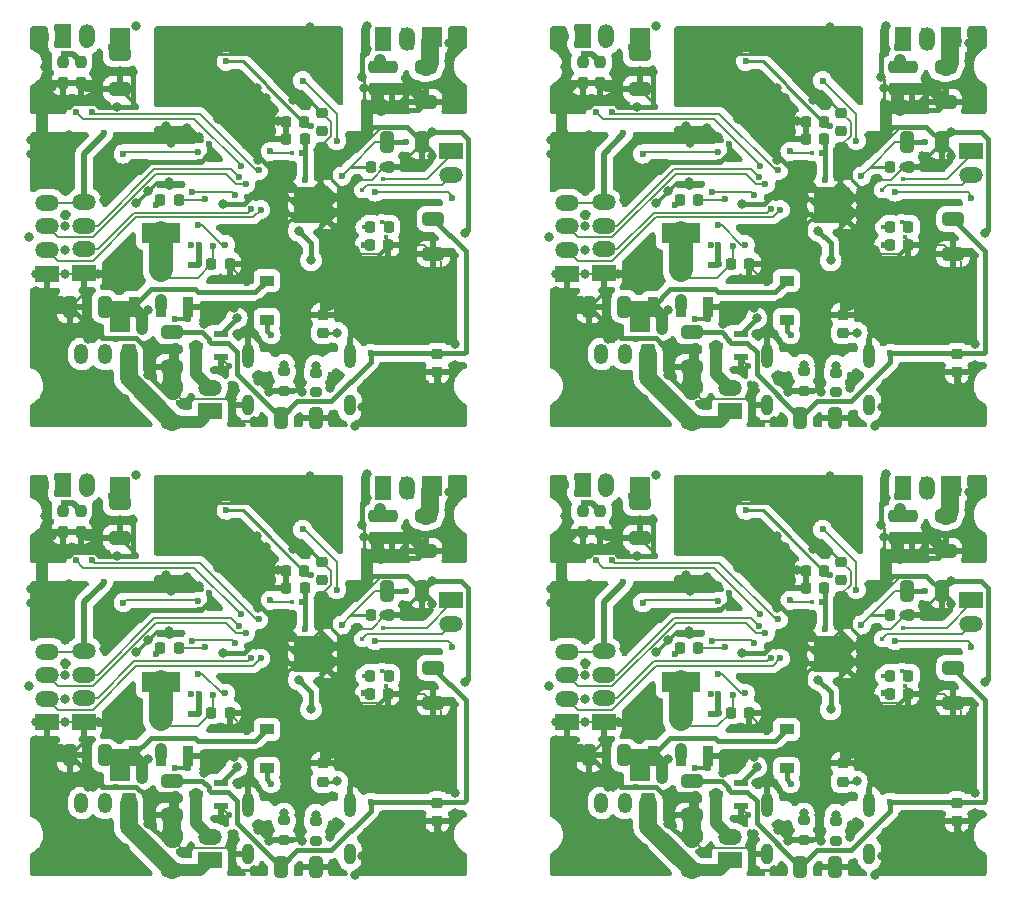
<source format=gbr>
%TF.GenerationSoftware,KiCad,Pcbnew,(6.0.4)*%
%TF.CreationDate,2022-09-20T15:17:21+09:00*%
%TF.ProjectId,mainboard_p_rev3,6d61696e-626f-4617-9264-5f705f726576,rev?*%
%TF.SameCoordinates,Original*%
%TF.FileFunction,Copper,L2,Bot*%
%TF.FilePolarity,Positive*%
%FSLAX46Y46*%
G04 Gerber Fmt 4.6, Leading zero omitted, Abs format (unit mm)*
G04 Created by KiCad (PCBNEW (6.0.4)) date 2022-09-20 15:17:21*
%MOMM*%
%LPD*%
G01*
G04 APERTURE LIST*
G04 Aperture macros list*
%AMRoundRect*
0 Rectangle with rounded corners*
0 $1 Rounding radius*
0 $2 $3 $4 $5 $6 $7 $8 $9 X,Y pos of 4 corners*
0 Add a 4 corners polygon primitive as box body*
4,1,4,$2,$3,$4,$5,$6,$7,$8,$9,$2,$3,0*
0 Add four circle primitives for the rounded corners*
1,1,$1+$1,$2,$3*
1,1,$1+$1,$4,$5*
1,1,$1+$1,$6,$7*
1,1,$1+$1,$8,$9*
0 Add four rect primitives between the rounded corners*
20,1,$1+$1,$2,$3,$4,$5,0*
20,1,$1+$1,$4,$5,$6,$7,0*
20,1,$1+$1,$6,$7,$8,$9,0*
20,1,$1+$1,$8,$9,$2,$3,0*%
G04 Aperture macros list end*
%TA.AperFunction,SMDPad,CuDef*%
%ADD10R,2.000000X1.350000*%
%TD*%
%TA.AperFunction,SMDPad,CuDef*%
%ADD11O,2.000000X1.350000*%
%TD*%
%TA.AperFunction,SMDPad,CuDef*%
%ADD12RoundRect,0.225000X-0.225000X-0.250000X0.225000X-0.250000X0.225000X0.250000X-0.225000X0.250000X0*%
%TD*%
%TA.AperFunction,SMDPad,CuDef*%
%ADD13RoundRect,0.237500X0.237500X-0.250000X0.237500X0.250000X-0.237500X0.250000X-0.237500X-0.250000X0*%
%TD*%
%TA.AperFunction,SMDPad,CuDef*%
%ADD14RoundRect,0.250000X-0.650000X0.325000X-0.650000X-0.325000X0.650000X-0.325000X0.650000X0.325000X0*%
%TD*%
%TA.AperFunction,SMDPad,CuDef*%
%ADD15RoundRect,0.200000X-0.275000X0.200000X-0.275000X-0.200000X0.275000X-0.200000X0.275000X0.200000X0*%
%TD*%
%TA.AperFunction,SMDPad,CuDef*%
%ADD16RoundRect,0.225000X-0.250000X0.225000X-0.250000X-0.225000X0.250000X-0.225000X0.250000X0.225000X0*%
%TD*%
%TA.AperFunction,SMDPad,CuDef*%
%ADD17RoundRect,0.250000X0.325000X0.650000X-0.325000X0.650000X-0.325000X-0.650000X0.325000X-0.650000X0*%
%TD*%
%TA.AperFunction,SMDPad,CuDef*%
%ADD18R,1.350000X2.000000*%
%TD*%
%TA.AperFunction,SMDPad,CuDef*%
%ADD19O,1.350000X2.000000*%
%TD*%
%TA.AperFunction,SMDPad,CuDef*%
%ADD20RoundRect,0.250000X0.650000X-0.325000X0.650000X0.325000X-0.650000X0.325000X-0.650000X-0.325000X0*%
%TD*%
%TA.AperFunction,SMDPad,CuDef*%
%ADD21RoundRect,0.225000X0.250000X-0.225000X0.250000X0.225000X-0.250000X0.225000X-0.250000X-0.225000X0*%
%TD*%
%TA.AperFunction,SMDPad,CuDef*%
%ADD22R,1.700000X1.700000*%
%TD*%
%TA.AperFunction,SMDPad,CuDef*%
%ADD23RoundRect,0.225000X0.225000X0.250000X-0.225000X0.250000X-0.225000X-0.250000X0.225000X-0.250000X0*%
%TD*%
%TA.AperFunction,SMDPad,CuDef*%
%ADD24R,1.200000X0.900000*%
%TD*%
%TA.AperFunction,SMDPad,CuDef*%
%ADD25RoundRect,0.250000X-0.325000X-0.650000X0.325000X-0.650000X0.325000X0.650000X-0.325000X0.650000X0*%
%TD*%
%TA.AperFunction,SMDPad,CuDef*%
%ADD26R,1.300000X0.600000*%
%TD*%
%TA.AperFunction,SMDPad,CuDef*%
%ADD27R,0.950000X1.750000*%
%TD*%
%TA.AperFunction,SMDPad,CuDef*%
%ADD28R,3.200000X1.750000*%
%TD*%
%TA.AperFunction,ComponentPad*%
%ADD29RoundRect,0.250000X0.350000X0.625000X-0.350000X0.625000X-0.350000X-0.625000X0.350000X-0.625000X0*%
%TD*%
%TA.AperFunction,ComponentPad*%
%ADD30O,1.200000X1.750000*%
%TD*%
%TA.AperFunction,ComponentPad*%
%ADD31C,0.600000*%
%TD*%
%TA.AperFunction,ComponentPad*%
%ADD32O,1.000000X2.100000*%
%TD*%
%TA.AperFunction,ComponentPad*%
%ADD33O,1.000000X1.800000*%
%TD*%
%TA.AperFunction,ViaPad*%
%ADD34C,0.400000*%
%TD*%
%TA.AperFunction,ViaPad*%
%ADD35C,0.600000*%
%TD*%
%TA.AperFunction,ViaPad*%
%ADD36C,0.800000*%
%TD*%
%TA.AperFunction,Conductor*%
%ADD37C,0.200000*%
%TD*%
%TA.AperFunction,Conductor*%
%ADD38C,0.400000*%
%TD*%
%TA.AperFunction,Conductor*%
%ADD39C,0.300000*%
%TD*%
%TA.AperFunction,Conductor*%
%ADD40C,1.000000*%
%TD*%
%TA.AperFunction,Conductor*%
%ADD41C,2.000000*%
%TD*%
%TA.AperFunction,Conductor*%
%ADD42C,0.500000*%
%TD*%
%TA.AperFunction,Conductor*%
%ADD43C,1.500000*%
%TD*%
%TA.AperFunction,Conductor*%
%ADD44C,0.250000*%
%TD*%
G04 APERTURE END LIST*
D10*
%TO.P,J32,1,Pin_1*%
%TO.N,/GPIO9_I2C_EXT_SCL*%
X176166600Y-109129400D03*
D11*
%TO.P,J32,2,Pin_2*%
%TO.N,/GPIO8_I2C_EXT_SDA*%
X176166600Y-111129400D03*
%TD*%
D12*
%TO.P,R81,1*%
%TO.N,/3V3_REG_OUT*%
X151541000Y-113228200D03*
%TO.P,R81,2*%
%TO.N,Net-(R12-Pad2)*%
X153091000Y-113228200D03*
%TD*%
D10*
%TO.P,J28,1,Pin_1*%
%TO.N,GND*%
X141952800Y-119500000D03*
D11*
%TO.P,J28,2,Pin_2*%
%TO.N,/GPIO23_MOE_B_2*%
X141952800Y-117500000D03*
%TO.P,J28,3,Pin_3*%
%TO.N,/GPIO21_MOE_B_1*%
X141952800Y-115500000D03*
%TO.P,J28,4,Pin_4*%
%TO.N,+3V3*%
X141952800Y-113500000D03*
%TD*%
D13*
%TO.P,R89,1*%
%TO.N,GND*%
X169638800Y-103853700D03*
%TO.P,R89,2*%
%TO.N,Net-(IC7-Pad7)*%
X169638800Y-102028700D03*
%TD*%
D14*
%TO.P,C95,1*%
%TO.N,/+7V4*%
X174007600Y-102025000D03*
%TO.P,C95,2*%
%TO.N,GND*%
X174007600Y-104975000D03*
%TD*%
D13*
%TO.P,R90,1*%
%TO.N,GND*%
X143299000Y-103396500D03*
%TO.P,R90,2*%
%TO.N,Net-(IC8-Pad7)*%
X143299000Y-101571500D03*
%TD*%
D15*
%TO.P,R86,1*%
%TO.N,Net-(R17-Pad1)*%
X162000000Y-127775000D03*
%TO.P,R86,2*%
%TO.N,GND*%
X162000000Y-129425000D03*
%TD*%
D16*
%TO.P,C98,1*%
%TO.N,+3V3*%
X174972800Y-126296200D03*
%TO.P,C98,2*%
%TO.N,GND*%
X174972800Y-127846200D03*
%TD*%
D17*
%TO.P,C109,1*%
%TO.N,/+7V4*%
X146806000Y-122296000D03*
%TO.P,C109,2*%
%TO.N,GND*%
X143856000Y-122296000D03*
%TD*%
D18*
%TO.P,M8,1,+*%
%TO.N,/M2_PLUS*%
X143289600Y-99410600D03*
D19*
%TO.P,M8,2,-*%
%TO.N,/M2_MINUS*%
X145289600Y-99410600D03*
%TD*%
D20*
%TO.P,C108,1*%
%TO.N,/+7V4*%
X152544600Y-132026000D03*
%TO.P,C108,2*%
%TO.N,GND*%
X152544600Y-129076000D03*
%TD*%
D14*
%TO.P,C113,1*%
%TO.N,+3V3*%
X174642600Y-114875600D03*
%TO.P,C113,2*%
%TO.N,GND*%
X174642600Y-117825600D03*
%TD*%
D12*
%TO.P,C96,1*%
%TO.N,+3V3*%
X169270200Y-117063600D03*
%TO.P,C96,2*%
%TO.N,GND*%
X170820200Y-117063600D03*
%TD*%
D21*
%TO.P,C92,1*%
%TO.N,/XIN*%
X165193800Y-107437000D03*
%TO.P,C92,2*%
%TO.N,GND*%
X165193800Y-105887000D03*
%TD*%
D22*
%TO.P,REF\u002A\u002A17,1*%
%TO.N,/+7V4*%
X148150400Y-99588400D03*
%TD*%
D18*
%TO.P,M7,1,+*%
%TO.N,/M1_PLUS*%
X170406400Y-99613800D03*
D19*
%TO.P,M7,2,-*%
%TO.N,/M1_MINUS*%
X172406400Y-99613800D03*
%TD*%
D15*
%TO.P,R85,1*%
%TO.N,Net-(R16-Pad1)*%
X164700000Y-127875000D03*
%TO.P,R85,2*%
%TO.N,GND*%
X164700000Y-129525000D03*
%TD*%
D23*
%TO.P,C93,1*%
%TO.N,+1V1*%
X163759000Y-108122800D03*
%TO.P,C93,2*%
%TO.N,GND*%
X162209000Y-108122800D03*
%TD*%
D21*
%TO.P,C101,1*%
%TO.N,+3V3*%
X165295400Y-124518800D03*
%TO.P,C101,2*%
%TO.N,GND*%
X165295400Y-122968800D03*
%TD*%
D24*
%TO.P,D7,1,K*%
%TO.N,/+7V4*%
X160545600Y-120087200D03*
%TO.P,D7,2,A*%
%TO.N,/VBUS*%
X160545600Y-123387200D03*
%TD*%
D12*
%TO.P,C99,1*%
%TO.N,/3V3_REG_OUT*%
X155859000Y-118663800D03*
%TO.P,C99,2*%
%TO.N,GND*%
X157409000Y-118663800D03*
%TD*%
D25*
%TO.P,C107,1*%
%TO.N,+3V3*%
X161725000Y-131700000D03*
%TO.P,C107,2*%
%TO.N,GND*%
X164675000Y-131700000D03*
%TD*%
D26*
%TO.P,Q12,1,G*%
%TO.N,Net-(Q7-Pad1)*%
X156678200Y-124648000D03*
%TO.P,Q12,2,S*%
%TO.N,GND*%
X156678200Y-126548000D03*
%TO.P,Q12,3,D*%
%TO.N,Net-(J4-Pad2)*%
X154578200Y-125598000D03*
%TD*%
D27*
%TO.P,IC14,1,GND*%
%TO.N,GND*%
X153879400Y-122347200D03*
%TO.P,IC14,2,OUT_1*%
%TO.N,/3V3_REG_OUT*%
X151579400Y-122347200D03*
%TO.P,IC14,3,IN*%
%TO.N,/+7V4*%
X149279400Y-122347200D03*
D28*
%TO.P,IC14,4,OUT_2*%
%TO.N,/3V3_REG_OUT*%
X151579400Y-116047200D03*
%TD*%
D13*
%TO.P,R87,1*%
%TO.N,GND*%
X171137400Y-103853700D03*
%TO.P,R87,2*%
%TO.N,Net-(IC7-Pad7)*%
X171137400Y-102028700D03*
%TD*%
D12*
%TO.P,C103,1*%
%TO.N,+3V3*%
X169346400Y-110434200D03*
%TO.P,C103,2*%
%TO.N,GND*%
X170896400Y-110434200D03*
%TD*%
D29*
%TO.P,J25,1,Pin_1*%
%TO.N,/+7V4*%
X148836200Y-126309200D03*
D30*
%TO.P,J25,2*%
%TO.N,N/C*%
X146836200Y-126309200D03*
%TO.P,J25,3,Pin_2*%
%TO.N,GND1*%
X144836200Y-126309200D03*
%TD*%
D12*
%TO.P,R76,1*%
%TO.N,/GPIO2_LED*%
X169321000Y-115539600D03*
%TO.P,R76,2*%
%TO.N,Net-(D3-Pad2)*%
X170871000Y-115539600D03*
%TD*%
D10*
%TO.P,J29,1,Pin_1*%
%TO.N,GND*%
X145077000Y-119454000D03*
D11*
%TO.P,J29,2,Pin_2*%
%TO.N,/GPIO22_MOE_A_2*%
X145077000Y-117454000D03*
%TO.P,J29,3,Pin_3*%
%TO.N,/GPIO20_MOE_A_1*%
X145077000Y-115454000D03*
%TO.P,J29,4,Pin_4*%
%TO.N,+3V3*%
X145077000Y-113454000D03*
%TD*%
D10*
%TO.P,J27,1,Pin_1*%
%TO.N,/+7V4*%
X155745000Y-131170000D03*
D11*
%TO.P,J27,2,Pin_2*%
%TO.N,Net-(J4-Pad2)*%
X155745000Y-129170000D03*
%TD*%
D25*
%TO.P,C116,1*%
%TO.N,+3V3*%
X170729200Y-108376800D03*
%TO.P,C116,2*%
%TO.N,GND*%
X173679200Y-108376800D03*
%TD*%
D23*
%TO.P,C105,1*%
%TO.N,+3V3*%
X163733600Y-106649600D03*
%TO.P,C105,2*%
%TO.N,GND*%
X162183600Y-106649600D03*
%TD*%
D14*
%TO.P,C110,1*%
%TO.N,+3V3*%
X152544600Y-124427800D03*
%TO.P,C110,2*%
%TO.N,GND*%
X152544600Y-127377800D03*
%TD*%
%TO.P,C112,1*%
%TO.N,/+7V4*%
X148099600Y-100907400D03*
%TO.P,C112,2*%
%TO.N,GND*%
X148099600Y-103857400D03*
%TD*%
D22*
%TO.P,REF\u002A\u002A18,1*%
%TO.N,/+7V4*%
X174500000Y-99500000D03*
%TD*%
D13*
%TO.P,R88,1*%
%TO.N,GND*%
X144772200Y-103396500D03*
%TO.P,R88,2*%
%TO.N,Net-(IC8-Pad7)*%
X144772200Y-101571500D03*
%TD*%
D22*
%TO.P,6,1*%
%TO.N,/+7V4*%
X148125000Y-123591400D03*
%TD*%
D31*
%TO.P,U13,57,GND*%
%TO.N,GND*%
X164387600Y-112401900D03*
X165662600Y-114951900D03*
X164387600Y-113676900D03*
X165662600Y-113676900D03*
X164387600Y-114951900D03*
X163112600Y-114951900D03*
X163112600Y-112401900D03*
X163112600Y-113676900D03*
X165662600Y-112401900D03*
%TD*%
D32*
%TO.P,U14,SHIELD,SHIELD*%
%TO.N,GND*%
X167570000Y-126470000D03*
X158930000Y-126470000D03*
D33*
X158930000Y-130650000D03*
%TO.P,U14,SHILED*%
%TO.N,N/C*%
X167570000Y-130650000D03*
%TD*%
D10*
%TO.P,J24,1,Pin_1*%
%TO.N,/GPIO9_I2C_EXT_SCL*%
X132166600Y-109129400D03*
D11*
%TO.P,J24,2,Pin_2*%
%TO.N,/GPIO8_I2C_EXT_SDA*%
X132166600Y-111129400D03*
%TD*%
D12*
%TO.P,R58,1*%
%TO.N,/3V3_REG_OUT*%
X107541000Y-113228200D03*
%TO.P,R58,2*%
%TO.N,Net-(R12-Pad2)*%
X109091000Y-113228200D03*
%TD*%
D10*
%TO.P,J20,1,Pin_1*%
%TO.N,GND*%
X97952800Y-119500000D03*
D11*
%TO.P,J20,2,Pin_2*%
%TO.N,/GPIO23_MOE_B_2*%
X97952800Y-117500000D03*
%TO.P,J20,3,Pin_3*%
%TO.N,/GPIO21_MOE_B_1*%
X97952800Y-115500000D03*
%TO.P,J20,4,Pin_4*%
%TO.N,+3V3*%
X97952800Y-113500000D03*
%TD*%
D13*
%TO.P,R66,1*%
%TO.N,GND*%
X125638800Y-103853700D03*
%TO.P,R66,2*%
%TO.N,Net-(IC7-Pad7)*%
X125638800Y-102028700D03*
%TD*%
D14*
%TO.P,C65,1*%
%TO.N,/+7V4*%
X130007600Y-102025000D03*
%TO.P,C65,2*%
%TO.N,GND*%
X130007600Y-104975000D03*
%TD*%
D13*
%TO.P,R67,1*%
%TO.N,GND*%
X99299000Y-103396500D03*
%TO.P,R67,2*%
%TO.N,Net-(IC8-Pad7)*%
X99299000Y-101571500D03*
%TD*%
D15*
%TO.P,R63,1*%
%TO.N,Net-(R17-Pad1)*%
X118000000Y-127775000D03*
%TO.P,R63,2*%
%TO.N,GND*%
X118000000Y-129425000D03*
%TD*%
D16*
%TO.P,C68,1*%
%TO.N,+3V3*%
X130972800Y-126296200D03*
%TO.P,C68,2*%
%TO.N,GND*%
X130972800Y-127846200D03*
%TD*%
D17*
%TO.P,C79,1*%
%TO.N,/+7V4*%
X102806000Y-122296000D03*
%TO.P,C79,2*%
%TO.N,GND*%
X99856000Y-122296000D03*
%TD*%
D18*
%TO.P,M6,1,+*%
%TO.N,/M2_PLUS*%
X99289600Y-99410600D03*
D19*
%TO.P,M6,2,-*%
%TO.N,/M2_MINUS*%
X101289600Y-99410600D03*
%TD*%
D20*
%TO.P,C78,1*%
%TO.N,/+7V4*%
X108544600Y-132026000D03*
%TO.P,C78,2*%
%TO.N,GND*%
X108544600Y-129076000D03*
%TD*%
D14*
%TO.P,C83,1*%
%TO.N,+3V3*%
X130642600Y-114875600D03*
%TO.P,C83,2*%
%TO.N,GND*%
X130642600Y-117825600D03*
%TD*%
D12*
%TO.P,C66,1*%
%TO.N,+3V3*%
X125270200Y-117063600D03*
%TO.P,C66,2*%
%TO.N,GND*%
X126820200Y-117063600D03*
%TD*%
D21*
%TO.P,C62,1*%
%TO.N,/XIN*%
X121193800Y-107437000D03*
%TO.P,C62,2*%
%TO.N,GND*%
X121193800Y-105887000D03*
%TD*%
D22*
%TO.P,REF\u002A\u002A11,1*%
%TO.N,/+7V4*%
X104150400Y-99588400D03*
%TD*%
D18*
%TO.P,M5,1,+*%
%TO.N,/M1_PLUS*%
X126406400Y-99613800D03*
D19*
%TO.P,M5,2,-*%
%TO.N,/M1_MINUS*%
X128406400Y-99613800D03*
%TD*%
D15*
%TO.P,R62,1*%
%TO.N,Net-(R16-Pad1)*%
X120700000Y-127875000D03*
%TO.P,R62,2*%
%TO.N,GND*%
X120700000Y-129525000D03*
%TD*%
D23*
%TO.P,C63,1*%
%TO.N,+1V1*%
X119759000Y-108122800D03*
%TO.P,C63,2*%
%TO.N,GND*%
X118209000Y-108122800D03*
%TD*%
D21*
%TO.P,C71,1*%
%TO.N,+3V3*%
X121295400Y-124518800D03*
%TO.P,C71,2*%
%TO.N,GND*%
X121295400Y-122968800D03*
%TD*%
D24*
%TO.P,D5,1,K*%
%TO.N,/+7V4*%
X116545600Y-120087200D03*
%TO.P,D5,2,A*%
%TO.N,/VBUS*%
X116545600Y-123387200D03*
%TD*%
D12*
%TO.P,C69,1*%
%TO.N,/3V3_REG_OUT*%
X111859000Y-118663800D03*
%TO.P,C69,2*%
%TO.N,GND*%
X113409000Y-118663800D03*
%TD*%
D25*
%TO.P,C77,1*%
%TO.N,+3V3*%
X117725000Y-131700000D03*
%TO.P,C77,2*%
%TO.N,GND*%
X120675000Y-131700000D03*
%TD*%
D26*
%TO.P,Q9,1,G*%
%TO.N,Net-(Q7-Pad1)*%
X112678200Y-124648000D03*
%TO.P,Q9,2,S*%
%TO.N,GND*%
X112678200Y-126548000D03*
%TO.P,Q9,3,D*%
%TO.N,Net-(J4-Pad2)*%
X110578200Y-125598000D03*
%TD*%
D27*
%TO.P,IC6,1,GND*%
%TO.N,GND*%
X109879400Y-122347200D03*
%TO.P,IC6,2,OUT_1*%
%TO.N,/3V3_REG_OUT*%
X107579400Y-122347200D03*
%TO.P,IC6,3,IN*%
%TO.N,/+7V4*%
X105279400Y-122347200D03*
D28*
%TO.P,IC6,4,OUT_2*%
%TO.N,/3V3_REG_OUT*%
X107579400Y-116047200D03*
%TD*%
D13*
%TO.P,R64,1*%
%TO.N,GND*%
X127137400Y-103853700D03*
%TO.P,R64,2*%
%TO.N,Net-(IC7-Pad7)*%
X127137400Y-102028700D03*
%TD*%
D12*
%TO.P,C73,1*%
%TO.N,+3V3*%
X125346400Y-110434200D03*
%TO.P,C73,2*%
%TO.N,GND*%
X126896400Y-110434200D03*
%TD*%
D29*
%TO.P,J17,1,Pin_1*%
%TO.N,/+7V4*%
X104836200Y-126309200D03*
D30*
%TO.P,J17,2*%
%TO.N,N/C*%
X102836200Y-126309200D03*
%TO.P,J17,3,Pin_2*%
%TO.N,GND1*%
X100836200Y-126309200D03*
%TD*%
D12*
%TO.P,R53,1*%
%TO.N,/GPIO2_LED*%
X125321000Y-115539600D03*
%TO.P,R53,2*%
%TO.N,Net-(D3-Pad2)*%
X126871000Y-115539600D03*
%TD*%
D10*
%TO.P,J21,1,Pin_1*%
%TO.N,GND*%
X101077000Y-119454000D03*
D11*
%TO.P,J21,2,Pin_2*%
%TO.N,/GPIO22_MOE_A_2*%
X101077000Y-117454000D03*
%TO.P,J21,3,Pin_3*%
%TO.N,/GPIO20_MOE_A_1*%
X101077000Y-115454000D03*
%TO.P,J21,4,Pin_4*%
%TO.N,+3V3*%
X101077000Y-113454000D03*
%TD*%
D10*
%TO.P,J19,1,Pin_1*%
%TO.N,/+7V4*%
X111745000Y-131170000D03*
D11*
%TO.P,J19,2,Pin_2*%
%TO.N,Net-(J4-Pad2)*%
X111745000Y-129170000D03*
%TD*%
D25*
%TO.P,C86,1*%
%TO.N,+3V3*%
X126729200Y-108376800D03*
%TO.P,C86,2*%
%TO.N,GND*%
X129679200Y-108376800D03*
%TD*%
D23*
%TO.P,C75,1*%
%TO.N,+3V3*%
X119733600Y-106649600D03*
%TO.P,C75,2*%
%TO.N,GND*%
X118183600Y-106649600D03*
%TD*%
D14*
%TO.P,C80,1*%
%TO.N,+3V3*%
X108544600Y-124427800D03*
%TO.P,C80,2*%
%TO.N,GND*%
X108544600Y-127377800D03*
%TD*%
%TO.P,C82,1*%
%TO.N,/+7V4*%
X104099600Y-100907400D03*
%TO.P,C82,2*%
%TO.N,GND*%
X104099600Y-103857400D03*
%TD*%
D22*
%TO.P,REF\u002A\u002A12,1*%
%TO.N,/+7V4*%
X130500000Y-99500000D03*
%TD*%
D13*
%TO.P,R65,1*%
%TO.N,GND*%
X100772200Y-103396500D03*
%TO.P,R65,2*%
%TO.N,Net-(IC8-Pad7)*%
X100772200Y-101571500D03*
%TD*%
D22*
%TO.P,4,1*%
%TO.N,/+7V4*%
X104125000Y-123591400D03*
%TD*%
D31*
%TO.P,U3,57,GND*%
%TO.N,GND*%
X120387600Y-112401900D03*
X121662600Y-114951900D03*
X120387600Y-113676900D03*
X121662600Y-113676900D03*
X120387600Y-114951900D03*
X119112600Y-114951900D03*
X119112600Y-112401900D03*
X119112600Y-113676900D03*
X121662600Y-112401900D03*
%TD*%
D32*
%TO.P,U10,SHIELD,SHIELD*%
%TO.N,GND*%
X123570000Y-126470000D03*
X114930000Y-126470000D03*
D33*
X114930000Y-130650000D03*
%TO.P,U10,SHILED*%
%TO.N,N/C*%
X123570000Y-130650000D03*
%TD*%
D10*
%TO.P,J16,1,Pin_1*%
%TO.N,/GPIO9_I2C_EXT_SCL*%
X176166600Y-71129400D03*
D11*
%TO.P,J16,2,Pin_2*%
%TO.N,/GPIO8_I2C_EXT_SDA*%
X176166600Y-73129400D03*
%TD*%
D12*
%TO.P,R35,1*%
%TO.N,/3V3_REG_OUT*%
X151541000Y-75228200D03*
%TO.P,R35,2*%
%TO.N,Net-(R12-Pad2)*%
X153091000Y-75228200D03*
%TD*%
D10*
%TO.P,J12,1,Pin_1*%
%TO.N,GND*%
X141952800Y-81500000D03*
D11*
%TO.P,J12,2,Pin_2*%
%TO.N,/GPIO23_MOE_B_2*%
X141952800Y-79500000D03*
%TO.P,J12,3,Pin_3*%
%TO.N,/GPIO21_MOE_B_1*%
X141952800Y-77500000D03*
%TO.P,J12,4,Pin_4*%
%TO.N,+3V3*%
X141952800Y-75500000D03*
%TD*%
D13*
%TO.P,R43,1*%
%TO.N,GND*%
X169638800Y-65853700D03*
%TO.P,R43,2*%
%TO.N,Net-(IC7-Pad7)*%
X169638800Y-64028700D03*
%TD*%
D14*
%TO.P,C29,1*%
%TO.N,/+7V4*%
X174007600Y-64025000D03*
%TO.P,C29,2*%
%TO.N,GND*%
X174007600Y-66975000D03*
%TD*%
D13*
%TO.P,R44,1*%
%TO.N,GND*%
X143299000Y-65396500D03*
%TO.P,R44,2*%
%TO.N,Net-(IC8-Pad7)*%
X143299000Y-63571500D03*
%TD*%
D15*
%TO.P,R40,1*%
%TO.N,Net-(R17-Pad1)*%
X162000000Y-89775000D03*
%TO.P,R40,2*%
%TO.N,GND*%
X162000000Y-91425000D03*
%TD*%
D16*
%TO.P,C38,1*%
%TO.N,+3V3*%
X174972800Y-88296200D03*
%TO.P,C38,2*%
%TO.N,GND*%
X174972800Y-89846200D03*
%TD*%
D17*
%TO.P,C49,1*%
%TO.N,/+7V4*%
X146806000Y-84296000D03*
%TO.P,C49,2*%
%TO.N,GND*%
X143856000Y-84296000D03*
%TD*%
D18*
%TO.P,M4,1,+*%
%TO.N,/M2_PLUS*%
X143289600Y-61410600D03*
D19*
%TO.P,M4,2,-*%
%TO.N,/M2_MINUS*%
X145289600Y-61410600D03*
%TD*%
D20*
%TO.P,C48,1*%
%TO.N,/+7V4*%
X152544600Y-94026000D03*
%TO.P,C48,2*%
%TO.N,GND*%
X152544600Y-91076000D03*
%TD*%
D14*
%TO.P,C53,1*%
%TO.N,+3V3*%
X174642600Y-76875600D03*
%TO.P,C53,2*%
%TO.N,GND*%
X174642600Y-79825600D03*
%TD*%
D12*
%TO.P,C31,1*%
%TO.N,+3V3*%
X169270200Y-79063600D03*
%TO.P,C31,2*%
%TO.N,GND*%
X170820200Y-79063600D03*
%TD*%
D21*
%TO.P,C25,1*%
%TO.N,/XIN*%
X165193800Y-69437000D03*
%TO.P,C25,2*%
%TO.N,GND*%
X165193800Y-67887000D03*
%TD*%
D22*
%TO.P,REF\u002A\u002A5,1*%
%TO.N,/+7V4*%
X148150400Y-61588400D03*
%TD*%
D18*
%TO.P,M3,1,+*%
%TO.N,/M1_PLUS*%
X170406400Y-61613800D03*
D19*
%TO.P,M3,2,-*%
%TO.N,/M1_MINUS*%
X172406400Y-61613800D03*
%TD*%
D15*
%TO.P,R39,1*%
%TO.N,Net-(R16-Pad1)*%
X164700000Y-89875000D03*
%TO.P,R39,2*%
%TO.N,GND*%
X164700000Y-91525000D03*
%TD*%
D23*
%TO.P,C27,1*%
%TO.N,+1V1*%
X163759000Y-70122800D03*
%TO.P,C27,2*%
%TO.N,GND*%
X162209000Y-70122800D03*
%TD*%
D21*
%TO.P,C41,1*%
%TO.N,+3V3*%
X165295400Y-86518800D03*
%TO.P,C41,2*%
%TO.N,GND*%
X165295400Y-84968800D03*
%TD*%
D24*
%TO.P,D2,1,K*%
%TO.N,/+7V4*%
X160545600Y-82087200D03*
%TO.P,D2,2,A*%
%TO.N,/VBUS*%
X160545600Y-85387200D03*
%TD*%
D12*
%TO.P,C39,1*%
%TO.N,/3V3_REG_OUT*%
X155859000Y-80663800D03*
%TO.P,C39,2*%
%TO.N,GND*%
X157409000Y-80663800D03*
%TD*%
D25*
%TO.P,C47,1*%
%TO.N,+3V3*%
X161725000Y-93700000D03*
%TO.P,C47,2*%
%TO.N,GND*%
X164675000Y-93700000D03*
%TD*%
D26*
%TO.P,Q8,1,G*%
%TO.N,Net-(Q7-Pad1)*%
X156678200Y-86648000D03*
%TO.P,Q8,2,S*%
%TO.N,GND*%
X156678200Y-88548000D03*
%TO.P,Q8,3,D*%
%TO.N,Net-(J4-Pad2)*%
X154578200Y-87598000D03*
%TD*%
D27*
%TO.P,IC4,1,GND*%
%TO.N,GND*%
X153879400Y-84347200D03*
%TO.P,IC4,2,OUT_1*%
%TO.N,/3V3_REG_OUT*%
X151579400Y-84347200D03*
%TO.P,IC4,3,IN*%
%TO.N,/+7V4*%
X149279400Y-84347200D03*
D28*
%TO.P,IC4,4,OUT_2*%
%TO.N,/3V3_REG_OUT*%
X151579400Y-78047200D03*
%TD*%
D13*
%TO.P,R41,1*%
%TO.N,GND*%
X171137400Y-65853700D03*
%TO.P,R41,2*%
%TO.N,Net-(IC7-Pad7)*%
X171137400Y-64028700D03*
%TD*%
D12*
%TO.P,C43,1*%
%TO.N,+3V3*%
X169346400Y-72434200D03*
%TO.P,C43,2*%
%TO.N,GND*%
X170896400Y-72434200D03*
%TD*%
D29*
%TO.P,J2,1,Pin_1*%
%TO.N,/+7V4*%
X148836200Y-88309200D03*
D30*
%TO.P,J2,2*%
%TO.N,N/C*%
X146836200Y-88309200D03*
%TO.P,J2,3,Pin_2*%
%TO.N,GND1*%
X144836200Y-88309200D03*
%TD*%
D12*
%TO.P,R30,1*%
%TO.N,/GPIO2_LED*%
X169321000Y-77539600D03*
%TO.P,R30,2*%
%TO.N,Net-(D3-Pad2)*%
X170871000Y-77539600D03*
%TD*%
D10*
%TO.P,J13,1,Pin_1*%
%TO.N,GND*%
X145077000Y-81454000D03*
D11*
%TO.P,J13,2,Pin_2*%
%TO.N,/GPIO22_MOE_A_2*%
X145077000Y-79454000D03*
%TO.P,J13,3,Pin_3*%
%TO.N,/GPIO20_MOE_A_1*%
X145077000Y-77454000D03*
%TO.P,J13,4,Pin_4*%
%TO.N,+3V3*%
X145077000Y-75454000D03*
%TD*%
D10*
%TO.P,J9,1,Pin_1*%
%TO.N,/+7V4*%
X155745000Y-93170000D03*
D11*
%TO.P,J9,2,Pin_2*%
%TO.N,Net-(J4-Pad2)*%
X155745000Y-91170000D03*
%TD*%
D25*
%TO.P,C56,1*%
%TO.N,+3V3*%
X170729200Y-70376800D03*
%TO.P,C56,2*%
%TO.N,GND*%
X173679200Y-70376800D03*
%TD*%
D23*
%TO.P,C45,1*%
%TO.N,+3V3*%
X163733600Y-68649600D03*
%TO.P,C45,2*%
%TO.N,GND*%
X162183600Y-68649600D03*
%TD*%
D14*
%TO.P,C50,1*%
%TO.N,+3V3*%
X152544600Y-86427800D03*
%TO.P,C50,2*%
%TO.N,GND*%
X152544600Y-89377800D03*
%TD*%
%TO.P,C52,1*%
%TO.N,/+7V4*%
X148099600Y-62907400D03*
%TO.P,C52,2*%
%TO.N,GND*%
X148099600Y-65857400D03*
%TD*%
D22*
%TO.P,REF\u002A\u002A6,1*%
%TO.N,/+7V4*%
X174500000Y-61500000D03*
%TD*%
D13*
%TO.P,R42,1*%
%TO.N,GND*%
X144772200Y-65396500D03*
%TO.P,R42,2*%
%TO.N,Net-(IC8-Pad7)*%
X144772200Y-63571500D03*
%TD*%
D22*
%TO.P,2,1*%
%TO.N,/+7V4*%
X148125000Y-85591400D03*
%TD*%
D31*
%TO.P,U2,57,GND*%
%TO.N,GND*%
X164387600Y-74401900D03*
X165662600Y-76951900D03*
X164387600Y-75676900D03*
X165662600Y-75676900D03*
X164387600Y-76951900D03*
X163112600Y-76951900D03*
X163112600Y-74401900D03*
X163112600Y-75676900D03*
X165662600Y-74401900D03*
%TD*%
D32*
%TO.P,U7,SHIELD,SHIELD*%
%TO.N,GND*%
X167570000Y-88470000D03*
X158930000Y-88470000D03*
D33*
X158930000Y-92650000D03*
%TO.P,U7,SHILED*%
%TO.N,N/C*%
X167570000Y-92650000D03*
%TD*%
D31*
%TO.P,U1,57,GND*%
%TO.N,GND*%
X120387600Y-74401900D03*
X121662600Y-76951900D03*
X120387600Y-75676900D03*
X121662600Y-75676900D03*
X120387600Y-76951900D03*
X119112600Y-76951900D03*
X119112600Y-74401900D03*
X119112600Y-75676900D03*
X121662600Y-74401900D03*
%TD*%
D32*
%TO.P,U4,SHIELD,SHIELD*%
%TO.N,GND*%
X123570000Y-88470000D03*
X114930000Y-88470000D03*
D33*
X114930000Y-92650000D03*
%TO.P,U4,SHILED*%
%TO.N,N/C*%
X123570000Y-92650000D03*
%TD*%
D22*
%TO.P,,1*%
%TO.N,/+7V4*%
X104125000Y-85591400D03*
%TD*%
D25*
%TO.P,C33,1*%
%TO.N,+3V3*%
X126729200Y-70376800D03*
%TO.P,C33,2*%
%TO.N,GND*%
X129679200Y-70376800D03*
%TD*%
D14*
%TO.P,C22,1*%
%TO.N,/+7V4*%
X104099600Y-62907400D03*
%TO.P,C22,2*%
%TO.N,GND*%
X104099600Y-65857400D03*
%TD*%
D24*
%TO.P,D1,1,K*%
%TO.N,/+7V4*%
X116545600Y-82087200D03*
%TO.P,D1,2,A*%
%TO.N,/VBUS*%
X116545600Y-85387200D03*
%TD*%
D14*
%TO.P,C20,1*%
%TO.N,+3V3*%
X108544600Y-86427800D03*
%TO.P,C20,2*%
%TO.N,GND*%
X108544600Y-89377800D03*
%TD*%
D23*
%TO.P,C15,1*%
%TO.N,+3V3*%
X119733600Y-68649600D03*
%TO.P,C15,2*%
%TO.N,GND*%
X118183600Y-68649600D03*
%TD*%
D10*
%TO.P,J4,1,Pin_1*%
%TO.N,/+7V4*%
X111745000Y-93170000D03*
D11*
%TO.P,J4,2,Pin_2*%
%TO.N,Net-(J4-Pad2)*%
X111745000Y-91170000D03*
%TD*%
D10*
%TO.P,J6,1,Pin_1*%
%TO.N,GND*%
X101077000Y-81454000D03*
D11*
%TO.P,J6,2,Pin_2*%
%TO.N,/GPIO22_MOE_A_2*%
X101077000Y-79454000D03*
%TO.P,J6,3,Pin_3*%
%TO.N,/GPIO20_MOE_A_1*%
X101077000Y-77454000D03*
%TO.P,J6,4,Pin_4*%
%TO.N,+3V3*%
X101077000Y-75454000D03*
%TD*%
D12*
%TO.P,C9,1*%
%TO.N,/3V3_REG_OUT*%
X111859000Y-80663800D03*
%TO.P,C9,2*%
%TO.N,GND*%
X113409000Y-80663800D03*
%TD*%
%TO.P,R7,1*%
%TO.N,/GPIO2_LED*%
X125321000Y-77539600D03*
%TO.P,R7,2*%
%TO.N,Net-(D3-Pad2)*%
X126871000Y-77539600D03*
%TD*%
D29*
%TO.P,J1,1,Pin_1*%
%TO.N,/+7V4*%
X104836200Y-88309200D03*
D30*
%TO.P,J1,2*%
%TO.N,N/C*%
X102836200Y-88309200D03*
%TO.P,J1,3,Pin_2*%
%TO.N,GND1*%
X100836200Y-88309200D03*
%TD*%
D12*
%TO.P,C13,1*%
%TO.N,+3V3*%
X125346400Y-72434200D03*
%TO.P,C13,2*%
%TO.N,GND*%
X126896400Y-72434200D03*
%TD*%
D13*
%TO.P,R18,1*%
%TO.N,GND*%
X127137400Y-65853700D03*
%TO.P,R18,2*%
%TO.N,Net-(IC7-Pad7)*%
X127137400Y-64028700D03*
%TD*%
D27*
%TO.P,IC2,1,GND*%
%TO.N,GND*%
X109879400Y-84347200D03*
%TO.P,IC2,2,OUT_1*%
%TO.N,/3V3_REG_OUT*%
X107579400Y-84347200D03*
%TO.P,IC2,3,IN*%
%TO.N,/+7V4*%
X105279400Y-84347200D03*
D28*
%TO.P,IC2,4,OUT_2*%
%TO.N,/3V3_REG_OUT*%
X107579400Y-78047200D03*
%TD*%
D26*
%TO.P,Q7,1,G*%
%TO.N,Net-(Q7-Pad1)*%
X112678200Y-86648000D03*
%TO.P,Q7,2,S*%
%TO.N,GND*%
X112678200Y-88548000D03*
%TO.P,Q7,3,D*%
%TO.N,Net-(J4-Pad2)*%
X110578200Y-87598000D03*
%TD*%
D25*
%TO.P,C17,1*%
%TO.N,+3V3*%
X117725000Y-93700000D03*
%TO.P,C17,2*%
%TO.N,GND*%
X120675000Y-93700000D03*
%TD*%
D13*
%TO.P,R19,1*%
%TO.N,GND*%
X100772200Y-65396500D03*
%TO.P,R19,2*%
%TO.N,Net-(IC8-Pad7)*%
X100772200Y-63571500D03*
%TD*%
D22*
%TO.P,REF\u002A\u002A,1*%
%TO.N,/+7V4*%
X130500000Y-61500000D03*
%TD*%
D12*
%TO.P,C6,1*%
%TO.N,+3V3*%
X125270200Y-79063600D03*
%TO.P,C6,2*%
%TO.N,GND*%
X126820200Y-79063600D03*
%TD*%
D15*
%TO.P,R17,1*%
%TO.N,Net-(R17-Pad1)*%
X118000000Y-89775000D03*
%TO.P,R17,2*%
%TO.N,GND*%
X118000000Y-91425000D03*
%TD*%
%TO.P,R16,1*%
%TO.N,Net-(R16-Pad1)*%
X120700000Y-89875000D03*
%TO.P,R16,2*%
%TO.N,GND*%
X120700000Y-91525000D03*
%TD*%
D18*
%TO.P,M2,1,+*%
%TO.N,/M2_PLUS*%
X99289600Y-61410600D03*
D19*
%TO.P,M2,2,-*%
%TO.N,/M2_MINUS*%
X101289600Y-61410600D03*
%TD*%
D10*
%TO.P,J5,1,Pin_1*%
%TO.N,GND*%
X97952800Y-81500000D03*
D11*
%TO.P,J5,2,Pin_2*%
%TO.N,/GPIO23_MOE_B_2*%
X97952800Y-79500000D03*
%TO.P,J5,3,Pin_3*%
%TO.N,/GPIO21_MOE_B_1*%
X97952800Y-77500000D03*
%TO.P,J5,4,Pin_4*%
%TO.N,+3V3*%
X97952800Y-75500000D03*
%TD*%
D14*
%TO.P,C23,1*%
%TO.N,+3V3*%
X130642600Y-76875600D03*
%TO.P,C23,2*%
%TO.N,GND*%
X130642600Y-79825600D03*
%TD*%
D16*
%TO.P,C8,1*%
%TO.N,+3V3*%
X130972800Y-88296200D03*
%TO.P,C8,2*%
%TO.N,GND*%
X130972800Y-89846200D03*
%TD*%
D12*
%TO.P,R12,1*%
%TO.N,/3V3_REG_OUT*%
X107541000Y-75228200D03*
%TO.P,R12,2*%
%TO.N,Net-(R12-Pad2)*%
X109091000Y-75228200D03*
%TD*%
D20*
%TO.P,C18,1*%
%TO.N,/+7V4*%
X108544600Y-94026000D03*
%TO.P,C18,2*%
%TO.N,GND*%
X108544600Y-91076000D03*
%TD*%
D17*
%TO.P,C19,1*%
%TO.N,/+7V4*%
X102806000Y-84296000D03*
%TO.P,C19,2*%
%TO.N,GND*%
X99856000Y-84296000D03*
%TD*%
D13*
%TO.P,R20,1*%
%TO.N,GND*%
X125638800Y-65853700D03*
%TO.P,R20,2*%
%TO.N,Net-(IC7-Pad7)*%
X125638800Y-64028700D03*
%TD*%
D22*
%TO.P,REF\u002A\u002A,1*%
%TO.N,/+7V4*%
X104150400Y-61588400D03*
%TD*%
D14*
%TO.P,C5,1*%
%TO.N,/+7V4*%
X130007600Y-64025000D03*
%TO.P,C5,2*%
%TO.N,GND*%
X130007600Y-66975000D03*
%TD*%
D18*
%TO.P,M1,1,+*%
%TO.N,/M1_PLUS*%
X126406400Y-61613800D03*
D19*
%TO.P,M1,2,-*%
%TO.N,/M1_MINUS*%
X128406400Y-61613800D03*
%TD*%
D13*
%TO.P,R21,1*%
%TO.N,GND*%
X99299000Y-65396500D03*
%TO.P,R21,2*%
%TO.N,Net-(IC8-Pad7)*%
X99299000Y-63571500D03*
%TD*%
D10*
%TO.P,J11,1,Pin_1*%
%TO.N,/GPIO9_I2C_EXT_SCL*%
X132166600Y-71129400D03*
D11*
%TO.P,J11,2,Pin_2*%
%TO.N,/GPIO8_I2C_EXT_SDA*%
X132166600Y-73129400D03*
%TD*%
D21*
%TO.P,C11,1*%
%TO.N,+3V3*%
X121295400Y-86518800D03*
%TO.P,C11,2*%
%TO.N,GND*%
X121295400Y-84968800D03*
%TD*%
D23*
%TO.P,C3,1*%
%TO.N,+1V1*%
X119759000Y-70122800D03*
%TO.P,C3,2*%
%TO.N,GND*%
X118209000Y-70122800D03*
%TD*%
D21*
%TO.P,C2,1*%
%TO.N,/XIN*%
X121193800Y-69437000D03*
%TO.P,C2,2*%
%TO.N,GND*%
X121193800Y-67887000D03*
%TD*%
D34*
%TO.N,/GPIO9_I2C_EXT_SCL*%
X170375000Y-111488991D03*
D35*
%TO.N,/GPIO6_ToF_SDA*%
X176192000Y-113101200D03*
%TO.N,/GPIO18_MO_B_1*%
X145737400Y-105786000D03*
%TO.N,/GPIO26_ADC_I_monitor*%
X154754400Y-115387200D03*
%TO.N,/GPIO21_MOE_B_1*%
X158762508Y-111922700D03*
%TO.N,Net-(R13-Pad1)*%
X154221000Y-112628700D03*
%TO.N,/GPIO26_ADC_I_monitor*%
X157046461Y-117046461D03*
D36*
%TO.N,Net-(R17-Pad1)*%
X162011036Y-127200000D03*
D34*
%TO.N,/GPIO2_LED*%
X168749800Y-115565000D03*
D35*
%TO.N,/GPIO6_ToF_SDA*%
X169735203Y-112588002D03*
%TO.N,/GPIO22_MOE_A_2*%
X159195054Y-114047624D03*
%TO.N,Net-(R13-Pad1)*%
X157812600Y-112809283D03*
D34*
%TO.N,/GPIO8_I2C_EXT_SDA*%
X168635822Y-112415976D03*
D35*
%TO.N,/GPIO20_MOE_A_1*%
X158178170Y-111301020D03*
D36*
%TO.N,Net-(Q7-Pad1)*%
X158005600Y-123261200D03*
D34*
%TO.N,/RUN*%
X162687100Y-109265800D03*
%TO.N,Net-(D3-Pad2)*%
X170310570Y-115163248D03*
D35*
%TO.N,+3V3*%
X154129947Y-117099548D03*
%TO.N,GND*%
X159707400Y-108478400D03*
D36*
X168000000Y-117500000D03*
D35*
%TO.N,+3V3*%
X154779800Y-117114400D03*
%TO.N,/M2_MINUS*%
X145280200Y-100121800D03*
%TO.N,/+7V4*%
X174400000Y-99800000D03*
%TO.N,/M1_MINUS*%
X172189502Y-99715400D03*
%TO.N,/RUN*%
X154734220Y-109240400D03*
%TO.N,+3V3*%
X154830600Y-118689200D03*
%TO.N,/RUN*%
X148379000Y-109367400D03*
%TO.N,/GPIO23_MOE_B_2*%
X160013100Y-114077400D03*
%TO.N,Net-(IC7-Pad7)*%
X170121400Y-101442600D03*
%TO.N,+3V3*%
X174686800Y-115101200D03*
X157100000Y-101524500D03*
D36*
X166500000Y-124500000D03*
D35*
%TO.N,/3V3_REG_OUT*%
X151528600Y-119171800D03*
%TO.N,+3V3*%
X154133992Y-118757421D03*
%TO.N,/3V3_REG_OUT*%
X151122200Y-113685400D03*
X151604800Y-115539600D03*
D36*
%TO.N,/+7V4*%
X149979200Y-124201000D03*
D35*
X175127355Y-99781839D03*
X174922000Y-99004200D03*
D36*
%TO.N,GND*%
X158000000Y-132000000D03*
%TO.N,/+7V4*%
X149877600Y-123286600D03*
D35*
%TO.N,/RUN*%
X160843278Y-109145922D03*
%TO.N,+3V3*%
X168800600Y-117038200D03*
%TO.N,/GPIO18_MO_B_1*%
X159854626Y-110754152D03*
%TO.N,/GPIO19_MO_B_2*%
X158335800Y-110358000D03*
%TO.N,/VBUS*%
X160901200Y-124683600D03*
%TO.N,/GPIO19_MO_B_2*%
X144416600Y-105786000D03*
%TO.N,/GPIO14_IMU_SCK*%
X166469020Y-108249800D03*
%TO.N,/M1_PLUS*%
X169918200Y-100325000D03*
%TO.N,/3V3_REG_OUT*%
X151579400Y-121722320D03*
%TO.N,/+7V4*%
X147566200Y-99664600D03*
%TO.N,+3V3*%
X166870200Y-111247000D03*
X164251998Y-106996800D03*
%TO.N,/GPIO14_IMU_SCK*%
X163593600Y-103152900D03*
%TO.N,/M2_PLUS*%
X143592098Y-98801000D03*
%TO.N,/M1_PLUS*%
X170540498Y-98877200D03*
%TO.N,/+7V4*%
X147591600Y-99004200D03*
%TO.N,/M1_MINUS*%
X172500000Y-100306898D03*
%TO.N,Net-(R12-Pad2)*%
X155338600Y-113152000D03*
%TO.N,/3V3_REG_OUT*%
X156000000Y-117165200D03*
%TO.N,/XIN*%
X165244600Y-107322400D03*
D36*
%TO.N,Net-(R16-Pad1)*%
X164700000Y-127300000D03*
D35*
%TO.N,Net-(IC8-Pad7)*%
X143380247Y-100910100D03*
D36*
%TO.N,/+7V4*%
X150504237Y-122577257D03*
D35*
%TO.N,/M2_PLUS*%
X142791000Y-98724800D03*
X142791000Y-100045600D03*
%TO.N,/M2_MINUS*%
X145241102Y-99359800D03*
%TO.N,/M1_PLUS*%
X170540498Y-99613800D03*
%TO.N,/+7V4*%
X147388400Y-100350400D03*
%TO.N,+3V3*%
X146721666Y-107615542D03*
X169334000Y-126245400D03*
X172290199Y-108377966D03*
%TO.N,/M2_MINUS*%
X145231588Y-98683879D03*
%TO.N,/M1_MINUS*%
X172189502Y-99000000D03*
%TO.N,/3V3_REG_OUT*%
X151554000Y-119832200D03*
D36*
%TO.N,GND*%
X165900000Y-129200000D03*
X166500000Y-123000000D03*
X142800000Y-126000000D03*
X169800000Y-121800000D03*
X141000000Y-112000000D03*
D34*
X176150000Y-117500000D03*
D36*
X141500000Y-106500000D03*
X168000000Y-132400000D03*
X168575000Y-102825000D03*
X171000000Y-124000000D03*
X147000000Y-102382400D03*
X166400000Y-127900000D03*
X171000000Y-121000000D03*
X156400000Y-106400000D03*
X156812100Y-113627780D03*
X163000000Y-100200000D03*
X154763933Y-107937307D03*
X148200000Y-118000000D03*
X176000000Y-100000000D03*
X176500000Y-105000000D03*
D35*
X152575000Y-129400000D03*
D36*
X144123249Y-127874451D03*
X169800000Y-123800000D03*
X163500000Y-129500000D03*
X157800000Y-122400000D03*
D35*
X155500000Y-101400000D03*
D36*
X165000000Y-99500000D03*
D35*
X143019600Y-122118200D03*
D36*
X157775000Y-128975000D03*
X156006128Y-100250496D03*
X174500000Y-109500000D03*
X176000000Y-101500000D03*
X168600000Y-130800000D03*
X144000000Y-130500000D03*
X161471100Y-106600000D03*
D35*
X141978200Y-122092800D03*
D36*
X169000000Y-128800000D03*
X160000000Y-122000000D03*
X151500000Y-105000000D03*
D35*
X149826800Y-110866000D03*
X152773200Y-123353300D03*
D36*
X160700000Y-129500000D03*
X148099600Y-102382400D03*
X140400000Y-116400000D03*
X147200000Y-110600000D03*
X169000000Y-100500000D03*
X174500000Y-107500000D03*
X160000000Y-106600000D03*
X141800000Y-102000000D03*
X166500000Y-99000000D03*
X149250000Y-118750000D03*
X145400000Y-125000000D03*
X141600000Y-107400000D03*
D35*
X142486200Y-122550000D03*
D36*
X165880278Y-122244522D03*
X145500000Y-131978082D03*
X166300000Y-131900000D03*
X153000000Y-103500000D03*
X147600000Y-108400000D03*
X141000000Y-119500000D03*
X169000000Y-106600000D03*
D35*
X159571839Y-101027639D03*
D36*
X141000000Y-123000000D03*
X168167551Y-108677566D03*
X169000000Y-98500000D03*
X171800000Y-129200000D03*
X143800000Y-107800000D03*
X176475000Y-127200000D03*
X165500000Y-102500000D03*
X149625000Y-131975000D03*
X146500000Y-130000000D03*
X153800000Y-107200000D03*
X146750000Y-113250000D03*
X143800000Y-111200000D03*
X143321488Y-132000000D03*
X162800000Y-104800000D03*
D35*
X158852800Y-120270863D03*
D36*
X149500000Y-113500000D03*
X173000000Y-121000000D03*
X149250000Y-120250000D03*
X150500000Y-112500000D03*
X141000000Y-121000000D03*
D34*
X175277600Y-119959200D03*
D36*
X143500000Y-115500000D03*
X165000000Y-101000000D03*
X158585310Y-99296208D03*
X151500000Y-100500000D03*
X143500000Y-117500000D03*
D35*
X152849400Y-125598000D03*
D36*
X163300000Y-127300000D03*
X177310420Y-116098615D03*
X151500000Y-99000000D03*
D34*
X172991600Y-118003400D03*
D36*
X149475000Y-98575000D03*
X152000000Y-107000000D03*
X140600000Y-109400000D03*
X143400000Y-109600000D03*
X157575000Y-130125000D03*
X159775000Y-109845422D03*
X157700000Y-103400000D03*
X170995292Y-122480840D03*
X155300000Y-122200000D03*
X160250000Y-117250000D03*
X141000000Y-132000000D03*
X166500000Y-100500000D03*
X177000000Y-99000000D03*
X161500000Y-122000000D03*
D34*
X170600000Y-116414100D03*
D36*
X143496481Y-112490711D03*
X159200000Y-118400000D03*
X149200000Y-102400000D03*
X146250000Y-119500000D03*
X148500000Y-130150000D03*
X173000000Y-130400000D03*
X176000000Y-130500000D03*
X141000000Y-105000000D03*
X163500000Y-101500000D03*
X166500000Y-103500000D03*
X147850000Y-105375000D03*
D35*
X153890800Y-123362800D03*
D36*
X160500000Y-101500000D03*
X158800000Y-108600000D03*
X151490255Y-101995039D03*
X143500000Y-114500000D03*
X164200000Y-98600000D03*
X166493385Y-101992963D03*
X141500000Y-103500000D03*
X158000000Y-124600000D03*
X152250000Y-111750000D03*
X142000000Y-128500000D03*
X147750000Y-112000000D03*
X141000000Y-127000000D03*
X169000000Y-105600000D03*
X148000000Y-104000000D03*
X140600000Y-108200000D03*
X148400000Y-119600000D03*
X159492065Y-131994495D03*
X146250000Y-131000000D03*
D35*
X155646470Y-108500730D03*
D36*
X159800000Y-128600000D03*
X171800000Y-132000000D03*
X168800000Y-103800000D03*
D35*
X142410000Y-103804800D03*
D36*
X158750000Y-104250000D03*
D35*
X154921858Y-110017572D03*
D36*
X141000000Y-99000000D03*
D34*
X176600000Y-117900000D03*
D36*
X155800000Y-102900000D03*
D34*
X165200000Y-109200000D03*
D36*
X155200000Y-123800000D03*
X161400000Y-118200000D03*
X173000000Y-122500000D03*
X160447598Y-104630572D03*
X142000000Y-109600000D03*
D35*
X175201400Y-128900000D03*
D36*
X170500000Y-110434200D03*
X155700000Y-104500000D03*
X173000000Y-124000000D03*
D35*
X170172200Y-105608200D03*
D36*
X168800000Y-107800000D03*
X176500000Y-125500000D03*
X157750000Y-104500000D03*
X141500000Y-100000000D03*
X142000000Y-130500000D03*
X153000000Y-105000000D03*
D35*
%TO.N,+1V1*%
X163546083Y-109271277D03*
D36*
%TO.N,GND*%
X152400000Y-108400000D03*
D35*
X157324700Y-127299800D03*
D36*
X153000000Y-99000000D03*
X162000000Y-101000000D03*
X164000000Y-100500000D03*
X159750000Y-103750000D03*
X170800000Y-130400000D03*
X175500000Y-103500000D03*
D35*
X147800000Y-125000000D03*
D36*
X150513541Y-128086459D03*
D35*
X149445800Y-105379600D03*
D36*
X146500000Y-112000000D03*
X176500000Y-132000000D03*
%TO.N,+1V1*%
X163238000Y-115876400D03*
D35*
X163771400Y-111602600D03*
D36*
X164288100Y-118384400D03*
%TO.N,GND*%
X143500000Y-119500000D03*
D34*
%TO.N,/GPIO9_I2C_EXT_SCL*%
X126375000Y-111488991D03*
D35*
%TO.N,/GPIO6_ToF_SDA*%
X132192000Y-113101200D03*
%TO.N,/GPIO18_MO_B_1*%
X101737400Y-105786000D03*
%TO.N,/GPIO26_ADC_I_monitor*%
X110754400Y-115387200D03*
%TO.N,/GPIO21_MOE_B_1*%
X114762508Y-111922700D03*
%TO.N,Net-(R13-Pad1)*%
X110221000Y-112628700D03*
%TO.N,/GPIO26_ADC_I_monitor*%
X113046461Y-117046461D03*
D36*
%TO.N,Net-(R17-Pad1)*%
X118011036Y-127200000D03*
D34*
%TO.N,/GPIO2_LED*%
X124749800Y-115565000D03*
D35*
%TO.N,/GPIO6_ToF_SDA*%
X125735203Y-112588002D03*
%TO.N,/GPIO22_MOE_A_2*%
X115195054Y-114047624D03*
%TO.N,Net-(R13-Pad1)*%
X113812600Y-112809283D03*
D34*
%TO.N,/GPIO8_I2C_EXT_SDA*%
X124635822Y-112415976D03*
D35*
%TO.N,/GPIO20_MOE_A_1*%
X114178170Y-111301020D03*
D36*
%TO.N,Net-(Q7-Pad1)*%
X114005600Y-123261200D03*
D34*
%TO.N,/RUN*%
X118687100Y-109265800D03*
%TO.N,Net-(D3-Pad2)*%
X126310570Y-115163248D03*
D35*
%TO.N,+3V3*%
X110129947Y-117099548D03*
%TO.N,GND*%
X115707400Y-108478400D03*
D36*
X124000000Y-117500000D03*
D35*
%TO.N,+3V3*%
X110779800Y-117114400D03*
%TO.N,/M2_MINUS*%
X101280200Y-100121800D03*
%TO.N,/+7V4*%
X130400000Y-99800000D03*
%TO.N,/M1_MINUS*%
X128189502Y-99715400D03*
%TO.N,/RUN*%
X110734220Y-109240400D03*
%TO.N,+3V3*%
X110830600Y-118689200D03*
%TO.N,/RUN*%
X104379000Y-109367400D03*
%TO.N,/GPIO23_MOE_B_2*%
X116013100Y-114077400D03*
%TO.N,Net-(IC7-Pad7)*%
X126121400Y-101442600D03*
%TO.N,+3V3*%
X130686800Y-115101200D03*
X113100000Y-101524500D03*
D36*
X122500000Y-124500000D03*
D35*
%TO.N,/3V3_REG_OUT*%
X107528600Y-119171800D03*
%TO.N,+3V3*%
X110133992Y-118757421D03*
%TO.N,/3V3_REG_OUT*%
X107122200Y-113685400D03*
X107604800Y-115539600D03*
D36*
%TO.N,/+7V4*%
X105979200Y-124201000D03*
D35*
X131127355Y-99781839D03*
X130922000Y-99004200D03*
D36*
%TO.N,GND*%
X114000000Y-132000000D03*
%TO.N,/+7V4*%
X105877600Y-123286600D03*
D35*
%TO.N,/RUN*%
X116843278Y-109145922D03*
%TO.N,+3V3*%
X124800600Y-117038200D03*
%TO.N,/GPIO18_MO_B_1*%
X115854626Y-110754152D03*
%TO.N,/GPIO19_MO_B_2*%
X114335800Y-110358000D03*
%TO.N,/VBUS*%
X116901200Y-124683600D03*
%TO.N,/GPIO19_MO_B_2*%
X100416600Y-105786000D03*
%TO.N,/GPIO14_IMU_SCK*%
X122469020Y-108249800D03*
%TO.N,/M1_PLUS*%
X125918200Y-100325000D03*
%TO.N,/3V3_REG_OUT*%
X107579400Y-121722320D03*
%TO.N,/+7V4*%
X103566200Y-99664600D03*
%TO.N,+3V3*%
X122870200Y-111247000D03*
X120251998Y-106996800D03*
%TO.N,/GPIO14_IMU_SCK*%
X119593600Y-103152900D03*
%TO.N,/M2_PLUS*%
X99592098Y-98801000D03*
%TO.N,/M1_PLUS*%
X126540498Y-98877200D03*
%TO.N,/+7V4*%
X103591600Y-99004200D03*
%TO.N,/M1_MINUS*%
X128500000Y-100306898D03*
%TO.N,Net-(R12-Pad2)*%
X111338600Y-113152000D03*
%TO.N,/3V3_REG_OUT*%
X112000000Y-117165200D03*
%TO.N,/XIN*%
X121244600Y-107322400D03*
D36*
%TO.N,Net-(R16-Pad1)*%
X120700000Y-127300000D03*
D35*
%TO.N,Net-(IC8-Pad7)*%
X99380247Y-100910100D03*
D36*
%TO.N,/+7V4*%
X106504237Y-122577257D03*
D35*
%TO.N,/M2_PLUS*%
X98791000Y-98724800D03*
X98791000Y-100045600D03*
%TO.N,/M2_MINUS*%
X101241102Y-99359800D03*
%TO.N,/M1_PLUS*%
X126540498Y-99613800D03*
%TO.N,/+7V4*%
X103388400Y-100350400D03*
%TO.N,+3V3*%
X102721666Y-107615542D03*
X125334000Y-126245400D03*
X128290199Y-108377966D03*
%TO.N,/M2_MINUS*%
X101231588Y-98683879D03*
%TO.N,/M1_MINUS*%
X128189502Y-99000000D03*
%TO.N,/3V3_REG_OUT*%
X107554000Y-119832200D03*
D36*
%TO.N,GND*%
X121900000Y-129200000D03*
X122500000Y-123000000D03*
X98800000Y-126000000D03*
X125800000Y-121800000D03*
X97000000Y-112000000D03*
D34*
X132150000Y-117500000D03*
D36*
X97500000Y-106500000D03*
X124000000Y-132400000D03*
X124575000Y-102825000D03*
X127000000Y-124000000D03*
X103000000Y-102382400D03*
X122400000Y-127900000D03*
X127000000Y-121000000D03*
X112400000Y-106400000D03*
X112812100Y-113627780D03*
X119000000Y-100200000D03*
X110763933Y-107937307D03*
X104200000Y-118000000D03*
X132000000Y-100000000D03*
X132500000Y-105000000D03*
D35*
X108575000Y-129400000D03*
D36*
X100123249Y-127874451D03*
X125800000Y-123800000D03*
X119500000Y-129500000D03*
X113800000Y-122400000D03*
D35*
X111500000Y-101400000D03*
D36*
X121000000Y-99500000D03*
D35*
X99019600Y-122118200D03*
D36*
X113775000Y-128975000D03*
X112006128Y-100250496D03*
X130500000Y-109500000D03*
X132000000Y-101500000D03*
X124600000Y-130800000D03*
X100000000Y-130500000D03*
X117471100Y-106600000D03*
D35*
X97978200Y-122092800D03*
D36*
X125000000Y-128800000D03*
X116000000Y-122000000D03*
X107500000Y-105000000D03*
D35*
X105826800Y-110866000D03*
X108773200Y-123353300D03*
D36*
X116700000Y-129500000D03*
X104099600Y-102382400D03*
X96400000Y-116400000D03*
X103200000Y-110600000D03*
X125000000Y-100500000D03*
X130500000Y-107500000D03*
X116000000Y-106600000D03*
X97800000Y-102000000D03*
X122500000Y-99000000D03*
X105250000Y-118750000D03*
X101400000Y-125000000D03*
X97600000Y-107400000D03*
D35*
X98486200Y-122550000D03*
D36*
X121880278Y-122244522D03*
X101500000Y-131978082D03*
X122300000Y-131900000D03*
X109000000Y-103500000D03*
X103600000Y-108400000D03*
X97000000Y-119500000D03*
X125000000Y-106600000D03*
D35*
X115571839Y-101027639D03*
D36*
X97000000Y-123000000D03*
X124167551Y-108677566D03*
X125000000Y-98500000D03*
X127800000Y-129200000D03*
X99800000Y-107800000D03*
X132475000Y-127200000D03*
X121500000Y-102500000D03*
X105625000Y-131975000D03*
X102500000Y-130000000D03*
X109800000Y-107200000D03*
X102750000Y-113250000D03*
X99800000Y-111200000D03*
X99321488Y-132000000D03*
X118800000Y-104800000D03*
D35*
X114852800Y-120270863D03*
D36*
X105500000Y-113500000D03*
X129000000Y-121000000D03*
X105250000Y-120250000D03*
X106500000Y-112500000D03*
X97000000Y-121000000D03*
D34*
X131277600Y-119959200D03*
D36*
X99500000Y-115500000D03*
X121000000Y-101000000D03*
X114585310Y-99296208D03*
X107500000Y-100500000D03*
X99500000Y-117500000D03*
D35*
X108849400Y-125598000D03*
D36*
X119300000Y-127300000D03*
X133310420Y-116098615D03*
X107500000Y-99000000D03*
D34*
X128991600Y-118003400D03*
D36*
X105475000Y-98575000D03*
X108000000Y-107000000D03*
X96600000Y-109400000D03*
X99400000Y-109600000D03*
X113575000Y-130125000D03*
X115775000Y-109845422D03*
X113700000Y-103400000D03*
X126995292Y-122480840D03*
X111300000Y-122200000D03*
X116250000Y-117250000D03*
X97000000Y-132000000D03*
X122500000Y-100500000D03*
X133000000Y-99000000D03*
X117500000Y-122000000D03*
D34*
X126600000Y-116414100D03*
D36*
X99496481Y-112490711D03*
X115200000Y-118400000D03*
X105200000Y-102400000D03*
X102250000Y-119500000D03*
X104500000Y-130150000D03*
X129000000Y-130400000D03*
X132000000Y-130500000D03*
X97000000Y-105000000D03*
X119500000Y-101500000D03*
X122500000Y-103500000D03*
X103850000Y-105375000D03*
D35*
X109890800Y-123362800D03*
D36*
X116500000Y-101500000D03*
X114800000Y-108600000D03*
X107490255Y-101995039D03*
X99500000Y-114500000D03*
X120200000Y-98600000D03*
X122493385Y-101992963D03*
X97500000Y-103500000D03*
X114000000Y-124600000D03*
X108250000Y-111750000D03*
X98000000Y-128500000D03*
X103750000Y-112000000D03*
X97000000Y-127000000D03*
X125000000Y-105600000D03*
X104000000Y-104000000D03*
X96600000Y-108200000D03*
X104400000Y-119600000D03*
X115492065Y-131994495D03*
X102250000Y-131000000D03*
D35*
X111646470Y-108500730D03*
D36*
X115800000Y-128600000D03*
X127800000Y-132000000D03*
X124800000Y-103800000D03*
D35*
X98410000Y-103804800D03*
D36*
X114750000Y-104250000D03*
D35*
X110921858Y-110017572D03*
D36*
X97000000Y-99000000D03*
D34*
X132600000Y-117900000D03*
D36*
X111800000Y-102900000D03*
D34*
X121200000Y-109200000D03*
D36*
X111200000Y-123800000D03*
X117400000Y-118200000D03*
X129000000Y-122500000D03*
X116447598Y-104630572D03*
X98000000Y-109600000D03*
D35*
X131201400Y-128900000D03*
D36*
X126500000Y-110434200D03*
X111700000Y-104500000D03*
X129000000Y-124000000D03*
D35*
X126172200Y-105608200D03*
D36*
X124800000Y-107800000D03*
X132500000Y-125500000D03*
X113750000Y-104500000D03*
X97500000Y-100000000D03*
X98000000Y-130500000D03*
X109000000Y-105000000D03*
D35*
%TO.N,+1V1*%
X119546083Y-109271277D03*
D36*
%TO.N,GND*%
X108400000Y-108400000D03*
D35*
X113324700Y-127299800D03*
D36*
X109000000Y-99000000D03*
X118000000Y-101000000D03*
X120000000Y-100500000D03*
X115750000Y-103750000D03*
X126800000Y-130400000D03*
X131500000Y-103500000D03*
D35*
X103800000Y-125000000D03*
D36*
X106513541Y-128086459D03*
D35*
X105445800Y-105379600D03*
D36*
X102500000Y-112000000D03*
X132500000Y-132000000D03*
%TO.N,+1V1*%
X119238000Y-115876400D03*
D35*
X119771400Y-111602600D03*
D36*
X120288100Y-118384400D03*
%TO.N,GND*%
X99500000Y-119500000D03*
D34*
%TO.N,/GPIO9_I2C_EXT_SCL*%
X170375000Y-73488991D03*
D35*
%TO.N,/GPIO6_ToF_SDA*%
X176192000Y-75101200D03*
%TO.N,/GPIO18_MO_B_1*%
X145737400Y-67786000D03*
%TO.N,/GPIO26_ADC_I_monitor*%
X154754400Y-77387200D03*
%TO.N,/GPIO21_MOE_B_1*%
X158762508Y-73922700D03*
%TO.N,Net-(R13-Pad1)*%
X154221000Y-74628700D03*
%TO.N,/GPIO26_ADC_I_monitor*%
X157046461Y-79046461D03*
D36*
%TO.N,Net-(R17-Pad1)*%
X162011036Y-89200000D03*
D34*
%TO.N,/GPIO2_LED*%
X168749800Y-77565000D03*
D35*
%TO.N,/GPIO6_ToF_SDA*%
X169735203Y-74588002D03*
%TO.N,/GPIO22_MOE_A_2*%
X159195054Y-76047624D03*
%TO.N,Net-(R13-Pad1)*%
X157812600Y-74809283D03*
D34*
%TO.N,/GPIO8_I2C_EXT_SDA*%
X168635822Y-74415976D03*
D35*
%TO.N,/GPIO20_MOE_A_1*%
X158178170Y-73301020D03*
D36*
%TO.N,Net-(Q7-Pad1)*%
X158005600Y-85261200D03*
D34*
%TO.N,/RUN*%
X162687100Y-71265800D03*
%TO.N,Net-(D3-Pad2)*%
X170310570Y-77163248D03*
D35*
%TO.N,+3V3*%
X154129947Y-79099548D03*
%TO.N,GND*%
X159707400Y-70478400D03*
D36*
X168000000Y-79500000D03*
D35*
%TO.N,+3V3*%
X154779800Y-79114400D03*
%TO.N,/M2_MINUS*%
X145280200Y-62121800D03*
%TO.N,/+7V4*%
X174400000Y-61800000D03*
%TO.N,/M1_MINUS*%
X172189502Y-61715400D03*
%TO.N,/RUN*%
X154734220Y-71240400D03*
%TO.N,+3V3*%
X154830600Y-80689200D03*
%TO.N,/RUN*%
X148379000Y-71367400D03*
%TO.N,/GPIO23_MOE_B_2*%
X160013100Y-76077400D03*
%TO.N,Net-(IC7-Pad7)*%
X170121400Y-63442600D03*
%TO.N,+3V3*%
X174686800Y-77101200D03*
X157100000Y-63524500D03*
D36*
X166500000Y-86500000D03*
D35*
%TO.N,/3V3_REG_OUT*%
X151528600Y-81171800D03*
%TO.N,+3V3*%
X154133992Y-80757421D03*
%TO.N,/3V3_REG_OUT*%
X151122200Y-75685400D03*
X151604800Y-77539600D03*
D36*
%TO.N,/+7V4*%
X149979200Y-86201000D03*
D35*
X175127355Y-61781839D03*
X174922000Y-61004200D03*
D36*
%TO.N,GND*%
X158000000Y-94000000D03*
%TO.N,/+7V4*%
X149877600Y-85286600D03*
D35*
%TO.N,/RUN*%
X160843278Y-71145922D03*
%TO.N,+3V3*%
X168800600Y-79038200D03*
%TO.N,/GPIO18_MO_B_1*%
X159854626Y-72754152D03*
%TO.N,/GPIO19_MO_B_2*%
X158335800Y-72358000D03*
%TO.N,/VBUS*%
X160901200Y-86683600D03*
%TO.N,/GPIO19_MO_B_2*%
X144416600Y-67786000D03*
%TO.N,/GPIO14_IMU_SCK*%
X166469020Y-70249800D03*
%TO.N,/M1_PLUS*%
X169918200Y-62325000D03*
%TO.N,/3V3_REG_OUT*%
X151579400Y-83722320D03*
%TO.N,/+7V4*%
X147566200Y-61664600D03*
%TO.N,+3V3*%
X166870200Y-73247000D03*
X164251998Y-68996800D03*
%TO.N,/GPIO14_IMU_SCK*%
X163593600Y-65152900D03*
%TO.N,/M2_PLUS*%
X143592098Y-60801000D03*
%TO.N,/M1_PLUS*%
X170540498Y-60877200D03*
%TO.N,/+7V4*%
X147591600Y-61004200D03*
%TO.N,/M1_MINUS*%
X172500000Y-62306898D03*
%TO.N,Net-(R12-Pad2)*%
X155338600Y-75152000D03*
%TO.N,/3V3_REG_OUT*%
X156000000Y-79165200D03*
%TO.N,/XIN*%
X165244600Y-69322400D03*
D36*
%TO.N,Net-(R16-Pad1)*%
X164700000Y-89300000D03*
D35*
%TO.N,Net-(IC8-Pad7)*%
X143380247Y-62910100D03*
D36*
%TO.N,/+7V4*%
X150504237Y-84577257D03*
D35*
%TO.N,/M2_PLUS*%
X142791000Y-60724800D03*
X142791000Y-62045600D03*
%TO.N,/M2_MINUS*%
X145241102Y-61359800D03*
%TO.N,/M1_PLUS*%
X170540498Y-61613800D03*
%TO.N,/+7V4*%
X147388400Y-62350400D03*
%TO.N,+3V3*%
X146721666Y-69615542D03*
X169334000Y-88245400D03*
X172290199Y-70377966D03*
%TO.N,/M2_MINUS*%
X145231588Y-60683879D03*
%TO.N,/M1_MINUS*%
X172189502Y-61000000D03*
%TO.N,/3V3_REG_OUT*%
X151554000Y-81832200D03*
D36*
%TO.N,GND*%
X165900000Y-91200000D03*
X166500000Y-85000000D03*
X142800000Y-88000000D03*
X169800000Y-83800000D03*
X141000000Y-74000000D03*
D34*
X176150000Y-79500000D03*
D36*
X141500000Y-68500000D03*
X168000000Y-94400000D03*
X168575000Y-64825000D03*
X171000000Y-86000000D03*
X147000000Y-64382400D03*
X166400000Y-89900000D03*
X171000000Y-83000000D03*
X156400000Y-68400000D03*
X156812100Y-75627780D03*
X163000000Y-62200000D03*
X154763933Y-69937307D03*
X148200000Y-80000000D03*
X176000000Y-62000000D03*
X176500000Y-67000000D03*
D35*
X152575000Y-91400000D03*
D36*
X144123249Y-89874451D03*
X169800000Y-85800000D03*
X163500000Y-91500000D03*
X157800000Y-84400000D03*
D35*
X155500000Y-63400000D03*
D36*
X165000000Y-61500000D03*
D35*
X143019600Y-84118200D03*
D36*
X157775000Y-90975000D03*
X156006128Y-62250496D03*
X174500000Y-71500000D03*
X176000000Y-63500000D03*
X168600000Y-92800000D03*
X144000000Y-92500000D03*
X161471100Y-68600000D03*
D35*
X141978200Y-84092800D03*
D36*
X169000000Y-90800000D03*
X160000000Y-84000000D03*
X151500000Y-67000000D03*
D35*
X149826800Y-72866000D03*
X152773200Y-85353300D03*
D36*
X160700000Y-91500000D03*
X148099600Y-64382400D03*
X140400000Y-78400000D03*
X147200000Y-72600000D03*
X169000000Y-62500000D03*
X174500000Y-69500000D03*
X160000000Y-68600000D03*
X141800000Y-64000000D03*
X166500000Y-61000000D03*
X149250000Y-80750000D03*
X145400000Y-87000000D03*
X141600000Y-69400000D03*
D35*
X142486200Y-84550000D03*
D36*
X165880278Y-84244522D03*
X145500000Y-93978082D03*
X166300000Y-93900000D03*
X153000000Y-65500000D03*
X147600000Y-70400000D03*
X141000000Y-81500000D03*
X169000000Y-68600000D03*
D35*
X159571839Y-63027639D03*
D36*
X141000000Y-85000000D03*
X168167551Y-70677566D03*
X169000000Y-60500000D03*
X171800000Y-91200000D03*
X143800000Y-69800000D03*
X176475000Y-89200000D03*
X165500000Y-64500000D03*
X149625000Y-93975000D03*
X146500000Y-92000000D03*
X153800000Y-69200000D03*
X146750000Y-75250000D03*
X143800000Y-73200000D03*
X143321488Y-94000000D03*
X162800000Y-66800000D03*
D35*
X158852800Y-82270863D03*
D36*
X149500000Y-75500000D03*
X173000000Y-83000000D03*
X149250000Y-82250000D03*
X150500000Y-74500000D03*
X141000000Y-83000000D03*
D34*
X175277600Y-81959200D03*
D36*
X143500000Y-77500000D03*
X165000000Y-63000000D03*
X158585310Y-61296208D03*
X151500000Y-62500000D03*
X143500000Y-79500000D03*
D35*
X152849400Y-87598000D03*
D36*
X163300000Y-89300000D03*
X177310420Y-78098615D03*
X151500000Y-61000000D03*
D34*
X172991600Y-80003400D03*
D36*
X149475000Y-60575000D03*
X152000000Y-69000000D03*
X140600000Y-71400000D03*
X143400000Y-71600000D03*
X157575000Y-92125000D03*
X159775000Y-71845422D03*
X157700000Y-65400000D03*
X170995292Y-84480840D03*
X155300000Y-84200000D03*
X160250000Y-79250000D03*
X141000000Y-94000000D03*
X166500000Y-62500000D03*
X177000000Y-61000000D03*
X161500000Y-84000000D03*
D34*
X170600000Y-78414100D03*
D36*
X143496481Y-74490711D03*
X159200000Y-80400000D03*
X149200000Y-64400000D03*
X146250000Y-81500000D03*
X148500000Y-92150000D03*
X173000000Y-92400000D03*
X176000000Y-92500000D03*
X141000000Y-67000000D03*
X163500000Y-63500000D03*
X166500000Y-65500000D03*
X147850000Y-67375000D03*
D35*
X153890800Y-85362800D03*
D36*
X160500000Y-63500000D03*
X158800000Y-70600000D03*
X151490255Y-63995039D03*
X143500000Y-76500000D03*
X164200000Y-60600000D03*
X166493385Y-63992963D03*
X141500000Y-65500000D03*
X158000000Y-86600000D03*
X152250000Y-73750000D03*
X142000000Y-90500000D03*
X147750000Y-74000000D03*
X141000000Y-89000000D03*
X169000000Y-67600000D03*
X148000000Y-66000000D03*
X140600000Y-70200000D03*
X148400000Y-81600000D03*
X159492065Y-93994495D03*
X146250000Y-93000000D03*
D35*
X155646470Y-70500730D03*
D36*
X159800000Y-90600000D03*
X171800000Y-94000000D03*
X168800000Y-65800000D03*
D35*
X142410000Y-65804800D03*
D36*
X158750000Y-66250000D03*
D35*
X154921858Y-72017572D03*
D36*
X141000000Y-61000000D03*
D34*
X176600000Y-79900000D03*
D36*
X155800000Y-64900000D03*
D34*
X165200000Y-71200000D03*
D36*
X155200000Y-85800000D03*
X161400000Y-80200000D03*
X173000000Y-84500000D03*
X160447598Y-66630572D03*
X142000000Y-71600000D03*
D35*
X175201400Y-90900000D03*
D36*
X170500000Y-72434200D03*
X155700000Y-66500000D03*
X173000000Y-86000000D03*
D35*
X170172200Y-67608200D03*
D36*
X168800000Y-69800000D03*
X176500000Y-87500000D03*
X157750000Y-66500000D03*
X141500000Y-62000000D03*
X142000000Y-92500000D03*
X153000000Y-67000000D03*
D35*
%TO.N,+1V1*%
X163546083Y-71271277D03*
D36*
%TO.N,GND*%
X152400000Y-70400000D03*
D35*
X157324700Y-89299800D03*
D36*
X153000000Y-61000000D03*
X162000000Y-63000000D03*
X164000000Y-62500000D03*
X159750000Y-65750000D03*
X170800000Y-92400000D03*
X175500000Y-65500000D03*
D35*
X147800000Y-87000000D03*
D36*
X150513541Y-90086459D03*
D35*
X149445800Y-67379600D03*
D36*
X146500000Y-74000000D03*
X176500000Y-94000000D03*
%TO.N,+1V1*%
X163238000Y-77876400D03*
D35*
X163771400Y-73602600D03*
D36*
X164288100Y-80384400D03*
%TO.N,GND*%
X143500000Y-81500000D03*
D35*
%TO.N,+1V1*%
X119771400Y-73602600D03*
D36*
X119238000Y-77876400D03*
X120288100Y-80384400D03*
D35*
X119546083Y-71271277D03*
D36*
%TO.N,GND*%
X109000000Y-61000000D03*
X118000000Y-63000000D03*
X115750000Y-65750000D03*
X132500000Y-94000000D03*
X131500000Y-65500000D03*
X102500000Y-74000000D03*
D35*
X105445800Y-67379600D03*
D36*
X120000000Y-62500000D03*
X106513541Y-90086459D03*
X108400000Y-70400000D03*
D35*
X113324700Y-89299800D03*
X103800000Y-87000000D03*
D36*
X99500000Y-81500000D03*
X126800000Y-92400000D03*
X120200000Y-60600000D03*
X117400000Y-80200000D03*
X97500000Y-65500000D03*
X132500000Y-87500000D03*
X111200000Y-85800000D03*
X104400000Y-81600000D03*
X111700000Y-66500000D03*
X103750000Y-74000000D03*
X97500000Y-62000000D03*
X113750000Y-66500000D03*
X115492065Y-93994495D03*
X122493385Y-63992963D03*
D34*
X121200000Y-71200000D03*
D36*
X129000000Y-84500000D03*
X97000000Y-89000000D03*
X124800000Y-69800000D03*
X127800000Y-94000000D03*
X116447598Y-66630572D03*
X102250000Y-93000000D03*
D35*
X126172200Y-67608200D03*
D36*
X111800000Y-64900000D03*
X98000000Y-92500000D03*
X98000000Y-71600000D03*
X126500000Y-72434200D03*
X97000000Y-61000000D03*
X109000000Y-67000000D03*
D35*
X131201400Y-90900000D03*
D36*
X104000000Y-66000000D03*
D34*
X132600000Y-79900000D03*
D35*
X110921858Y-72017572D03*
D36*
X129000000Y-86000000D03*
D35*
X98410000Y-65804800D03*
D36*
X114750000Y-66250000D03*
X98000000Y-90500000D03*
X108250000Y-73750000D03*
X107490255Y-63995039D03*
X99500000Y-76500000D03*
D35*
X111646470Y-70500730D03*
D36*
X124800000Y-65800000D03*
X115800000Y-90600000D03*
X96600000Y-70200000D03*
X125000000Y-67600000D03*
X114000000Y-86600000D03*
X114800000Y-70600000D03*
X99496481Y-74490711D03*
X111300000Y-84200000D03*
X116500000Y-63500000D03*
X105200000Y-64400000D03*
X102250000Y-81500000D03*
D35*
X108849400Y-87598000D03*
D36*
X115775000Y-71845422D03*
X99500000Y-79500000D03*
X107500000Y-62500000D03*
X104500000Y-92150000D03*
X115200000Y-80400000D03*
D34*
X126600000Y-78414100D03*
D36*
X133000000Y-61000000D03*
X126995292Y-84480840D03*
X117500000Y-84000000D03*
X122500000Y-62500000D03*
X113700000Y-65400000D03*
X107500000Y-61000000D03*
X121000000Y-63000000D03*
X113575000Y-92125000D03*
X129000000Y-92400000D03*
X97000000Y-94000000D03*
X116250000Y-79250000D03*
X99400000Y-71600000D03*
X133310420Y-78098615D03*
X119500000Y-63500000D03*
D34*
X128991600Y-80003400D03*
D36*
X119300000Y-89300000D03*
X108000000Y-69000000D03*
D35*
X109890800Y-85362800D03*
D36*
X96600000Y-71400000D03*
X97000000Y-67000000D03*
X132000000Y-92500000D03*
X114585310Y-61296208D03*
X105475000Y-60575000D03*
X103850000Y-67375000D03*
X122500000Y-65500000D03*
X99800000Y-73200000D03*
X125000000Y-68600000D03*
X129000000Y-83000000D03*
X105250000Y-82250000D03*
X122300000Y-93900000D03*
X103600000Y-70400000D03*
X105500000Y-75500000D03*
D35*
X114852800Y-82270863D03*
D36*
X118800000Y-66800000D03*
X102750000Y-75250000D03*
X125000000Y-60500000D03*
X99321488Y-94000000D03*
X109800000Y-69200000D03*
X99800000Y-69800000D03*
X102500000Y-92000000D03*
X105625000Y-93975000D03*
X121500000Y-64500000D03*
D35*
X115571839Y-63027639D03*
D36*
X132475000Y-89200000D03*
X127800000Y-91200000D03*
X97600000Y-69400000D03*
X124167551Y-70677566D03*
X97000000Y-85000000D03*
X106500000Y-74500000D03*
X97000000Y-81500000D03*
X109000000Y-65500000D03*
X101500000Y-93978082D03*
X121880278Y-84244522D03*
D35*
X98486200Y-84550000D03*
D36*
X101400000Y-87000000D03*
X105250000Y-80750000D03*
X99500000Y-77500000D03*
D34*
X131277600Y-81959200D03*
D36*
X97000000Y-83000000D03*
X125000000Y-90800000D03*
D35*
X97978200Y-84092800D03*
D36*
X127000000Y-83000000D03*
X107500000Y-67000000D03*
X116000000Y-84000000D03*
X116700000Y-91500000D03*
X100123249Y-89874451D03*
X127000000Y-86000000D03*
X121000000Y-61500000D03*
X104099600Y-64382400D03*
X96400000Y-78400000D03*
X110763933Y-69937307D03*
X132000000Y-62000000D03*
X125000000Y-62500000D03*
X103200000Y-72600000D03*
X130500000Y-71500000D03*
D35*
X108773200Y-85353300D03*
D36*
X113775000Y-90975000D03*
D35*
X105826800Y-72866000D03*
D36*
X97000000Y-74000000D03*
D35*
X99019600Y-84118200D03*
D36*
X98800000Y-88000000D03*
X117471100Y-68600000D03*
X124575000Y-64825000D03*
X122400000Y-89900000D03*
X100000000Y-92500000D03*
X124600000Y-92800000D03*
D35*
X111500000Y-63400000D03*
D34*
X132150000Y-79500000D03*
D36*
X124000000Y-94400000D03*
X132000000Y-63500000D03*
X113800000Y-84400000D03*
X112006128Y-62250496D03*
X119500000Y-91500000D03*
X103000000Y-64382400D03*
X104200000Y-80000000D03*
X132500000Y-67000000D03*
X119000000Y-62200000D03*
X125800000Y-85800000D03*
D35*
X108575000Y-91400000D03*
D36*
X112812100Y-75627780D03*
X112400000Y-68400000D03*
X122500000Y-61000000D03*
X97500000Y-68500000D03*
X125800000Y-83800000D03*
X122500000Y-85000000D03*
X121900000Y-91200000D03*
X97800000Y-64000000D03*
X116000000Y-68600000D03*
X130500000Y-69500000D03*
X114000000Y-94000000D03*
D35*
X115707400Y-70478400D03*
D36*
X124000000Y-79500000D03*
D35*
%TO.N,+3V3*%
X110133992Y-80757421D03*
X125334000Y-88245400D03*
X113100000Y-63524500D03*
D36*
X122500000Y-86500000D03*
D35*
X110129947Y-79099548D03*
X120251998Y-68996800D03*
X124800600Y-79038200D03*
X122870200Y-73247000D03*
X110779800Y-79114400D03*
X110830600Y-80689200D03*
X128290199Y-70377966D03*
X102721666Y-69615542D03*
X130686800Y-77101200D03*
%TO.N,/+7V4*%
X130922000Y-61004200D03*
D36*
X105877600Y-85286600D03*
D35*
X103388400Y-62350400D03*
D36*
X106504237Y-84577257D03*
D35*
X131127355Y-61781839D03*
D36*
X105979200Y-86201000D03*
D35*
X130400000Y-61800000D03*
X103591600Y-61004200D03*
X103566200Y-61664600D03*
%TO.N,/VBUS*%
X116901200Y-86683600D03*
D34*
%TO.N,Net-(D3-Pad2)*%
X126310570Y-77163248D03*
D35*
%TO.N,Net-(IC7-Pad7)*%
X126121400Y-63442600D03*
%TO.N,Net-(IC8-Pad7)*%
X99380247Y-62910100D03*
D36*
%TO.N,Net-(R16-Pad1)*%
X120700000Y-89300000D03*
D35*
%TO.N,/GPIO23_MOE_B_2*%
X116013100Y-76077400D03*
D36*
%TO.N,Net-(Q7-Pad1)*%
X114005600Y-85261200D03*
D34*
%TO.N,/RUN*%
X118687100Y-71265800D03*
D35*
X104379000Y-71367400D03*
X116843278Y-71145922D03*
X110734220Y-71240400D03*
%TO.N,/XIN*%
X121244600Y-69322400D03*
%TO.N,/GPIO20_MOE_A_1*%
X114178170Y-73301020D03*
%TO.N,/3V3_REG_OUT*%
X107604800Y-77539600D03*
X107122200Y-75685400D03*
X107528600Y-81171800D03*
X107554000Y-81832200D03*
X107579400Y-83722320D03*
X112000000Y-79165200D03*
%TO.N,Net-(R12-Pad2)*%
X111338600Y-75152000D03*
%TO.N,/M1_MINUS*%
X128500000Y-62306898D03*
X128189502Y-61000000D03*
X128189502Y-61715400D03*
%TO.N,/M1_PLUS*%
X126540498Y-60877200D03*
X125918200Y-62325000D03*
X126540498Y-61613800D03*
%TO.N,/M2_MINUS*%
X101280200Y-62121800D03*
X101231588Y-60683879D03*
X101241102Y-61359800D03*
%TO.N,/M2_PLUS*%
X99592098Y-60801000D03*
X98791000Y-62045600D03*
X98791000Y-60724800D03*
%TO.N,/GPIO14_IMU_SCK*%
X119593600Y-65152900D03*
X122469020Y-70249800D03*
%TO.N,/GPIO19_MO_B_2*%
X100416600Y-67786000D03*
X114335800Y-72358000D03*
%TO.N,/GPIO18_MO_B_1*%
X115854626Y-72754152D03*
X101737400Y-67786000D03*
%TO.N,Net-(R13-Pad1)*%
X113812600Y-74809283D03*
X110221000Y-74628700D03*
D34*
%TO.N,/GPIO2_LED*%
X124749800Y-77565000D03*
D35*
%TO.N,/GPIO6_ToF_SDA*%
X132192000Y-75101200D03*
X125735203Y-74588002D03*
D34*
%TO.N,/GPIO8_I2C_EXT_SDA*%
X124635822Y-74415976D03*
%TO.N,/GPIO9_I2C_EXT_SCL*%
X126375000Y-73488991D03*
D35*
%TO.N,/GPIO26_ADC_I_monitor*%
X113046461Y-79046461D03*
X110754400Y-77387200D03*
%TO.N,/GPIO21_MOE_B_1*%
X114762508Y-73922700D03*
%TO.N,/GPIO22_MOE_A_2*%
X115195054Y-76047624D03*
D36*
%TO.N,Net-(R17-Pad1)*%
X118011036Y-89200000D03*
%TD*%
D37*
%TO.N,/GPIO22_MOE_A_2*%
X149341893Y-114327280D02*
X146215173Y-117454000D01*
X146215173Y-117454000D02*
X145077000Y-117454000D01*
%TO.N,/GPIO21_MOE_B_1*%
X158762508Y-111922700D02*
X157952012Y-111922700D01*
%TO.N,/GPIO22_MOE_A_2*%
X158915398Y-114327280D02*
X149341893Y-114327280D01*
%TO.N,/GPIO21_MOE_B_1*%
X151171859Y-111062320D02*
X145805659Y-116428520D01*
%TO.N,Net-(R17-Pad1)*%
X162000000Y-127775000D02*
X162000000Y-127211036D01*
%TO.N,/GPIO21_MOE_B_1*%
X142881320Y-116428520D02*
X141952800Y-115500000D01*
X157952012Y-111922700D02*
X157091632Y-111062320D01*
X157091632Y-111062320D02*
X151171859Y-111062320D01*
%TO.N,/GPIO22_MOE_A_2*%
X159195054Y-114047624D02*
X158915398Y-114327280D01*
%TO.N,/GPIO21_MOE_B_1*%
X145805659Y-116428520D02*
X142881320Y-116428520D01*
%TO.N,Net-(R17-Pad1)*%
X162000000Y-127211036D02*
X162011036Y-127200000D01*
%TO.N,/GPIO9_I2C_EXT_SCL*%
X170375000Y-111488991D02*
X174103830Y-111488991D01*
%TO.N,/GPIO8_I2C_EXT_SDA*%
X169063307Y-111988491D02*
X175399709Y-111988491D01*
X175399709Y-111988491D02*
X176166600Y-111221600D01*
%TO.N,/GPIO9_I2C_EXT_SCL*%
X174103830Y-111488991D02*
X176166600Y-109426221D01*
%TO.N,/GPIO8_I2C_EXT_SDA*%
X168635822Y-112415976D02*
X169063307Y-111988491D01*
%TO.N,/GPIO6_ToF_SDA*%
X169735203Y-112588002D02*
X169740401Y-112593200D01*
%TO.N,/GPIO26_ADC_I_monitor*%
X156729099Y-117046461D02*
X155069838Y-115387200D01*
%TO.N,/GPIO9_I2C_EXT_SCL*%
X176166600Y-109426221D02*
X176166600Y-109129400D01*
%TO.N,/GPIO8_I2C_EXT_SDA*%
X176166600Y-111221600D02*
X176166600Y-111129400D01*
%TO.N,/GPIO6_ToF_SDA*%
X169740401Y-112593200D02*
X175887200Y-112593200D01*
X175887200Y-112593200D02*
X176192000Y-112898000D01*
X176192000Y-112898000D02*
X176192000Y-113101200D01*
%TO.N,/GPIO26_ADC_I_monitor*%
X155069838Y-115387200D02*
X154754400Y-115387200D01*
X157046461Y-117046461D02*
X156729099Y-117046461D01*
%TO.N,Net-(R13-Pad1)*%
X157555806Y-112552489D02*
X154297211Y-112552489D01*
%TO.N,/GPIO19_MO_B_2*%
X145016111Y-106385511D02*
X144416600Y-105786000D01*
X154379073Y-106385511D02*
X145016111Y-106385511D01*
%TO.N,/GPIO2_LED*%
X169295600Y-115565000D02*
X169321000Y-115539600D01*
%TO.N,/GPIO18_MO_B_1*%
X145937391Y-105985991D02*
X145737400Y-105786000D01*
%TO.N,Net-(R13-Pad1)*%
X157812600Y-112809283D02*
X157555806Y-112552489D01*
%TO.N,/GPIO2_LED*%
X168749800Y-115565000D02*
X169295600Y-115565000D01*
%TO.N,Net-(R13-Pad1)*%
X154297211Y-112552489D02*
X154221000Y-112628700D01*
%TO.N,/GPIO18_MO_B_1*%
X159854626Y-110754152D02*
X159620952Y-110754152D01*
%TO.N,/GPIO19_MO_B_2*%
X158335800Y-110358000D02*
X158335800Y-110342238D01*
X158335800Y-110342238D02*
X154379073Y-106385511D01*
%TO.N,/GPIO18_MO_B_1*%
X159620952Y-110754152D02*
X154852791Y-105985991D01*
X154852791Y-105985991D02*
X145937391Y-105985991D01*
%TO.N,/GPIO14_IMU_SCK*%
X166469020Y-105945437D02*
X163676483Y-103152900D01*
D38*
%TO.N,/M1_PLUS*%
X170540498Y-99479702D02*
X170540498Y-98877200D01*
D37*
%TO.N,/GPIO14_IMU_SCK*%
X166469020Y-108249800D02*
X166469020Y-105945437D01*
D38*
%TO.N,/M1_PLUS*%
X170623784Y-98960486D02*
X170623784Y-100328063D01*
X170540498Y-99727102D02*
X169942600Y-100325000D01*
D37*
%TO.N,/GPIO14_IMU_SCK*%
X163676483Y-103152900D02*
X163593600Y-103152900D01*
D38*
%TO.N,/M1_PLUS*%
X170540498Y-98877200D02*
X170623784Y-98960486D01*
X170540498Y-98877200D02*
X170540498Y-99727102D01*
%TO.N,/M1_MINUS*%
X172500000Y-100306898D02*
X172736600Y-100306898D01*
D37*
%TO.N,/3V3_REG_OUT*%
X154690600Y-119832200D02*
X151554000Y-119832200D01*
%TO.N,/GPIO20_MOE_A_1*%
X158178170Y-111301020D02*
X157539950Y-110662800D01*
%TO.N,/XIN*%
X165244600Y-107322400D02*
X165244600Y-107589400D01*
D38*
%TO.N,/M1_MINUS*%
X172500000Y-100306898D02*
X172312098Y-100306898D01*
D37*
%TO.N,/3V3_REG_OUT*%
X155821200Y-118663800D02*
X155541800Y-118943200D01*
X151541000Y-113266600D02*
X151122200Y-113685400D01*
X156000000Y-118522800D02*
X155859000Y-118663800D01*
D39*
X155821200Y-118793500D02*
X155821200Y-118701600D01*
D37*
%TO.N,/RUN*%
X148582200Y-109164200D02*
X148379000Y-109367400D01*
X161060134Y-109265800D02*
X160940256Y-109145922D01*
%TO.N,/GPIO20_MOE_A_1*%
X151006373Y-110662800D02*
X146215173Y-115454000D01*
%TO.N,/RUN*%
X148379000Y-109367400D02*
X148388433Y-109376833D01*
D40*
%TO.N,/3V3_REG_OUT*%
X151579400Y-122347200D02*
X151579400Y-121722320D01*
D37*
X151809820Y-119438320D02*
X151594100Y-119222600D01*
D41*
X151594100Y-116061900D02*
X151579400Y-116047200D01*
D37*
%TO.N,/GPIO20_MOE_A_1*%
X157539950Y-110662800D02*
X151006373Y-110662800D01*
D39*
%TO.N,/3V3_REG_OUT*%
X155821200Y-118701600D02*
X155859000Y-118663800D01*
D37*
%TO.N,/RUN*%
X154734220Y-109240400D02*
X154658020Y-109164200D01*
%TO.N,Net-(R12-Pad2)*%
X153091000Y-113228200D02*
X155262400Y-113228200D01*
%TO.N,/3V3_REG_OUT*%
X151541000Y-113228200D02*
X151541000Y-113266600D01*
X155859000Y-118663800D02*
X155821200Y-118663800D01*
X156000000Y-117165200D02*
X156000000Y-118522800D01*
%TO.N,/GPIO20_MOE_A_1*%
X146215173Y-115454000D02*
X145077000Y-115454000D01*
%TO.N,/RUN*%
X162687100Y-109265800D02*
X161060134Y-109265800D01*
X160940256Y-109145922D02*
X160843278Y-109145922D01*
X154658020Y-109164200D02*
X148582200Y-109164200D01*
D38*
%TO.N,/M1_MINUS*%
X172189502Y-99424298D02*
X172203200Y-99410600D01*
D37*
%TO.N,Net-(R12-Pad2)*%
X155262400Y-113228200D02*
X155338600Y-113152000D01*
%TO.N,/3V3_REG_OUT*%
X155859000Y-118663800D02*
X154690600Y-119832200D01*
D41*
X151594100Y-119222600D02*
X151594100Y-116061900D01*
D38*
%TO.N,/M1_MINUS*%
X172189502Y-99715400D02*
X172189502Y-99424298D01*
X172312098Y-100306898D02*
X172279400Y-100274200D01*
X172189502Y-99996400D02*
X172500000Y-100306898D01*
X172189502Y-99715400D02*
X172189502Y-99996400D01*
%TO.N,Net-(Q7-Pad1)*%
X156678200Y-124648000D02*
X156678200Y-124588600D01*
D37*
%TO.N,/GPIO23_MOE_B_2*%
X160013100Y-114077400D02*
X159363700Y-114726800D01*
%TO.N,Net-(R16-Pad1)*%
X165000000Y-127875000D02*
X165000000Y-127600000D01*
D40*
%TO.N,Net-(J4-Pad2)*%
X154578200Y-128003200D02*
X155745000Y-129170000D01*
D37*
%TO.N,/GPIO23_MOE_B_2*%
X145798979Y-118435200D02*
X142888000Y-118435200D01*
D40*
%TO.N,Net-(J4-Pad2)*%
X154578200Y-125598000D02*
X154578200Y-128003200D01*
D37*
%TO.N,/GPIO23_MOE_B_2*%
X149507379Y-114726800D02*
X145798979Y-118435200D01*
X142888000Y-118435200D02*
X141952800Y-117500000D01*
X159363700Y-114726800D02*
X149507379Y-114726800D01*
D38*
%TO.N,Net-(Q7-Pad1)*%
X156678200Y-124588600D02*
X158005600Y-123261200D01*
D37*
%TO.N,Net-(R16-Pad1)*%
X165000000Y-127600000D02*
X164700000Y-127300000D01*
D42*
%TO.N,Net-(IC8-Pad7)*%
X143380247Y-100910100D02*
X143380247Y-101490253D01*
X143380247Y-101490253D02*
X143299000Y-101571500D01*
X143380247Y-100910100D02*
X144110800Y-100910100D01*
D40*
%TO.N,Net-(IC7-Pad7)*%
X170121400Y-101442600D02*
X170121400Y-101722000D01*
D42*
%TO.N,Net-(IC8-Pad7)*%
X144110800Y-100910100D02*
X144772200Y-101571500D01*
D40*
%TO.N,Net-(IC7-Pad7)*%
X170121400Y-101722000D02*
X169814700Y-102028700D01*
X169638800Y-102028700D02*
X169814700Y-102028700D01*
X169814700Y-102028700D02*
X171137400Y-102028700D01*
D38*
%TO.N,/VBUS*%
X160545600Y-124328000D02*
X160901200Y-124683600D01*
%TO.N,/+7V4*%
X159556000Y-121076800D02*
X154753911Y-121076800D01*
D43*
X148836200Y-126309200D02*
X148836200Y-128317600D01*
X148836200Y-128317600D02*
X152544600Y-132026000D01*
D38*
%TO.N,/VBUS*%
X160545600Y-123387200D02*
X160545600Y-124328000D01*
D43*
%TO.N,/+7V4*%
X174400000Y-101632600D02*
X174007600Y-102025000D01*
D40*
X146806000Y-122296000D02*
X149228200Y-122296000D01*
D37*
%TO.N,Net-(D3-Pad2)*%
X170494648Y-115163248D02*
X170871000Y-115539600D01*
X170310570Y-115163248D02*
X170494648Y-115163248D01*
D38*
%TO.N,/+7V4*%
X150701400Y-120822800D02*
X149228200Y-122296000D01*
X160545600Y-120087200D02*
X159556000Y-121076800D01*
D40*
X149979200Y-124201000D02*
X149979200Y-123047000D01*
D38*
X154499911Y-120822800D02*
X150701400Y-120822800D01*
X154753911Y-121076800D02*
X154499911Y-120822800D01*
D40*
X154889000Y-132026000D02*
X155745000Y-131170000D01*
D43*
X174400000Y-99800000D02*
X174400000Y-101632600D01*
D40*
X152544600Y-132026000D02*
X154889000Y-132026000D01*
X149979200Y-123047000D02*
X149228200Y-122296000D01*
D44*
%TO.N,+3V3*%
X169346400Y-110434200D02*
X167683000Y-110434200D01*
D37*
X164251998Y-106996800D02*
X164080800Y-106996800D01*
D42*
X145077000Y-109342000D02*
X145077000Y-113454000D01*
D38*
X161725000Y-131700000D02*
X163100480Y-130324520D01*
X155668800Y-125140800D02*
X155668800Y-125191600D01*
X166016880Y-130324520D02*
X169334000Y-127007400D01*
X155824711Y-125347511D02*
X157226733Y-125347511D01*
X177239440Y-126245400D02*
X177382620Y-126102220D01*
D42*
X154830600Y-118689200D02*
X154779800Y-118638400D01*
D38*
X177382620Y-126102220D02*
X177382620Y-117615620D01*
X155628689Y-124999089D02*
X155628689Y-125100689D01*
D42*
X146721666Y-107615542D02*
X146721666Y-107697334D01*
D44*
X160474511Y-103499125D02*
X163972186Y-106996800D01*
D38*
X157226733Y-125347511D02*
X158024211Y-126144989D01*
X158024211Y-126144989D02*
X158024211Y-127999211D01*
D37*
X164080800Y-106996800D02*
X163733600Y-106649600D01*
D44*
X157100000Y-101524500D02*
X158549114Y-101524500D01*
D37*
X169740400Y-108376800D02*
X167683000Y-110434200D01*
D42*
X154762379Y-118757421D02*
X154133992Y-118757421D01*
D44*
X165295400Y-124518800D02*
X166481200Y-124518800D01*
D37*
X167683000Y-110434200D02*
X166870200Y-111247000D01*
D44*
X158549114Y-101524500D02*
X160474511Y-103449897D01*
X166481200Y-124518800D02*
X166500000Y-124500000D01*
D37*
X141952800Y-113500000D02*
X145031000Y-113500000D01*
D38*
X155668800Y-125191600D02*
X155824711Y-125347511D01*
D37*
X170729200Y-108376800D02*
X169740400Y-108376800D01*
D42*
X146721666Y-107697334D02*
X145077000Y-109342000D01*
D37*
X145031000Y-113500000D02*
X145077000Y-113454000D01*
D38*
X170729200Y-108376800D02*
X172289033Y-108376800D01*
X158024211Y-127999211D02*
X161725000Y-131700000D01*
D44*
X160474511Y-103449897D02*
X160474511Y-103499125D01*
D42*
X154830600Y-118689200D02*
X154762379Y-118757421D01*
D44*
X163972186Y-106996800D02*
X164251998Y-106996800D01*
D38*
X172289033Y-108376800D02*
X172290199Y-108377966D01*
X155628689Y-125100689D02*
X155668800Y-125140800D01*
D42*
X154779800Y-118638400D02*
X154779800Y-117114400D01*
D38*
X169334000Y-126245400D02*
X169334000Y-127007400D01*
X163100480Y-130324520D02*
X166016880Y-130324520D01*
X152544600Y-124427800D02*
X155057400Y-124427800D01*
X177382620Y-117615620D02*
X174642600Y-114875600D01*
X169334000Y-126245400D02*
X177239440Y-126245400D01*
X155057400Y-124427800D02*
X155628689Y-124999089D01*
D37*
%TO.N,GND*%
X165968320Y-106661520D02*
X165193800Y-105887000D01*
D38*
X176600000Y-117900000D02*
X176200000Y-117500000D01*
D43*
X142003600Y-122118200D02*
X143019600Y-122118200D01*
D37*
X161520700Y-106649600D02*
X161471100Y-106600000D01*
X164387600Y-114951900D02*
X165662600Y-114951900D01*
D38*
X146548400Y-124988400D02*
X149494487Y-124988400D01*
D44*
X156000000Y-100900000D02*
X159444200Y-100900000D01*
D38*
X163112600Y-112401900D02*
X162688336Y-112401900D01*
X162688336Y-112401900D02*
X159707400Y-109420964D01*
X152849400Y-127073000D02*
X152544600Y-127377800D01*
D40*
X169967100Y-103853700D02*
X171137400Y-103853700D01*
D38*
X149494487Y-124988400D02*
X150104087Y-125598000D01*
D42*
X164387600Y-112401900D02*
X165662600Y-113676900D01*
D38*
X153879400Y-123351400D02*
X153879400Y-122347200D01*
D37*
X164387600Y-112401900D02*
X165662600Y-112401900D01*
D38*
X154921858Y-110017572D02*
X154946307Y-110017572D01*
D37*
X170820200Y-117063600D02*
X170045680Y-117838120D01*
D42*
X165662600Y-113676900D02*
X164387600Y-114951900D01*
D38*
X173374400Y-105608200D02*
X174007600Y-104975000D01*
X143838341Y-105375000D02*
X141375000Y-105375000D01*
D37*
X162183600Y-106649600D02*
X162183600Y-108097400D01*
D38*
X177600000Y-108088778D02*
X177600000Y-115809035D01*
X146315659Y-105375000D02*
X146027148Y-105086489D01*
D40*
X172886300Y-103853700D02*
X174007600Y-104975000D01*
D37*
X170500000Y-110434200D02*
X170500000Y-110497383D01*
X157409000Y-118663800D02*
X157075783Y-118663800D01*
D38*
X155646470Y-109317409D02*
X155646470Y-108500730D01*
D37*
X157575000Y-130125000D02*
X157555480Y-130144520D01*
D38*
X150513541Y-128086459D02*
X151827082Y-129400000D01*
D44*
X164106800Y-104800000D02*
X162800000Y-104800000D01*
D38*
X147850000Y-105375000D02*
X149441200Y-105375000D01*
D37*
X156678200Y-126653300D02*
X157324700Y-127299800D01*
D38*
X149200000Y-102400000D02*
X149200000Y-105133800D01*
D37*
X168548820Y-117838120D02*
X165662600Y-114951900D01*
D38*
X173679200Y-108376800D02*
X172379680Y-107077280D01*
X177011222Y-107500000D02*
X177600000Y-108088778D01*
D37*
X157555480Y-130144520D02*
X153319520Y-130144520D01*
D42*
X145233100Y-103857400D02*
X144772200Y-103396500D01*
D38*
X152849400Y-125598000D02*
X152849400Y-127073000D01*
D37*
X172991600Y-117393800D02*
X173321800Y-117063600D01*
D38*
X156812100Y-113627780D02*
X158625639Y-113627780D01*
D44*
X164387600Y-112401900D02*
X164989500Y-111800000D01*
D37*
X163112600Y-112401900D02*
X164387600Y-112401900D01*
D38*
X159707400Y-109420964D02*
X159707400Y-108478400D01*
D37*
X157409000Y-118827063D02*
X158852800Y-120270863D01*
D38*
X149826800Y-110866000D02*
X150675228Y-110017572D01*
D37*
X173321800Y-117063600D02*
X173880600Y-117063600D01*
D42*
X143299000Y-103396500D02*
X142818300Y-103396500D01*
D37*
X156678200Y-126548000D02*
X156678200Y-126653300D01*
X164387600Y-114951900D02*
X163112600Y-114951900D01*
D38*
X168575000Y-100925000D02*
X169000000Y-100500000D01*
D42*
X143299000Y-103396500D02*
X144772200Y-103396500D01*
D43*
X141978200Y-122092800D02*
X142003600Y-122118200D01*
D37*
X165200000Y-111939300D02*
X165662600Y-112401900D01*
D42*
X163112600Y-112401900D02*
X165662600Y-112401900D01*
D37*
X163112600Y-112401900D02*
X164387600Y-113676900D01*
D42*
X148099600Y-103857400D02*
X145233100Y-103857400D01*
D38*
X174500000Y-109500000D02*
X174500000Y-109197600D01*
X174500000Y-107500000D02*
X177011222Y-107500000D01*
D37*
X165200000Y-109200000D02*
X165200000Y-111800000D01*
D38*
X172379680Y-107077280D02*
X169522720Y-107077280D01*
D37*
X161471100Y-106600000D02*
X160000000Y-106600000D01*
X165200000Y-109200000D02*
X168153862Y-109200000D01*
D38*
X174500000Y-109197600D02*
X173679200Y-108376800D01*
D44*
X143856000Y-122296000D02*
X145077000Y-121075000D01*
D38*
X149441200Y-105375000D02*
X149445800Y-105379600D01*
D37*
X160063000Y-108122800D02*
X162209000Y-108122800D01*
X153319520Y-130144520D02*
X152575000Y-129400000D01*
D44*
X166000000Y-111500000D02*
X167000000Y-112500000D01*
D40*
X171137400Y-103853700D02*
X172886300Y-103853700D01*
D44*
X151250000Y-111750000D02*
X152250000Y-111750000D01*
D43*
X152575000Y-129400000D02*
X152544600Y-129369600D01*
D44*
X165880278Y-122244522D02*
X165295400Y-122829400D01*
D42*
X142818300Y-103396500D02*
X142410000Y-103804800D01*
X163112600Y-113676900D02*
X164387600Y-112401900D01*
D44*
X170896400Y-110434200D02*
X171621800Y-110434200D01*
D42*
X165662600Y-112401900D02*
X165662600Y-114951900D01*
D44*
X165451900Y-114951900D02*
X168000000Y-117500000D01*
D38*
X169522720Y-107077280D02*
X168800000Y-107800000D01*
D44*
X159500000Y-132000000D02*
X158000000Y-132000000D01*
X162548100Y-114951900D02*
X160250000Y-117250000D01*
D38*
X177600000Y-115809035D02*
X177310420Y-116098615D01*
D44*
X168800000Y-103800000D02*
X168800000Y-103050000D01*
D38*
X169000000Y-100500000D02*
X169000000Y-98500000D01*
D40*
X169638800Y-103853700D02*
X169967100Y-103853700D01*
D42*
X164387600Y-114951900D02*
X164387600Y-112401900D01*
D44*
X168800000Y-105400000D02*
X169000000Y-105600000D01*
D37*
X175277600Y-119959200D02*
X175277600Y-118460600D01*
X157409000Y-118663800D02*
X157409000Y-118827063D01*
D39*
X152773200Y-123353300D02*
X152782700Y-123362800D01*
D38*
X147850000Y-105375000D02*
X146315659Y-105375000D01*
X174968200Y-117500000D02*
X174642600Y-117825600D01*
D44*
X155500000Y-101400000D02*
X156000000Y-100900000D01*
D38*
X174007600Y-104975000D02*
X176475000Y-104975000D01*
D37*
X165200000Y-111800000D02*
X165200000Y-111939300D01*
X168411029Y-111588971D02*
X167500000Y-112500000D01*
X165880278Y-122244522D02*
X170820200Y-117304600D01*
D43*
X152544600Y-129369600D02*
X152544600Y-127377800D01*
D44*
X159444200Y-100900000D02*
X159571839Y-101027639D01*
X149445800Y-105203600D02*
X148099600Y-103857400D01*
X149500000Y-113500000D02*
X150500000Y-112500000D01*
X149445800Y-105379600D02*
X149445800Y-105203600D01*
D38*
X154946307Y-110017572D02*
X155646470Y-109317409D01*
D37*
X170176582Y-107177280D02*
X172479680Y-107177280D01*
X172479680Y-107177280D02*
X173679200Y-108376800D01*
X159707400Y-108478400D02*
X160063000Y-108122800D01*
X170820200Y-116634300D02*
X170820200Y-117063600D01*
X170600000Y-116414100D02*
X170820200Y-116634300D01*
X165968320Y-107879263D02*
X165968320Y-106661520D01*
D38*
X173679200Y-108376800D02*
X173679200Y-108320800D01*
X176475000Y-104975000D02*
X176500000Y-105000000D01*
X141375000Y-105375000D02*
X141000000Y-105000000D01*
D44*
X164387600Y-114951900D02*
X165451900Y-114951900D01*
D37*
X165662600Y-114951900D02*
X164387600Y-113676900D01*
X165200000Y-109200000D02*
X165200000Y-108647583D01*
X170500000Y-110497383D02*
X169408412Y-111588971D01*
D44*
X159492065Y-131994495D02*
X159494495Y-131994495D01*
D40*
X170172200Y-105608200D02*
X169967100Y-105403100D01*
D38*
X150675228Y-110017572D02*
X154921858Y-110017572D01*
D44*
X165193800Y-105887000D02*
X164106800Y-104800000D01*
D38*
X144126852Y-105086489D02*
X143838341Y-105375000D01*
D37*
X175277600Y-118460600D02*
X174642600Y-117825600D01*
D44*
X165295400Y-122829400D02*
X165295400Y-122968800D01*
D37*
X141952800Y-119500000D02*
X145031000Y-119500000D01*
D38*
X153890800Y-123362800D02*
X153879400Y-123351400D01*
D42*
X164387600Y-114951900D02*
X163112600Y-113676900D01*
D44*
X171621800Y-110434200D02*
X173679200Y-108376800D01*
X167000000Y-112500000D02*
X167500000Y-112500000D01*
D42*
X163112600Y-114951900D02*
X165662600Y-112401900D01*
X165662600Y-114951900D02*
X163112600Y-114951900D01*
X163112600Y-114951900D02*
X163112600Y-112401900D01*
D37*
X175201400Y-128074800D02*
X174972800Y-127846200D01*
D38*
X159851519Y-112401900D02*
X163112600Y-112401900D01*
X160000000Y-106600000D02*
X162134000Y-106600000D01*
X148400000Y-119600000D02*
X146350000Y-119600000D01*
D44*
X163112600Y-114951900D02*
X162548100Y-114951900D01*
D38*
X173679200Y-108320800D02*
X174500000Y-107500000D01*
D37*
X173880600Y-117063600D02*
X174642600Y-117825600D01*
D38*
X151827082Y-129400000D02*
X152575000Y-129400000D01*
D37*
X170820200Y-117063600D02*
X173321800Y-117063600D01*
D42*
X163112600Y-112401900D02*
X165662600Y-114951900D01*
D38*
X170172200Y-105608200D02*
X173374400Y-105608200D01*
D42*
X165662600Y-113676900D02*
X163112600Y-113676900D01*
D38*
X146350000Y-119600000D02*
X146250000Y-119500000D01*
X143856000Y-122296000D02*
X146548400Y-124988400D01*
D37*
X170820200Y-117304600D02*
X170820200Y-117063600D01*
X170045680Y-117838120D02*
X168548820Y-117838120D01*
D44*
X159494495Y-131994495D02*
X159500000Y-132000000D01*
D37*
X162183600Y-108097400D02*
X162209000Y-108122800D01*
D44*
X168800000Y-103050000D02*
X168575000Y-102825000D01*
D38*
X176100000Y-117500000D02*
X174968200Y-117500000D01*
D37*
X165193800Y-105887000D02*
X165181880Y-105875080D01*
D38*
X168575000Y-102825000D02*
X168575000Y-100925000D01*
D44*
X166000000Y-111000000D02*
X166000000Y-111500000D01*
D38*
X149200000Y-105133800D02*
X149445800Y-105379600D01*
X176200000Y-117500000D02*
X176100000Y-117500000D01*
D40*
X169967100Y-105403100D02*
X169967100Y-103853700D01*
D37*
X145031000Y-119500000D02*
X145077000Y-119454000D01*
D38*
X162134000Y-106600000D02*
X162183600Y-106649600D01*
D44*
X168800000Y-103800000D02*
X168800000Y-105400000D01*
D38*
X176150000Y-117500000D02*
X176100000Y-117500000D01*
D44*
X164989500Y-111800000D02*
X165200000Y-111800000D01*
D37*
X168153862Y-109200000D02*
X170176582Y-107177280D01*
X162183600Y-106649600D02*
X161520700Y-106649600D01*
D39*
X152782700Y-123362800D02*
X153890800Y-123362800D01*
D37*
X172991600Y-118003400D02*
X172991600Y-117393800D01*
D38*
X158625639Y-113627780D02*
X159851519Y-112401900D01*
D44*
X145077000Y-121075000D02*
X145077000Y-119454000D01*
D38*
X150104087Y-125598000D02*
X152849400Y-125598000D01*
D37*
X165200000Y-108647583D02*
X165968320Y-107879263D01*
D44*
X150500000Y-112500000D02*
X151250000Y-111750000D01*
D37*
X169408412Y-111588971D02*
X168411029Y-111588971D01*
D38*
X146027148Y-105086489D02*
X144126852Y-105086489D01*
D37*
X175201400Y-128900000D02*
X175201400Y-128074800D01*
D38*
%TO.N,+1V1*%
X163796800Y-109176600D02*
X163787600Y-109167400D01*
X163787600Y-111568000D02*
X163796800Y-111577200D01*
X163787600Y-108151400D02*
X163759000Y-108122800D01*
X164288100Y-116926500D02*
X163238000Y-115876400D01*
X163787600Y-109167400D02*
X163787600Y-108151400D01*
X163796800Y-111577200D02*
X163796800Y-109176600D01*
X164288100Y-118384400D02*
X164288100Y-116926500D01*
D37*
%TO.N,/GPIO22_MOE_A_2*%
X105341893Y-114327280D02*
X102215173Y-117454000D01*
X102215173Y-117454000D02*
X101077000Y-117454000D01*
%TO.N,/GPIO21_MOE_B_1*%
X114762508Y-111922700D02*
X113952012Y-111922700D01*
%TO.N,/GPIO22_MOE_A_2*%
X114915398Y-114327280D02*
X105341893Y-114327280D01*
%TO.N,/GPIO21_MOE_B_1*%
X107171859Y-111062320D02*
X101805659Y-116428520D01*
%TO.N,Net-(R17-Pad1)*%
X118000000Y-127775000D02*
X118000000Y-127211036D01*
%TO.N,/GPIO21_MOE_B_1*%
X98881320Y-116428520D02*
X97952800Y-115500000D01*
X113952012Y-111922700D02*
X113091632Y-111062320D01*
X113091632Y-111062320D02*
X107171859Y-111062320D01*
%TO.N,/GPIO22_MOE_A_2*%
X115195054Y-114047624D02*
X114915398Y-114327280D01*
%TO.N,/GPIO21_MOE_B_1*%
X101805659Y-116428520D02*
X98881320Y-116428520D01*
%TO.N,Net-(R17-Pad1)*%
X118000000Y-127211036D02*
X118011036Y-127200000D01*
%TO.N,/GPIO9_I2C_EXT_SCL*%
X126375000Y-111488991D02*
X130103830Y-111488991D01*
%TO.N,/GPIO8_I2C_EXT_SDA*%
X125063307Y-111988491D02*
X131399709Y-111988491D01*
X131399709Y-111988491D02*
X132166600Y-111221600D01*
%TO.N,/GPIO9_I2C_EXT_SCL*%
X130103830Y-111488991D02*
X132166600Y-109426221D01*
%TO.N,/GPIO8_I2C_EXT_SDA*%
X124635822Y-112415976D02*
X125063307Y-111988491D01*
%TO.N,/GPIO6_ToF_SDA*%
X125735203Y-112588002D02*
X125740401Y-112593200D01*
%TO.N,/GPIO26_ADC_I_monitor*%
X112729099Y-117046461D02*
X111069838Y-115387200D01*
%TO.N,/GPIO9_I2C_EXT_SCL*%
X132166600Y-109426221D02*
X132166600Y-109129400D01*
%TO.N,/GPIO8_I2C_EXT_SDA*%
X132166600Y-111221600D02*
X132166600Y-111129400D01*
%TO.N,/GPIO6_ToF_SDA*%
X125740401Y-112593200D02*
X131887200Y-112593200D01*
X131887200Y-112593200D02*
X132192000Y-112898000D01*
X132192000Y-112898000D02*
X132192000Y-113101200D01*
%TO.N,/GPIO26_ADC_I_monitor*%
X111069838Y-115387200D02*
X110754400Y-115387200D01*
X113046461Y-117046461D02*
X112729099Y-117046461D01*
%TO.N,Net-(R13-Pad1)*%
X113555806Y-112552489D02*
X110297211Y-112552489D01*
%TO.N,/GPIO19_MO_B_2*%
X101016111Y-106385511D02*
X100416600Y-105786000D01*
X110379073Y-106385511D02*
X101016111Y-106385511D01*
%TO.N,/GPIO2_LED*%
X125295600Y-115565000D02*
X125321000Y-115539600D01*
%TO.N,/GPIO18_MO_B_1*%
X101937391Y-105985991D02*
X101737400Y-105786000D01*
%TO.N,Net-(R13-Pad1)*%
X113812600Y-112809283D02*
X113555806Y-112552489D01*
%TO.N,/GPIO2_LED*%
X124749800Y-115565000D02*
X125295600Y-115565000D01*
%TO.N,Net-(R13-Pad1)*%
X110297211Y-112552489D02*
X110221000Y-112628700D01*
%TO.N,/GPIO18_MO_B_1*%
X115854626Y-110754152D02*
X115620952Y-110754152D01*
%TO.N,/GPIO19_MO_B_2*%
X114335800Y-110358000D02*
X114335800Y-110342238D01*
X114335800Y-110342238D02*
X110379073Y-106385511D01*
%TO.N,/GPIO18_MO_B_1*%
X115620952Y-110754152D02*
X110852791Y-105985991D01*
X110852791Y-105985991D02*
X101937391Y-105985991D01*
%TO.N,/GPIO14_IMU_SCK*%
X122469020Y-105945437D02*
X119676483Y-103152900D01*
D38*
%TO.N,/M1_PLUS*%
X126540498Y-99479702D02*
X126540498Y-98877200D01*
D37*
%TO.N,/GPIO14_IMU_SCK*%
X122469020Y-108249800D02*
X122469020Y-105945437D01*
D38*
%TO.N,/M1_PLUS*%
X126623784Y-98960486D02*
X126623784Y-100328063D01*
X126540498Y-99727102D02*
X125942600Y-100325000D01*
D37*
%TO.N,/GPIO14_IMU_SCK*%
X119676483Y-103152900D02*
X119593600Y-103152900D01*
D38*
%TO.N,/M1_PLUS*%
X126540498Y-98877200D02*
X126623784Y-98960486D01*
X126540498Y-98877200D02*
X126540498Y-99727102D01*
%TO.N,/M1_MINUS*%
X128500000Y-100306898D02*
X128736600Y-100306898D01*
D37*
%TO.N,/3V3_REG_OUT*%
X110690600Y-119832200D02*
X107554000Y-119832200D01*
%TO.N,/GPIO20_MOE_A_1*%
X114178170Y-111301020D02*
X113539950Y-110662800D01*
%TO.N,/XIN*%
X121244600Y-107322400D02*
X121244600Y-107589400D01*
D38*
%TO.N,/M1_MINUS*%
X128500000Y-100306898D02*
X128312098Y-100306898D01*
D37*
%TO.N,/3V3_REG_OUT*%
X111821200Y-118663800D02*
X111541800Y-118943200D01*
X107541000Y-113266600D02*
X107122200Y-113685400D01*
X112000000Y-118522800D02*
X111859000Y-118663800D01*
D39*
X111821200Y-118793500D02*
X111821200Y-118701600D01*
D37*
%TO.N,/RUN*%
X104582200Y-109164200D02*
X104379000Y-109367400D01*
X117060134Y-109265800D02*
X116940256Y-109145922D01*
%TO.N,/GPIO20_MOE_A_1*%
X107006373Y-110662800D02*
X102215173Y-115454000D01*
%TO.N,/RUN*%
X104379000Y-109367400D02*
X104388433Y-109376833D01*
D40*
%TO.N,/3V3_REG_OUT*%
X107579400Y-122347200D02*
X107579400Y-121722320D01*
D37*
X107809820Y-119438320D02*
X107594100Y-119222600D01*
D41*
X107594100Y-116061900D02*
X107579400Y-116047200D01*
D37*
%TO.N,/GPIO20_MOE_A_1*%
X113539950Y-110662800D02*
X107006373Y-110662800D01*
D39*
%TO.N,/3V3_REG_OUT*%
X111821200Y-118701600D02*
X111859000Y-118663800D01*
D37*
%TO.N,/RUN*%
X110734220Y-109240400D02*
X110658020Y-109164200D01*
%TO.N,Net-(R12-Pad2)*%
X109091000Y-113228200D02*
X111262400Y-113228200D01*
%TO.N,/3V3_REG_OUT*%
X107541000Y-113228200D02*
X107541000Y-113266600D01*
X111859000Y-118663800D02*
X111821200Y-118663800D01*
X112000000Y-117165200D02*
X112000000Y-118522800D01*
%TO.N,/GPIO20_MOE_A_1*%
X102215173Y-115454000D02*
X101077000Y-115454000D01*
%TO.N,/RUN*%
X118687100Y-109265800D02*
X117060134Y-109265800D01*
X116940256Y-109145922D02*
X116843278Y-109145922D01*
X110658020Y-109164200D02*
X104582200Y-109164200D01*
D38*
%TO.N,/M1_MINUS*%
X128189502Y-99424298D02*
X128203200Y-99410600D01*
D37*
%TO.N,Net-(R12-Pad2)*%
X111262400Y-113228200D02*
X111338600Y-113152000D01*
%TO.N,/3V3_REG_OUT*%
X111859000Y-118663800D02*
X110690600Y-119832200D01*
D41*
X107594100Y-119222600D02*
X107594100Y-116061900D01*
D38*
%TO.N,/M1_MINUS*%
X128189502Y-99715400D02*
X128189502Y-99424298D01*
X128312098Y-100306898D02*
X128279400Y-100274200D01*
X128189502Y-99996400D02*
X128500000Y-100306898D01*
X128189502Y-99715400D02*
X128189502Y-99996400D01*
%TO.N,Net-(Q7-Pad1)*%
X112678200Y-124648000D02*
X112678200Y-124588600D01*
D37*
%TO.N,/GPIO23_MOE_B_2*%
X116013100Y-114077400D02*
X115363700Y-114726800D01*
%TO.N,Net-(R16-Pad1)*%
X121000000Y-127875000D02*
X121000000Y-127600000D01*
D40*
%TO.N,Net-(J4-Pad2)*%
X110578200Y-128003200D02*
X111745000Y-129170000D01*
D37*
%TO.N,/GPIO23_MOE_B_2*%
X101798979Y-118435200D02*
X98888000Y-118435200D01*
D40*
%TO.N,Net-(J4-Pad2)*%
X110578200Y-125598000D02*
X110578200Y-128003200D01*
D37*
%TO.N,/GPIO23_MOE_B_2*%
X105507379Y-114726800D02*
X101798979Y-118435200D01*
X98888000Y-118435200D02*
X97952800Y-117500000D01*
X115363700Y-114726800D02*
X105507379Y-114726800D01*
D38*
%TO.N,Net-(Q7-Pad1)*%
X112678200Y-124588600D02*
X114005600Y-123261200D01*
D37*
%TO.N,Net-(R16-Pad1)*%
X121000000Y-127600000D02*
X120700000Y-127300000D01*
D42*
%TO.N,Net-(IC8-Pad7)*%
X99380247Y-100910100D02*
X99380247Y-101490253D01*
X99380247Y-101490253D02*
X99299000Y-101571500D01*
X99380247Y-100910100D02*
X100110800Y-100910100D01*
D40*
%TO.N,Net-(IC7-Pad7)*%
X126121400Y-101442600D02*
X126121400Y-101722000D01*
D42*
%TO.N,Net-(IC8-Pad7)*%
X100110800Y-100910100D02*
X100772200Y-101571500D01*
D40*
%TO.N,Net-(IC7-Pad7)*%
X126121400Y-101722000D02*
X125814700Y-102028700D01*
X125638800Y-102028700D02*
X125814700Y-102028700D01*
X125814700Y-102028700D02*
X127137400Y-102028700D01*
D38*
%TO.N,/VBUS*%
X116545600Y-124328000D02*
X116901200Y-124683600D01*
%TO.N,/+7V4*%
X115556000Y-121076800D02*
X110753911Y-121076800D01*
D43*
X104836200Y-126309200D02*
X104836200Y-128317600D01*
X104836200Y-128317600D02*
X108544600Y-132026000D01*
D38*
%TO.N,/VBUS*%
X116545600Y-123387200D02*
X116545600Y-124328000D01*
D43*
%TO.N,/+7V4*%
X130400000Y-101632600D02*
X130007600Y-102025000D01*
D40*
X102806000Y-122296000D02*
X105228200Y-122296000D01*
D37*
%TO.N,Net-(D3-Pad2)*%
X126494648Y-115163248D02*
X126871000Y-115539600D01*
X126310570Y-115163248D02*
X126494648Y-115163248D01*
D38*
%TO.N,/+7V4*%
X106701400Y-120822800D02*
X105228200Y-122296000D01*
X116545600Y-120087200D02*
X115556000Y-121076800D01*
D40*
X105979200Y-124201000D02*
X105979200Y-123047000D01*
D38*
X110499911Y-120822800D02*
X106701400Y-120822800D01*
X110753911Y-121076800D02*
X110499911Y-120822800D01*
D40*
X110889000Y-132026000D02*
X111745000Y-131170000D01*
D43*
X130400000Y-99800000D02*
X130400000Y-101632600D01*
D40*
X108544600Y-132026000D02*
X110889000Y-132026000D01*
X105979200Y-123047000D02*
X105228200Y-122296000D01*
D44*
%TO.N,+3V3*%
X125346400Y-110434200D02*
X123683000Y-110434200D01*
D37*
X120251998Y-106996800D02*
X120080800Y-106996800D01*
D42*
X101077000Y-109342000D02*
X101077000Y-113454000D01*
D38*
X117725000Y-131700000D02*
X119100480Y-130324520D01*
X111668800Y-125140800D02*
X111668800Y-125191600D01*
X122016880Y-130324520D02*
X125334000Y-127007400D01*
X111824711Y-125347511D02*
X113226733Y-125347511D01*
X133239440Y-126245400D02*
X133382620Y-126102220D01*
D42*
X110830600Y-118689200D02*
X110779800Y-118638400D01*
D38*
X133382620Y-126102220D02*
X133382620Y-117615620D01*
X111628689Y-124999089D02*
X111628689Y-125100689D01*
D42*
X102721666Y-107615542D02*
X102721666Y-107697334D01*
D44*
X116474511Y-103499125D02*
X119972186Y-106996800D01*
D38*
X113226733Y-125347511D02*
X114024211Y-126144989D01*
X114024211Y-126144989D02*
X114024211Y-127999211D01*
D37*
X120080800Y-106996800D02*
X119733600Y-106649600D01*
D44*
X113100000Y-101524500D02*
X114549114Y-101524500D01*
D37*
X125740400Y-108376800D02*
X123683000Y-110434200D01*
D42*
X110762379Y-118757421D02*
X110133992Y-118757421D01*
D44*
X121295400Y-124518800D02*
X122481200Y-124518800D01*
D37*
X123683000Y-110434200D02*
X122870200Y-111247000D01*
D44*
X114549114Y-101524500D02*
X116474511Y-103449897D01*
X122481200Y-124518800D02*
X122500000Y-124500000D01*
D37*
X97952800Y-113500000D02*
X101031000Y-113500000D01*
D38*
X111668800Y-125191600D02*
X111824711Y-125347511D01*
D37*
X126729200Y-108376800D02*
X125740400Y-108376800D01*
D42*
X102721666Y-107697334D02*
X101077000Y-109342000D01*
D37*
X101031000Y-113500000D02*
X101077000Y-113454000D01*
D38*
X126729200Y-108376800D02*
X128289033Y-108376800D01*
X114024211Y-127999211D02*
X117725000Y-131700000D01*
D44*
X116474511Y-103449897D02*
X116474511Y-103499125D01*
D42*
X110830600Y-118689200D02*
X110762379Y-118757421D01*
D44*
X119972186Y-106996800D02*
X120251998Y-106996800D01*
D38*
X128289033Y-108376800D02*
X128290199Y-108377966D01*
X111628689Y-125100689D02*
X111668800Y-125140800D01*
D42*
X110779800Y-118638400D02*
X110779800Y-117114400D01*
D38*
X125334000Y-126245400D02*
X125334000Y-127007400D01*
X119100480Y-130324520D02*
X122016880Y-130324520D01*
X108544600Y-124427800D02*
X111057400Y-124427800D01*
X133382620Y-117615620D02*
X130642600Y-114875600D01*
X125334000Y-126245400D02*
X133239440Y-126245400D01*
X111057400Y-124427800D02*
X111628689Y-124999089D01*
D37*
%TO.N,GND*%
X121968320Y-106661520D02*
X121193800Y-105887000D01*
D38*
X132600000Y-117900000D02*
X132200000Y-117500000D01*
D43*
X98003600Y-122118200D02*
X99019600Y-122118200D01*
D37*
X117520700Y-106649600D02*
X117471100Y-106600000D01*
X120387600Y-114951900D02*
X121662600Y-114951900D01*
D38*
X102548400Y-124988400D02*
X105494487Y-124988400D01*
D44*
X112000000Y-100900000D02*
X115444200Y-100900000D01*
D38*
X119112600Y-112401900D02*
X118688336Y-112401900D01*
X118688336Y-112401900D02*
X115707400Y-109420964D01*
X108849400Y-127073000D02*
X108544600Y-127377800D01*
D40*
X125967100Y-103853700D02*
X127137400Y-103853700D01*
D38*
X105494487Y-124988400D02*
X106104087Y-125598000D01*
D42*
X120387600Y-112401900D02*
X121662600Y-113676900D01*
D38*
X109879400Y-123351400D02*
X109879400Y-122347200D01*
D37*
X120387600Y-112401900D02*
X121662600Y-112401900D01*
D38*
X110921858Y-110017572D02*
X110946307Y-110017572D01*
D37*
X126820200Y-117063600D02*
X126045680Y-117838120D01*
D42*
X121662600Y-113676900D02*
X120387600Y-114951900D01*
D38*
X129374400Y-105608200D02*
X130007600Y-104975000D01*
X99838341Y-105375000D02*
X97375000Y-105375000D01*
D37*
X118183600Y-106649600D02*
X118183600Y-108097400D01*
D38*
X133600000Y-108088778D02*
X133600000Y-115809035D01*
X102315659Y-105375000D02*
X102027148Y-105086489D01*
D40*
X128886300Y-103853700D02*
X130007600Y-104975000D01*
D37*
X126500000Y-110434200D02*
X126500000Y-110497383D01*
X113409000Y-118663800D02*
X113075783Y-118663800D01*
D38*
X111646470Y-109317409D02*
X111646470Y-108500730D01*
D37*
X113575000Y-130125000D02*
X113555480Y-130144520D01*
D38*
X106513541Y-128086459D02*
X107827082Y-129400000D01*
D44*
X120106800Y-104800000D02*
X118800000Y-104800000D01*
D38*
X103850000Y-105375000D02*
X105441200Y-105375000D01*
D37*
X112678200Y-126653300D02*
X113324700Y-127299800D01*
D38*
X105200000Y-102400000D02*
X105200000Y-105133800D01*
D37*
X124548820Y-117838120D02*
X121662600Y-114951900D01*
D38*
X129679200Y-108376800D02*
X128379680Y-107077280D01*
X133011222Y-107500000D02*
X133600000Y-108088778D01*
D37*
X113555480Y-130144520D02*
X109319520Y-130144520D01*
D42*
X101233100Y-103857400D02*
X100772200Y-103396500D01*
D38*
X108849400Y-125598000D02*
X108849400Y-127073000D01*
D37*
X128991600Y-117393800D02*
X129321800Y-117063600D01*
D38*
X112812100Y-113627780D02*
X114625639Y-113627780D01*
D44*
X120387600Y-112401900D02*
X120989500Y-111800000D01*
D37*
X119112600Y-112401900D02*
X120387600Y-112401900D01*
D38*
X115707400Y-109420964D02*
X115707400Y-108478400D01*
D37*
X113409000Y-118827063D02*
X114852800Y-120270863D01*
D38*
X105826800Y-110866000D02*
X106675228Y-110017572D01*
D37*
X129321800Y-117063600D02*
X129880600Y-117063600D01*
D42*
X99299000Y-103396500D02*
X98818300Y-103396500D01*
D37*
X112678200Y-126548000D02*
X112678200Y-126653300D01*
X120387600Y-114951900D02*
X119112600Y-114951900D01*
D38*
X124575000Y-100925000D02*
X125000000Y-100500000D01*
D42*
X99299000Y-103396500D02*
X100772200Y-103396500D01*
D43*
X97978200Y-122092800D02*
X98003600Y-122118200D01*
D37*
X121200000Y-111939300D02*
X121662600Y-112401900D01*
D42*
X119112600Y-112401900D02*
X121662600Y-112401900D01*
D37*
X119112600Y-112401900D02*
X120387600Y-113676900D01*
D42*
X104099600Y-103857400D02*
X101233100Y-103857400D01*
D38*
X130500000Y-109500000D02*
X130500000Y-109197600D01*
X130500000Y-107500000D02*
X133011222Y-107500000D01*
D37*
X121200000Y-109200000D02*
X121200000Y-111800000D01*
D38*
X128379680Y-107077280D02*
X125522720Y-107077280D01*
D37*
X117471100Y-106600000D02*
X116000000Y-106600000D01*
X121200000Y-109200000D02*
X124153862Y-109200000D01*
D38*
X130500000Y-109197600D02*
X129679200Y-108376800D01*
D44*
X99856000Y-122296000D02*
X101077000Y-121075000D01*
D38*
X105441200Y-105375000D02*
X105445800Y-105379600D01*
D37*
X116063000Y-108122800D02*
X118209000Y-108122800D01*
X109319520Y-130144520D02*
X108575000Y-129400000D01*
D44*
X122000000Y-111500000D02*
X123000000Y-112500000D01*
D40*
X127137400Y-103853700D02*
X128886300Y-103853700D01*
D44*
X107250000Y-111750000D02*
X108250000Y-111750000D01*
D43*
X108575000Y-129400000D02*
X108544600Y-129369600D01*
D44*
X121880278Y-122244522D02*
X121295400Y-122829400D01*
D42*
X98818300Y-103396500D02*
X98410000Y-103804800D01*
X119112600Y-113676900D02*
X120387600Y-112401900D01*
D44*
X126896400Y-110434200D02*
X127621800Y-110434200D01*
D42*
X121662600Y-112401900D02*
X121662600Y-114951900D01*
D44*
X121451900Y-114951900D02*
X124000000Y-117500000D01*
D38*
X125522720Y-107077280D02*
X124800000Y-107800000D01*
D44*
X115500000Y-132000000D02*
X114000000Y-132000000D01*
X118548100Y-114951900D02*
X116250000Y-117250000D01*
D38*
X133600000Y-115809035D02*
X133310420Y-116098615D01*
D44*
X124800000Y-103800000D02*
X124800000Y-103050000D01*
D38*
X125000000Y-100500000D02*
X125000000Y-98500000D01*
D40*
X125638800Y-103853700D02*
X125967100Y-103853700D01*
D42*
X120387600Y-114951900D02*
X120387600Y-112401900D01*
D44*
X124800000Y-105400000D02*
X125000000Y-105600000D01*
D37*
X131277600Y-119959200D02*
X131277600Y-118460600D01*
X113409000Y-118663800D02*
X113409000Y-118827063D01*
D39*
X108773200Y-123353300D02*
X108782700Y-123362800D01*
D38*
X103850000Y-105375000D02*
X102315659Y-105375000D01*
X130968200Y-117500000D02*
X130642600Y-117825600D01*
D44*
X111500000Y-101400000D02*
X112000000Y-100900000D01*
D38*
X130007600Y-104975000D02*
X132475000Y-104975000D01*
D37*
X121200000Y-111800000D02*
X121200000Y-111939300D01*
X124411029Y-111588971D02*
X123500000Y-112500000D01*
X121880278Y-122244522D02*
X126820200Y-117304600D01*
D43*
X108544600Y-129369600D02*
X108544600Y-127377800D01*
D44*
X115444200Y-100900000D02*
X115571839Y-101027639D01*
X105445800Y-105203600D02*
X104099600Y-103857400D01*
X105500000Y-113500000D02*
X106500000Y-112500000D01*
X105445800Y-105379600D02*
X105445800Y-105203600D01*
D38*
X110946307Y-110017572D02*
X111646470Y-109317409D01*
D37*
X126176582Y-107177280D02*
X128479680Y-107177280D01*
X128479680Y-107177280D02*
X129679200Y-108376800D01*
X115707400Y-108478400D02*
X116063000Y-108122800D01*
X126820200Y-116634300D02*
X126820200Y-117063600D01*
X126600000Y-116414100D02*
X126820200Y-116634300D01*
X121968320Y-107879263D02*
X121968320Y-106661520D01*
D38*
X129679200Y-108376800D02*
X129679200Y-108320800D01*
X132475000Y-104975000D02*
X132500000Y-105000000D01*
X97375000Y-105375000D02*
X97000000Y-105000000D01*
D44*
X120387600Y-114951900D02*
X121451900Y-114951900D01*
D37*
X121662600Y-114951900D02*
X120387600Y-113676900D01*
X121200000Y-109200000D02*
X121200000Y-108647583D01*
X126500000Y-110497383D02*
X125408412Y-111588971D01*
D44*
X115492065Y-131994495D02*
X115494495Y-131994495D01*
D40*
X126172200Y-105608200D02*
X125967100Y-105403100D01*
D38*
X106675228Y-110017572D02*
X110921858Y-110017572D01*
D44*
X121193800Y-105887000D02*
X120106800Y-104800000D01*
D38*
X100126852Y-105086489D02*
X99838341Y-105375000D01*
D37*
X131277600Y-118460600D02*
X130642600Y-117825600D01*
D44*
X121295400Y-122829400D02*
X121295400Y-122968800D01*
D37*
X97952800Y-119500000D02*
X101031000Y-119500000D01*
D38*
X109890800Y-123362800D02*
X109879400Y-123351400D01*
D42*
X120387600Y-114951900D02*
X119112600Y-113676900D01*
D44*
X127621800Y-110434200D02*
X129679200Y-108376800D01*
X123000000Y-112500000D02*
X123500000Y-112500000D01*
D42*
X119112600Y-114951900D02*
X121662600Y-112401900D01*
X121662600Y-114951900D02*
X119112600Y-114951900D01*
X119112600Y-114951900D02*
X119112600Y-112401900D01*
D37*
X131201400Y-128074800D02*
X130972800Y-127846200D01*
D38*
X115851519Y-112401900D02*
X119112600Y-112401900D01*
X116000000Y-106600000D02*
X118134000Y-106600000D01*
X104400000Y-119600000D02*
X102350000Y-119600000D01*
D44*
X119112600Y-114951900D02*
X118548100Y-114951900D01*
D38*
X129679200Y-108320800D02*
X130500000Y-107500000D01*
D37*
X129880600Y-117063600D02*
X130642600Y-117825600D01*
D38*
X107827082Y-129400000D02*
X108575000Y-129400000D01*
D37*
X126820200Y-117063600D02*
X129321800Y-117063600D01*
D42*
X119112600Y-112401900D02*
X121662600Y-114951900D01*
D38*
X126172200Y-105608200D02*
X129374400Y-105608200D01*
D42*
X121662600Y-113676900D02*
X119112600Y-113676900D01*
D38*
X102350000Y-119600000D02*
X102250000Y-119500000D01*
X99856000Y-122296000D02*
X102548400Y-124988400D01*
D37*
X126820200Y-117304600D02*
X126820200Y-117063600D01*
X126045680Y-117838120D02*
X124548820Y-117838120D01*
D44*
X115494495Y-131994495D02*
X115500000Y-132000000D01*
D37*
X118183600Y-108097400D02*
X118209000Y-108122800D01*
D44*
X124800000Y-103050000D02*
X124575000Y-102825000D01*
D38*
X132100000Y-117500000D02*
X130968200Y-117500000D01*
D37*
X121193800Y-105887000D02*
X121181880Y-105875080D01*
D38*
X124575000Y-102825000D02*
X124575000Y-100925000D01*
D44*
X122000000Y-111000000D02*
X122000000Y-111500000D01*
D38*
X105200000Y-105133800D02*
X105445800Y-105379600D01*
X132200000Y-117500000D02*
X132100000Y-117500000D01*
D40*
X125967100Y-105403100D02*
X125967100Y-103853700D01*
D37*
X101031000Y-119500000D02*
X101077000Y-119454000D01*
D38*
X118134000Y-106600000D02*
X118183600Y-106649600D01*
D44*
X124800000Y-103800000D02*
X124800000Y-105400000D01*
D38*
X132150000Y-117500000D02*
X132100000Y-117500000D01*
D44*
X120989500Y-111800000D02*
X121200000Y-111800000D01*
D37*
X124153862Y-109200000D02*
X126176582Y-107177280D01*
X118183600Y-106649600D02*
X117520700Y-106649600D01*
D39*
X108782700Y-123362800D02*
X109890800Y-123362800D01*
D37*
X128991600Y-118003400D02*
X128991600Y-117393800D01*
D38*
X114625639Y-113627780D02*
X115851519Y-112401900D01*
D44*
X101077000Y-121075000D02*
X101077000Y-119454000D01*
D38*
X106104087Y-125598000D02*
X108849400Y-125598000D01*
D37*
X121200000Y-108647583D02*
X121968320Y-107879263D01*
D44*
X106500000Y-112500000D02*
X107250000Y-111750000D01*
D37*
X125408412Y-111588971D02*
X124411029Y-111588971D01*
D38*
X102027148Y-105086489D02*
X100126852Y-105086489D01*
D37*
X131201400Y-128900000D02*
X131201400Y-128074800D01*
D38*
%TO.N,+1V1*%
X119796800Y-109176600D02*
X119787600Y-109167400D01*
X119787600Y-111568000D02*
X119796800Y-111577200D01*
X119787600Y-108151400D02*
X119759000Y-108122800D01*
X120288100Y-116926500D02*
X119238000Y-115876400D01*
X119787600Y-109167400D02*
X119787600Y-108151400D01*
X119796800Y-111577200D02*
X119796800Y-109176600D01*
X120288100Y-118384400D02*
X120288100Y-116926500D01*
D37*
%TO.N,/GPIO22_MOE_A_2*%
X149341893Y-76327280D02*
X146215173Y-79454000D01*
X146215173Y-79454000D02*
X145077000Y-79454000D01*
%TO.N,/GPIO21_MOE_B_1*%
X158762508Y-73922700D02*
X157952012Y-73922700D01*
%TO.N,/GPIO22_MOE_A_2*%
X158915398Y-76327280D02*
X149341893Y-76327280D01*
%TO.N,/GPIO21_MOE_B_1*%
X151171859Y-73062320D02*
X145805659Y-78428520D01*
%TO.N,Net-(R17-Pad1)*%
X162000000Y-89775000D02*
X162000000Y-89211036D01*
%TO.N,/GPIO21_MOE_B_1*%
X142881320Y-78428520D02*
X141952800Y-77500000D01*
X157952012Y-73922700D02*
X157091632Y-73062320D01*
X157091632Y-73062320D02*
X151171859Y-73062320D01*
%TO.N,/GPIO22_MOE_A_2*%
X159195054Y-76047624D02*
X158915398Y-76327280D01*
%TO.N,/GPIO21_MOE_B_1*%
X145805659Y-78428520D02*
X142881320Y-78428520D01*
%TO.N,Net-(R17-Pad1)*%
X162000000Y-89211036D02*
X162011036Y-89200000D01*
%TO.N,/GPIO9_I2C_EXT_SCL*%
X170375000Y-73488991D02*
X174103830Y-73488991D01*
%TO.N,/GPIO8_I2C_EXT_SDA*%
X169063307Y-73988491D02*
X175399709Y-73988491D01*
X175399709Y-73988491D02*
X176166600Y-73221600D01*
%TO.N,/GPIO9_I2C_EXT_SCL*%
X174103830Y-73488991D02*
X176166600Y-71426221D01*
%TO.N,/GPIO8_I2C_EXT_SDA*%
X168635822Y-74415976D02*
X169063307Y-73988491D01*
%TO.N,/GPIO6_ToF_SDA*%
X169735203Y-74588002D02*
X169740401Y-74593200D01*
%TO.N,/GPIO26_ADC_I_monitor*%
X156729099Y-79046461D02*
X155069838Y-77387200D01*
%TO.N,/GPIO9_I2C_EXT_SCL*%
X176166600Y-71426221D02*
X176166600Y-71129400D01*
%TO.N,/GPIO8_I2C_EXT_SDA*%
X176166600Y-73221600D02*
X176166600Y-73129400D01*
%TO.N,/GPIO6_ToF_SDA*%
X169740401Y-74593200D02*
X175887200Y-74593200D01*
X175887200Y-74593200D02*
X176192000Y-74898000D01*
X176192000Y-74898000D02*
X176192000Y-75101200D01*
%TO.N,/GPIO26_ADC_I_monitor*%
X155069838Y-77387200D02*
X154754400Y-77387200D01*
X157046461Y-79046461D02*
X156729099Y-79046461D01*
%TO.N,Net-(R13-Pad1)*%
X157555806Y-74552489D02*
X154297211Y-74552489D01*
%TO.N,/GPIO19_MO_B_2*%
X145016111Y-68385511D02*
X144416600Y-67786000D01*
X154379073Y-68385511D02*
X145016111Y-68385511D01*
%TO.N,/GPIO2_LED*%
X169295600Y-77565000D02*
X169321000Y-77539600D01*
%TO.N,/GPIO18_MO_B_1*%
X145937391Y-67985991D02*
X145737400Y-67786000D01*
%TO.N,Net-(R13-Pad1)*%
X157812600Y-74809283D02*
X157555806Y-74552489D01*
%TO.N,/GPIO2_LED*%
X168749800Y-77565000D02*
X169295600Y-77565000D01*
%TO.N,Net-(R13-Pad1)*%
X154297211Y-74552489D02*
X154221000Y-74628700D01*
%TO.N,/GPIO18_MO_B_1*%
X159854626Y-72754152D02*
X159620952Y-72754152D01*
%TO.N,/GPIO19_MO_B_2*%
X158335800Y-72358000D02*
X158335800Y-72342238D01*
X158335800Y-72342238D02*
X154379073Y-68385511D01*
%TO.N,/GPIO18_MO_B_1*%
X159620952Y-72754152D02*
X154852791Y-67985991D01*
X154852791Y-67985991D02*
X145937391Y-67985991D01*
%TO.N,/GPIO14_IMU_SCK*%
X166469020Y-67945437D02*
X163676483Y-65152900D01*
D38*
%TO.N,/M1_PLUS*%
X170540498Y-61479702D02*
X170540498Y-60877200D01*
D37*
%TO.N,/GPIO14_IMU_SCK*%
X166469020Y-70249800D02*
X166469020Y-67945437D01*
D38*
%TO.N,/M1_PLUS*%
X170623784Y-60960486D02*
X170623784Y-62328063D01*
X170540498Y-61727102D02*
X169942600Y-62325000D01*
D37*
%TO.N,/GPIO14_IMU_SCK*%
X163676483Y-65152900D02*
X163593600Y-65152900D01*
D38*
%TO.N,/M1_PLUS*%
X170540498Y-60877200D02*
X170623784Y-60960486D01*
X170540498Y-60877200D02*
X170540498Y-61727102D01*
%TO.N,/M1_MINUS*%
X172500000Y-62306898D02*
X172736600Y-62306898D01*
D37*
%TO.N,/3V3_REG_OUT*%
X154690600Y-81832200D02*
X151554000Y-81832200D01*
%TO.N,/GPIO20_MOE_A_1*%
X158178170Y-73301020D02*
X157539950Y-72662800D01*
%TO.N,/XIN*%
X165244600Y-69322400D02*
X165244600Y-69589400D01*
D38*
%TO.N,/M1_MINUS*%
X172500000Y-62306898D02*
X172312098Y-62306898D01*
D37*
%TO.N,/3V3_REG_OUT*%
X155821200Y-80663800D02*
X155541800Y-80943200D01*
X151541000Y-75266600D02*
X151122200Y-75685400D01*
X156000000Y-80522800D02*
X155859000Y-80663800D01*
D39*
X155821200Y-80793500D02*
X155821200Y-80701600D01*
D37*
%TO.N,/RUN*%
X148582200Y-71164200D02*
X148379000Y-71367400D01*
X161060134Y-71265800D02*
X160940256Y-71145922D01*
%TO.N,/GPIO20_MOE_A_1*%
X151006373Y-72662800D02*
X146215173Y-77454000D01*
%TO.N,/RUN*%
X148379000Y-71367400D02*
X148388433Y-71376833D01*
D40*
%TO.N,/3V3_REG_OUT*%
X151579400Y-84347200D02*
X151579400Y-83722320D01*
D37*
X151809820Y-81438320D02*
X151594100Y-81222600D01*
D41*
X151594100Y-78061900D02*
X151579400Y-78047200D01*
D37*
%TO.N,/GPIO20_MOE_A_1*%
X157539950Y-72662800D02*
X151006373Y-72662800D01*
D39*
%TO.N,/3V3_REG_OUT*%
X155821200Y-80701600D02*
X155859000Y-80663800D01*
D37*
%TO.N,/RUN*%
X154734220Y-71240400D02*
X154658020Y-71164200D01*
%TO.N,Net-(R12-Pad2)*%
X153091000Y-75228200D02*
X155262400Y-75228200D01*
%TO.N,/3V3_REG_OUT*%
X151541000Y-75228200D02*
X151541000Y-75266600D01*
X155859000Y-80663800D02*
X155821200Y-80663800D01*
X156000000Y-79165200D02*
X156000000Y-80522800D01*
%TO.N,/GPIO20_MOE_A_1*%
X146215173Y-77454000D02*
X145077000Y-77454000D01*
%TO.N,/RUN*%
X162687100Y-71265800D02*
X161060134Y-71265800D01*
X160940256Y-71145922D02*
X160843278Y-71145922D01*
X154658020Y-71164200D02*
X148582200Y-71164200D01*
D38*
%TO.N,/M1_MINUS*%
X172189502Y-61424298D02*
X172203200Y-61410600D01*
D37*
%TO.N,Net-(R12-Pad2)*%
X155262400Y-75228200D02*
X155338600Y-75152000D01*
%TO.N,/3V3_REG_OUT*%
X155859000Y-80663800D02*
X154690600Y-81832200D01*
D41*
X151594100Y-81222600D02*
X151594100Y-78061900D01*
D38*
%TO.N,/M1_MINUS*%
X172189502Y-61715400D02*
X172189502Y-61424298D01*
X172312098Y-62306898D02*
X172279400Y-62274200D01*
X172189502Y-61996400D02*
X172500000Y-62306898D01*
X172189502Y-61715400D02*
X172189502Y-61996400D01*
%TO.N,Net-(Q7-Pad1)*%
X156678200Y-86648000D02*
X156678200Y-86588600D01*
D37*
%TO.N,/GPIO23_MOE_B_2*%
X160013100Y-76077400D02*
X159363700Y-76726800D01*
%TO.N,Net-(R16-Pad1)*%
X165000000Y-89875000D02*
X165000000Y-89600000D01*
D40*
%TO.N,Net-(J4-Pad2)*%
X154578200Y-90003200D02*
X155745000Y-91170000D01*
D37*
%TO.N,/GPIO23_MOE_B_2*%
X145798979Y-80435200D02*
X142888000Y-80435200D01*
D40*
%TO.N,Net-(J4-Pad2)*%
X154578200Y-87598000D02*
X154578200Y-90003200D01*
D37*
%TO.N,/GPIO23_MOE_B_2*%
X149507379Y-76726800D02*
X145798979Y-80435200D01*
X142888000Y-80435200D02*
X141952800Y-79500000D01*
X159363700Y-76726800D02*
X149507379Y-76726800D01*
D38*
%TO.N,Net-(Q7-Pad1)*%
X156678200Y-86588600D02*
X158005600Y-85261200D01*
D37*
%TO.N,Net-(R16-Pad1)*%
X165000000Y-89600000D02*
X164700000Y-89300000D01*
D42*
%TO.N,Net-(IC8-Pad7)*%
X143380247Y-62910100D02*
X143380247Y-63490253D01*
X143380247Y-63490253D02*
X143299000Y-63571500D01*
X143380247Y-62910100D02*
X144110800Y-62910100D01*
D40*
%TO.N,Net-(IC7-Pad7)*%
X170121400Y-63442600D02*
X170121400Y-63722000D01*
D42*
%TO.N,Net-(IC8-Pad7)*%
X144110800Y-62910100D02*
X144772200Y-63571500D01*
D40*
%TO.N,Net-(IC7-Pad7)*%
X170121400Y-63722000D02*
X169814700Y-64028700D01*
X169638800Y-64028700D02*
X169814700Y-64028700D01*
X169814700Y-64028700D02*
X171137400Y-64028700D01*
D38*
%TO.N,/VBUS*%
X160545600Y-86328000D02*
X160901200Y-86683600D01*
%TO.N,/+7V4*%
X159556000Y-83076800D02*
X154753911Y-83076800D01*
D43*
X148836200Y-88309200D02*
X148836200Y-90317600D01*
X148836200Y-90317600D02*
X152544600Y-94026000D01*
D38*
%TO.N,/VBUS*%
X160545600Y-85387200D02*
X160545600Y-86328000D01*
D43*
%TO.N,/+7V4*%
X174400000Y-63632600D02*
X174007600Y-64025000D01*
D40*
X146806000Y-84296000D02*
X149228200Y-84296000D01*
D37*
%TO.N,Net-(D3-Pad2)*%
X170494648Y-77163248D02*
X170871000Y-77539600D01*
X170310570Y-77163248D02*
X170494648Y-77163248D01*
D38*
%TO.N,/+7V4*%
X150701400Y-82822800D02*
X149228200Y-84296000D01*
X160545600Y-82087200D02*
X159556000Y-83076800D01*
D40*
X149979200Y-86201000D02*
X149979200Y-85047000D01*
D38*
X154499911Y-82822800D02*
X150701400Y-82822800D01*
X154753911Y-83076800D02*
X154499911Y-82822800D01*
D40*
X154889000Y-94026000D02*
X155745000Y-93170000D01*
D43*
X174400000Y-61800000D02*
X174400000Y-63632600D01*
D40*
X152544600Y-94026000D02*
X154889000Y-94026000D01*
X149979200Y-85047000D02*
X149228200Y-84296000D01*
D44*
%TO.N,+3V3*%
X169346400Y-72434200D02*
X167683000Y-72434200D01*
D37*
X164251998Y-68996800D02*
X164080800Y-68996800D01*
D42*
X145077000Y-71342000D02*
X145077000Y-75454000D01*
D38*
X161725000Y-93700000D02*
X163100480Y-92324520D01*
X155668800Y-87140800D02*
X155668800Y-87191600D01*
X166016880Y-92324520D02*
X169334000Y-89007400D01*
X155824711Y-87347511D02*
X157226733Y-87347511D01*
X177239440Y-88245400D02*
X177382620Y-88102220D01*
D42*
X154830600Y-80689200D02*
X154779800Y-80638400D01*
D38*
X177382620Y-88102220D02*
X177382620Y-79615620D01*
X155628689Y-86999089D02*
X155628689Y-87100689D01*
D42*
X146721666Y-69615542D02*
X146721666Y-69697334D01*
D44*
X160474511Y-65499125D02*
X163972186Y-68996800D01*
D38*
X157226733Y-87347511D02*
X158024211Y-88144989D01*
X158024211Y-88144989D02*
X158024211Y-89999211D01*
D37*
X164080800Y-68996800D02*
X163733600Y-68649600D01*
D44*
X157100000Y-63524500D02*
X158549114Y-63524500D01*
D37*
X169740400Y-70376800D02*
X167683000Y-72434200D01*
D42*
X154762379Y-80757421D02*
X154133992Y-80757421D01*
D44*
X165295400Y-86518800D02*
X166481200Y-86518800D01*
D37*
X167683000Y-72434200D02*
X166870200Y-73247000D01*
D44*
X158549114Y-63524500D02*
X160474511Y-65449897D01*
X166481200Y-86518800D02*
X166500000Y-86500000D01*
D37*
X141952800Y-75500000D02*
X145031000Y-75500000D01*
D38*
X155668800Y-87191600D02*
X155824711Y-87347511D01*
D37*
X170729200Y-70376800D02*
X169740400Y-70376800D01*
D42*
X146721666Y-69697334D02*
X145077000Y-71342000D01*
D37*
X145031000Y-75500000D02*
X145077000Y-75454000D01*
D38*
X170729200Y-70376800D02*
X172289033Y-70376800D01*
X158024211Y-89999211D02*
X161725000Y-93700000D01*
D44*
X160474511Y-65449897D02*
X160474511Y-65499125D01*
D42*
X154830600Y-80689200D02*
X154762379Y-80757421D01*
D44*
X163972186Y-68996800D02*
X164251998Y-68996800D01*
D38*
X172289033Y-70376800D02*
X172290199Y-70377966D01*
X155628689Y-87100689D02*
X155668800Y-87140800D01*
D42*
X154779800Y-80638400D02*
X154779800Y-79114400D01*
D38*
X169334000Y-88245400D02*
X169334000Y-89007400D01*
X163100480Y-92324520D02*
X166016880Y-92324520D01*
X152544600Y-86427800D02*
X155057400Y-86427800D01*
X177382620Y-79615620D02*
X174642600Y-76875600D01*
X169334000Y-88245400D02*
X177239440Y-88245400D01*
X155057400Y-86427800D02*
X155628689Y-86999089D01*
D37*
%TO.N,GND*%
X165968320Y-68661520D02*
X165193800Y-67887000D01*
D38*
X176600000Y-79900000D02*
X176200000Y-79500000D01*
D43*
X142003600Y-84118200D02*
X143019600Y-84118200D01*
D37*
X161520700Y-68649600D02*
X161471100Y-68600000D01*
X164387600Y-76951900D02*
X165662600Y-76951900D01*
D38*
X146548400Y-86988400D02*
X149494487Y-86988400D01*
D44*
X156000000Y-62900000D02*
X159444200Y-62900000D01*
D38*
X163112600Y-74401900D02*
X162688336Y-74401900D01*
X162688336Y-74401900D02*
X159707400Y-71420964D01*
X152849400Y-89073000D02*
X152544600Y-89377800D01*
D40*
X169967100Y-65853700D02*
X171137400Y-65853700D01*
D38*
X149494487Y-86988400D02*
X150104087Y-87598000D01*
D42*
X164387600Y-74401900D02*
X165662600Y-75676900D01*
D38*
X153879400Y-85351400D02*
X153879400Y-84347200D01*
D37*
X164387600Y-74401900D02*
X165662600Y-74401900D01*
D38*
X154921858Y-72017572D02*
X154946307Y-72017572D01*
D37*
X170820200Y-79063600D02*
X170045680Y-79838120D01*
D42*
X165662600Y-75676900D02*
X164387600Y-76951900D01*
D38*
X173374400Y-67608200D02*
X174007600Y-66975000D01*
X143838341Y-67375000D02*
X141375000Y-67375000D01*
D37*
X162183600Y-68649600D02*
X162183600Y-70097400D01*
D38*
X177600000Y-70088778D02*
X177600000Y-77809035D01*
X146315659Y-67375000D02*
X146027148Y-67086489D01*
D40*
X172886300Y-65853700D02*
X174007600Y-66975000D01*
D37*
X170500000Y-72434200D02*
X170500000Y-72497383D01*
X157409000Y-80663800D02*
X157075783Y-80663800D01*
D38*
X155646470Y-71317409D02*
X155646470Y-70500730D01*
D37*
X157575000Y-92125000D02*
X157555480Y-92144520D01*
D38*
X150513541Y-90086459D02*
X151827082Y-91400000D01*
D44*
X164106800Y-66800000D02*
X162800000Y-66800000D01*
D38*
X147850000Y-67375000D02*
X149441200Y-67375000D01*
D37*
X156678200Y-88653300D02*
X157324700Y-89299800D01*
D38*
X149200000Y-64400000D02*
X149200000Y-67133800D01*
D37*
X168548820Y-79838120D02*
X165662600Y-76951900D01*
D38*
X173679200Y-70376800D02*
X172379680Y-69077280D01*
X177011222Y-69500000D02*
X177600000Y-70088778D01*
D37*
X157555480Y-92144520D02*
X153319520Y-92144520D01*
D42*
X145233100Y-65857400D02*
X144772200Y-65396500D01*
D38*
X152849400Y-87598000D02*
X152849400Y-89073000D01*
D37*
X172991600Y-79393800D02*
X173321800Y-79063600D01*
D38*
X156812100Y-75627780D02*
X158625639Y-75627780D01*
D44*
X164387600Y-74401900D02*
X164989500Y-73800000D01*
D37*
X163112600Y-74401900D02*
X164387600Y-74401900D01*
D38*
X159707400Y-71420964D02*
X159707400Y-70478400D01*
D37*
X157409000Y-80827063D02*
X158852800Y-82270863D01*
D38*
X149826800Y-72866000D02*
X150675228Y-72017572D01*
D37*
X173321800Y-79063600D02*
X173880600Y-79063600D01*
D42*
X143299000Y-65396500D02*
X142818300Y-65396500D01*
D37*
X156678200Y-88548000D02*
X156678200Y-88653300D01*
X164387600Y-76951900D02*
X163112600Y-76951900D01*
D38*
X168575000Y-62925000D02*
X169000000Y-62500000D01*
D42*
X143299000Y-65396500D02*
X144772200Y-65396500D01*
D43*
X141978200Y-84092800D02*
X142003600Y-84118200D01*
D37*
X165200000Y-73939300D02*
X165662600Y-74401900D01*
D42*
X163112600Y-74401900D02*
X165662600Y-74401900D01*
D37*
X163112600Y-74401900D02*
X164387600Y-75676900D01*
D42*
X148099600Y-65857400D02*
X145233100Y-65857400D01*
D38*
X174500000Y-71500000D02*
X174500000Y-71197600D01*
X174500000Y-69500000D02*
X177011222Y-69500000D01*
D37*
X165200000Y-71200000D02*
X165200000Y-73800000D01*
D38*
X172379680Y-69077280D02*
X169522720Y-69077280D01*
D37*
X161471100Y-68600000D02*
X160000000Y-68600000D01*
X165200000Y-71200000D02*
X168153862Y-71200000D01*
D38*
X174500000Y-71197600D02*
X173679200Y-70376800D01*
D44*
X143856000Y-84296000D02*
X145077000Y-83075000D01*
D38*
X149441200Y-67375000D02*
X149445800Y-67379600D01*
D37*
X160063000Y-70122800D02*
X162209000Y-70122800D01*
X153319520Y-92144520D02*
X152575000Y-91400000D01*
D44*
X166000000Y-73500000D02*
X167000000Y-74500000D01*
D40*
X171137400Y-65853700D02*
X172886300Y-65853700D01*
D44*
X151250000Y-73750000D02*
X152250000Y-73750000D01*
D43*
X152575000Y-91400000D02*
X152544600Y-91369600D01*
D44*
X165880278Y-84244522D02*
X165295400Y-84829400D01*
D42*
X142818300Y-65396500D02*
X142410000Y-65804800D01*
X163112600Y-75676900D02*
X164387600Y-74401900D01*
D44*
X170896400Y-72434200D02*
X171621800Y-72434200D01*
D42*
X165662600Y-74401900D02*
X165662600Y-76951900D01*
D44*
X165451900Y-76951900D02*
X168000000Y-79500000D01*
D38*
X169522720Y-69077280D02*
X168800000Y-69800000D01*
D44*
X159500000Y-94000000D02*
X158000000Y-94000000D01*
X162548100Y-76951900D02*
X160250000Y-79250000D01*
D38*
X177600000Y-77809035D02*
X177310420Y-78098615D01*
D44*
X168800000Y-65800000D02*
X168800000Y-65050000D01*
D38*
X169000000Y-62500000D02*
X169000000Y-60500000D01*
D40*
X169638800Y-65853700D02*
X169967100Y-65853700D01*
D42*
X164387600Y-76951900D02*
X164387600Y-74401900D01*
D44*
X168800000Y-67400000D02*
X169000000Y-67600000D01*
D37*
X175277600Y-81959200D02*
X175277600Y-80460600D01*
X157409000Y-80663800D02*
X157409000Y-80827063D01*
D39*
X152773200Y-85353300D02*
X152782700Y-85362800D01*
D38*
X147850000Y-67375000D02*
X146315659Y-67375000D01*
X174968200Y-79500000D02*
X174642600Y-79825600D01*
D44*
X155500000Y-63400000D02*
X156000000Y-62900000D01*
D38*
X174007600Y-66975000D02*
X176475000Y-66975000D01*
D37*
X165200000Y-73800000D02*
X165200000Y-73939300D01*
X168411029Y-73588971D02*
X167500000Y-74500000D01*
X165880278Y-84244522D02*
X170820200Y-79304600D01*
D43*
X152544600Y-91369600D02*
X152544600Y-89377800D01*
D44*
X159444200Y-62900000D02*
X159571839Y-63027639D01*
X149445800Y-67203600D02*
X148099600Y-65857400D01*
X149500000Y-75500000D02*
X150500000Y-74500000D01*
X149445800Y-67379600D02*
X149445800Y-67203600D01*
D38*
X154946307Y-72017572D02*
X155646470Y-71317409D01*
D37*
X170176582Y-69177280D02*
X172479680Y-69177280D01*
X172479680Y-69177280D02*
X173679200Y-70376800D01*
X159707400Y-70478400D02*
X160063000Y-70122800D01*
X170820200Y-78634300D02*
X170820200Y-79063600D01*
X170600000Y-78414100D02*
X170820200Y-78634300D01*
X165968320Y-69879263D02*
X165968320Y-68661520D01*
D38*
X173679200Y-70376800D02*
X173679200Y-70320800D01*
X176475000Y-66975000D02*
X176500000Y-67000000D01*
X141375000Y-67375000D02*
X141000000Y-67000000D01*
D44*
X164387600Y-76951900D02*
X165451900Y-76951900D01*
D37*
X165662600Y-76951900D02*
X164387600Y-75676900D01*
X165200000Y-71200000D02*
X165200000Y-70647583D01*
X170500000Y-72497383D02*
X169408412Y-73588971D01*
D44*
X159492065Y-93994495D02*
X159494495Y-93994495D01*
D40*
X170172200Y-67608200D02*
X169967100Y-67403100D01*
D38*
X150675228Y-72017572D02*
X154921858Y-72017572D01*
D44*
X165193800Y-67887000D02*
X164106800Y-66800000D01*
D38*
X144126852Y-67086489D02*
X143838341Y-67375000D01*
D37*
X175277600Y-80460600D02*
X174642600Y-79825600D01*
D44*
X165295400Y-84829400D02*
X165295400Y-84968800D01*
D37*
X141952800Y-81500000D02*
X145031000Y-81500000D01*
D38*
X153890800Y-85362800D02*
X153879400Y-85351400D01*
D42*
X164387600Y-76951900D02*
X163112600Y-75676900D01*
D44*
X171621800Y-72434200D02*
X173679200Y-70376800D01*
X167000000Y-74500000D02*
X167500000Y-74500000D01*
D42*
X163112600Y-76951900D02*
X165662600Y-74401900D01*
X165662600Y-76951900D02*
X163112600Y-76951900D01*
X163112600Y-76951900D02*
X163112600Y-74401900D01*
D37*
X175201400Y-90074800D02*
X174972800Y-89846200D01*
D38*
X159851519Y-74401900D02*
X163112600Y-74401900D01*
X160000000Y-68600000D02*
X162134000Y-68600000D01*
X148400000Y-81600000D02*
X146350000Y-81600000D01*
D44*
X163112600Y-76951900D02*
X162548100Y-76951900D01*
D38*
X173679200Y-70320800D02*
X174500000Y-69500000D01*
D37*
X173880600Y-79063600D02*
X174642600Y-79825600D01*
D38*
X151827082Y-91400000D02*
X152575000Y-91400000D01*
D37*
X170820200Y-79063600D02*
X173321800Y-79063600D01*
D42*
X163112600Y-74401900D02*
X165662600Y-76951900D01*
D38*
X170172200Y-67608200D02*
X173374400Y-67608200D01*
D42*
X165662600Y-75676900D02*
X163112600Y-75676900D01*
D38*
X146350000Y-81600000D02*
X146250000Y-81500000D01*
X143856000Y-84296000D02*
X146548400Y-86988400D01*
D37*
X170820200Y-79304600D02*
X170820200Y-79063600D01*
X170045680Y-79838120D02*
X168548820Y-79838120D01*
D44*
X159494495Y-93994495D02*
X159500000Y-94000000D01*
D37*
X162183600Y-70097400D02*
X162209000Y-70122800D01*
D44*
X168800000Y-65050000D02*
X168575000Y-64825000D01*
D38*
X176100000Y-79500000D02*
X174968200Y-79500000D01*
D37*
X165193800Y-67887000D02*
X165181880Y-67875080D01*
D38*
X168575000Y-64825000D02*
X168575000Y-62925000D01*
D44*
X166000000Y-73000000D02*
X166000000Y-73500000D01*
D38*
X149200000Y-67133800D02*
X149445800Y-67379600D01*
X176200000Y-79500000D02*
X176100000Y-79500000D01*
D40*
X169967100Y-67403100D02*
X169967100Y-65853700D01*
D37*
X145031000Y-81500000D02*
X145077000Y-81454000D01*
D38*
X162134000Y-68600000D02*
X162183600Y-68649600D01*
D44*
X168800000Y-65800000D02*
X168800000Y-67400000D01*
D38*
X176150000Y-79500000D02*
X176100000Y-79500000D01*
D44*
X164989500Y-73800000D02*
X165200000Y-73800000D01*
D37*
X168153862Y-71200000D02*
X170176582Y-69177280D01*
X162183600Y-68649600D02*
X161520700Y-68649600D01*
D39*
X152782700Y-85362800D02*
X153890800Y-85362800D01*
D37*
X172991600Y-80003400D02*
X172991600Y-79393800D01*
D38*
X158625639Y-75627780D02*
X159851519Y-74401900D01*
D44*
X145077000Y-83075000D02*
X145077000Y-81454000D01*
D38*
X150104087Y-87598000D02*
X152849400Y-87598000D01*
D37*
X165200000Y-70647583D02*
X165968320Y-69879263D01*
D44*
X150500000Y-74500000D02*
X151250000Y-73750000D01*
D37*
X169408412Y-73588971D02*
X168411029Y-73588971D01*
D38*
X146027148Y-67086489D02*
X144126852Y-67086489D01*
D37*
X175201400Y-90900000D02*
X175201400Y-90074800D01*
D38*
%TO.N,+1V1*%
X163796800Y-71176600D02*
X163787600Y-71167400D01*
X163787600Y-73568000D02*
X163796800Y-73577200D01*
X163787600Y-70151400D02*
X163759000Y-70122800D01*
X164288100Y-78926500D02*
X163238000Y-77876400D01*
X163787600Y-71167400D02*
X163787600Y-70151400D01*
X163796800Y-73577200D02*
X163796800Y-71176600D01*
X164288100Y-80384400D02*
X164288100Y-78926500D01*
X119787600Y-70151400D02*
X119759000Y-70122800D01*
X119796800Y-73577200D02*
X119796800Y-71176600D01*
X119796800Y-71176600D02*
X119787600Y-71167400D01*
X119787600Y-71167400D02*
X119787600Y-70151400D01*
X120288100Y-80384400D02*
X120288100Y-78926500D01*
X119787600Y-73568000D02*
X119796800Y-73577200D01*
X120288100Y-78926500D02*
X119238000Y-77876400D01*
D37*
%TO.N,GND*%
X125408412Y-73588971D02*
X124411029Y-73588971D01*
D44*
X106500000Y-74500000D02*
X107250000Y-73750000D01*
D38*
X132200000Y-79500000D02*
X132100000Y-79500000D01*
X106104087Y-87598000D02*
X108849400Y-87598000D01*
D37*
X121200000Y-70647583D02*
X121968320Y-69879263D01*
X131201400Y-90900000D02*
X131201400Y-90074800D01*
D38*
X102027148Y-67086489D02*
X100126852Y-67086489D01*
D44*
X101077000Y-83075000D02*
X101077000Y-81454000D01*
X122000000Y-73000000D02*
X122000000Y-73500000D01*
D38*
X114625639Y-75627780D02*
X115851519Y-74401900D01*
D37*
X128991600Y-80003400D02*
X128991600Y-79393800D01*
D39*
X108782700Y-85362800D02*
X109890800Y-85362800D01*
D38*
X124575000Y-64825000D02*
X124575000Y-62925000D01*
D37*
X118183600Y-68649600D02*
X117520700Y-68649600D01*
X124153862Y-71200000D02*
X126176582Y-69177280D01*
D44*
X120989500Y-73800000D02*
X121200000Y-73800000D01*
D38*
X132150000Y-79500000D02*
X132100000Y-79500000D01*
X105200000Y-67133800D02*
X105445800Y-67379600D01*
D44*
X124800000Y-65800000D02*
X124800000Y-67400000D01*
D38*
X118134000Y-68600000D02*
X118183600Y-68649600D01*
D37*
X101031000Y-81500000D02*
X101077000Y-81454000D01*
D40*
X125967100Y-67403100D02*
X125967100Y-65853700D01*
D37*
X121193800Y-67887000D02*
X121181880Y-67875080D01*
D38*
X132100000Y-79500000D02*
X130968200Y-79500000D01*
D44*
X124800000Y-65050000D02*
X124575000Y-64825000D01*
D38*
X115851519Y-74401900D02*
X119112600Y-74401900D01*
X130007600Y-66975000D02*
X132475000Y-66975000D01*
X107827082Y-91400000D02*
X108575000Y-91400000D01*
X126172200Y-67608200D02*
X129374400Y-67608200D01*
D42*
X120387600Y-76951900D02*
X120387600Y-74401900D01*
D37*
X121200000Y-71200000D02*
X121200000Y-70647583D01*
D38*
X97375000Y-67375000D02*
X97000000Y-67000000D01*
X103850000Y-67375000D02*
X102315659Y-67375000D01*
D39*
X108773200Y-85353300D02*
X108782700Y-85362800D01*
D37*
X126820200Y-78634300D02*
X126820200Y-79063600D01*
D44*
X105500000Y-75500000D02*
X106500000Y-74500000D01*
D38*
X104400000Y-81600000D02*
X102350000Y-81600000D01*
D37*
X118183600Y-70097400D02*
X118209000Y-70122800D01*
D38*
X129679200Y-70376800D02*
X129679200Y-70320800D01*
D44*
X115494495Y-93994495D02*
X115500000Y-94000000D01*
D37*
X115707400Y-70478400D02*
X116063000Y-70122800D01*
D38*
X102350000Y-81600000D02*
X102250000Y-81500000D01*
D37*
X131277600Y-80460600D02*
X130642600Y-79825600D01*
X126045680Y-79838120D02*
X124548820Y-79838120D01*
X128479680Y-69177280D02*
X129679200Y-70376800D01*
X121662600Y-76951900D02*
X120387600Y-75676900D01*
X126820200Y-79304600D02*
X126820200Y-79063600D01*
X113409000Y-80663800D02*
X113409000Y-80827063D01*
D38*
X132475000Y-66975000D02*
X132500000Y-67000000D01*
D44*
X120387600Y-76951900D02*
X121451900Y-76951900D01*
D37*
X126500000Y-72497383D02*
X125408412Y-73588971D01*
D38*
X100126852Y-67086489D02*
X99838341Y-67375000D01*
D37*
X121968320Y-69879263D02*
X121968320Y-68661520D01*
D44*
X123000000Y-74500000D02*
X123500000Y-74500000D01*
X121193800Y-67887000D02*
X120106800Y-66800000D01*
X127621800Y-72434200D02*
X129679200Y-70376800D01*
D38*
X99856000Y-84296000D02*
X102548400Y-86988400D01*
D37*
X131201400Y-90074800D02*
X130972800Y-89846200D01*
D44*
X111500000Y-63400000D02*
X112000000Y-62900000D01*
D37*
X129880600Y-79063600D02*
X130642600Y-79825600D01*
D38*
X109890800Y-85362800D02*
X109879400Y-85351400D01*
D42*
X121662600Y-75676900D02*
X119112600Y-75676900D01*
D37*
X126600000Y-78414100D02*
X126820200Y-78634300D01*
X126176582Y-69177280D02*
X128479680Y-69177280D01*
D42*
X120387600Y-76951900D02*
X119112600Y-75676900D01*
D37*
X97952800Y-81500000D02*
X101031000Y-81500000D01*
D44*
X121295400Y-84829400D02*
X121295400Y-84968800D01*
D38*
X116000000Y-68600000D02*
X118134000Y-68600000D01*
D37*
X121880278Y-84244522D02*
X126820200Y-79304600D01*
D38*
X110946307Y-72017572D02*
X111646470Y-71317409D01*
D44*
X124800000Y-67400000D02*
X125000000Y-67600000D01*
D38*
X106675228Y-72017572D02*
X110921858Y-72017572D01*
X129679200Y-70320800D02*
X130500000Y-69500000D01*
D44*
X105445800Y-67379600D02*
X105445800Y-67203600D01*
X119112600Y-76951900D02*
X118548100Y-76951900D01*
D42*
X119112600Y-76951900D02*
X121662600Y-74401900D01*
D37*
X126820200Y-79063600D02*
X129321800Y-79063600D01*
D44*
X105445800Y-67203600D02*
X104099600Y-65857400D01*
X115444200Y-62900000D02*
X115571839Y-63027639D01*
D43*
X108544600Y-91369600D02*
X108544600Y-89377800D01*
D42*
X119112600Y-76951900D02*
X119112600Y-74401900D01*
X121662600Y-76951900D02*
X119112600Y-76951900D01*
X119112600Y-74401900D02*
X121662600Y-76951900D01*
D40*
X126172200Y-67608200D02*
X125967100Y-67403100D01*
D37*
X124411029Y-73588971D02*
X123500000Y-74500000D01*
D44*
X115492065Y-93994495D02*
X115494495Y-93994495D01*
D37*
X121200000Y-73800000D02*
X121200000Y-73939300D01*
D38*
X130968200Y-79500000D02*
X130642600Y-79825600D01*
D37*
X131277600Y-81959200D02*
X131277600Y-80460600D01*
X128991600Y-79393800D02*
X129321800Y-79063600D01*
D43*
X97978200Y-84092800D02*
X98003600Y-84118200D01*
D44*
X115500000Y-94000000D02*
X114000000Y-94000000D01*
D42*
X104099600Y-65857400D02*
X101233100Y-65857400D01*
D44*
X121451900Y-76951900D02*
X124000000Y-79500000D01*
D37*
X113555480Y-92144520D02*
X109319520Y-92144520D01*
D43*
X108575000Y-91400000D02*
X108544600Y-91369600D01*
D38*
X133600000Y-70088778D02*
X133600000Y-77809035D01*
X105826800Y-72866000D02*
X106675228Y-72017572D01*
D42*
X121662600Y-74401900D02*
X121662600Y-76951900D01*
D37*
X119112600Y-74401900D02*
X120387600Y-74401900D01*
D38*
X111646470Y-71317409D02*
X111646470Y-70500730D01*
D40*
X125638800Y-65853700D02*
X125967100Y-65853700D01*
D38*
X124575000Y-62925000D02*
X125000000Y-62500000D01*
D42*
X99299000Y-65396500D02*
X98818300Y-65396500D01*
D37*
X113409000Y-80663800D02*
X113075783Y-80663800D01*
X126500000Y-72434200D02*
X126500000Y-72497383D01*
D38*
X130500000Y-71197600D02*
X129679200Y-70376800D01*
D37*
X121200000Y-73939300D02*
X121662600Y-74401900D01*
D44*
X122000000Y-73500000D02*
X123000000Y-74500000D01*
X118548100Y-76951900D02*
X116250000Y-79250000D01*
X107250000Y-73750000D02*
X108250000Y-73750000D01*
D38*
X128379680Y-69077280D02*
X125522720Y-69077280D01*
X108849400Y-87598000D02*
X108849400Y-89073000D01*
D40*
X127137400Y-65853700D02*
X128886300Y-65853700D01*
D42*
X98818300Y-65396500D02*
X98410000Y-65804800D01*
D38*
X105200000Y-64400000D02*
X105200000Y-67133800D01*
X130500000Y-69500000D02*
X133011222Y-69500000D01*
D42*
X101233100Y-65857400D02*
X100772200Y-65396500D01*
D38*
X125000000Y-62500000D02*
X125000000Y-60500000D01*
D37*
X113409000Y-80827063D02*
X114852800Y-82270863D01*
D42*
X99299000Y-65396500D02*
X100772200Y-65396500D01*
D44*
X126896400Y-72434200D02*
X127621800Y-72434200D01*
D40*
X128886300Y-65853700D02*
X130007600Y-66975000D01*
D37*
X109319520Y-92144520D02*
X108575000Y-91400000D01*
X120387600Y-76951900D02*
X119112600Y-76951900D01*
X129321800Y-79063600D02*
X129880600Y-79063600D01*
D38*
X125522720Y-69077280D02*
X124800000Y-69800000D01*
X102315659Y-67375000D02*
X102027148Y-67086489D01*
D44*
X124800000Y-65800000D02*
X124800000Y-65050000D01*
D38*
X133011222Y-69500000D02*
X133600000Y-70088778D01*
D37*
X121200000Y-71200000D02*
X121200000Y-73800000D01*
D42*
X119112600Y-75676900D02*
X120387600Y-74401900D01*
D38*
X129679200Y-70376800D02*
X128379680Y-69077280D01*
D44*
X120387600Y-74401900D02*
X120989500Y-73800000D01*
D38*
X133600000Y-77809035D02*
X133310420Y-78098615D01*
D37*
X124548820Y-79838120D02*
X121662600Y-76951900D01*
D44*
X121880278Y-84244522D02*
X121295400Y-84829400D01*
D37*
X116063000Y-70122800D02*
X118209000Y-70122800D01*
D38*
X115707400Y-71420964D02*
X115707400Y-70478400D01*
D37*
X117471100Y-68600000D02*
X116000000Y-68600000D01*
D38*
X105441200Y-67375000D02*
X105445800Y-67379600D01*
D37*
X121200000Y-71200000D02*
X124153862Y-71200000D01*
D44*
X99856000Y-84296000D02*
X101077000Y-83075000D01*
D38*
X112812100Y-75627780D02*
X114625639Y-75627780D01*
D37*
X112678200Y-88653300D02*
X113324700Y-89299800D01*
D38*
X130500000Y-71500000D02*
X130500000Y-71197600D01*
D37*
X119112600Y-74401900D02*
X120387600Y-75676900D01*
D38*
X103850000Y-67375000D02*
X105441200Y-67375000D01*
D42*
X119112600Y-74401900D02*
X121662600Y-74401900D01*
D37*
X112678200Y-88548000D02*
X112678200Y-88653300D01*
D44*
X120106800Y-66800000D02*
X118800000Y-66800000D01*
D38*
X106513541Y-90086459D02*
X107827082Y-91400000D01*
D37*
X113575000Y-92125000D02*
X113555480Y-92144520D01*
X118183600Y-68649600D02*
X118183600Y-70097400D01*
D43*
X98003600Y-84118200D02*
X99019600Y-84118200D01*
D38*
X132600000Y-79900000D02*
X132200000Y-79500000D01*
X109879400Y-85351400D02*
X109879400Y-84347200D01*
X105494487Y-86988400D02*
X106104087Y-87598000D01*
D40*
X125967100Y-65853700D02*
X127137400Y-65853700D01*
D38*
X99838341Y-67375000D02*
X97375000Y-67375000D01*
D37*
X121968320Y-68661520D02*
X121193800Y-67887000D01*
D38*
X118688336Y-74401900D02*
X115707400Y-71420964D01*
D37*
X120387600Y-74401900D02*
X121662600Y-74401900D01*
D38*
X129374400Y-67608200D02*
X130007600Y-66975000D01*
X110921858Y-72017572D02*
X110946307Y-72017572D01*
X108849400Y-89073000D02*
X108544600Y-89377800D01*
X119112600Y-74401900D02*
X118688336Y-74401900D01*
D42*
X121662600Y-75676900D02*
X120387600Y-76951900D01*
D44*
X112000000Y-62900000D02*
X115444200Y-62900000D01*
D37*
X120387600Y-76951900D02*
X121662600Y-76951900D01*
X117520700Y-68649600D02*
X117471100Y-68600000D01*
X126820200Y-79063600D02*
X126045680Y-79838120D01*
D38*
X102548400Y-86988400D02*
X105494487Y-86988400D01*
D42*
X120387600Y-74401900D02*
X121662600Y-75676900D01*
D38*
%TO.N,+3V3*%
X128289033Y-70376800D02*
X128290199Y-70377966D01*
D42*
X110779800Y-80638400D02*
X110779800Y-79114400D01*
D38*
X133382620Y-79615620D02*
X130642600Y-76875600D01*
X108544600Y-86427800D02*
X111057400Y-86427800D01*
D44*
X119972186Y-68996800D02*
X120251998Y-68996800D01*
D42*
X110830600Y-80689200D02*
X110762379Y-80757421D01*
D38*
X111628689Y-87100689D02*
X111668800Y-87140800D01*
X119100480Y-92324520D02*
X122016880Y-92324520D01*
D44*
X116474511Y-65449897D02*
X116474511Y-65499125D01*
D38*
X125334000Y-88245400D02*
X133239440Y-88245400D01*
X125334000Y-88245400D02*
X125334000Y-89007400D01*
X111057400Y-86427800D02*
X111628689Y-86999089D01*
X117725000Y-93700000D02*
X119100480Y-92324520D01*
X114024211Y-88144989D02*
X114024211Y-89999211D01*
D44*
X122481200Y-86518800D02*
X122500000Y-86500000D01*
D42*
X102721666Y-69697334D02*
X101077000Y-71342000D01*
X101077000Y-71342000D02*
X101077000Y-75454000D01*
D37*
X120251998Y-68996800D02*
X120080800Y-68996800D01*
X125740400Y-70376800D02*
X123683000Y-72434200D01*
D44*
X113100000Y-63524500D02*
X114549114Y-63524500D01*
D42*
X102721666Y-69615542D02*
X102721666Y-69697334D01*
D38*
X133239440Y-88245400D02*
X133382620Y-88102220D01*
D37*
X123683000Y-72434200D02*
X122870200Y-73247000D01*
X126729200Y-70376800D02*
X125740400Y-70376800D01*
D38*
X113226733Y-87347511D02*
X114024211Y-88144989D01*
X114024211Y-89999211D02*
X117725000Y-93700000D01*
D42*
X110830600Y-80689200D02*
X110779800Y-80638400D01*
X110762379Y-80757421D02*
X110133992Y-80757421D01*
D38*
X111668800Y-87140800D02*
X111668800Y-87191600D01*
X126729200Y-70376800D02*
X128289033Y-70376800D01*
D37*
X101031000Y-75500000D02*
X101077000Y-75454000D01*
X97952800Y-75500000D02*
X101031000Y-75500000D01*
D38*
X122016880Y-92324520D02*
X125334000Y-89007400D01*
D44*
X125346400Y-72434200D02*
X123683000Y-72434200D01*
D38*
X133382620Y-88102220D02*
X133382620Y-79615620D01*
X111824711Y-87347511D02*
X113226733Y-87347511D01*
D37*
X120080800Y-68996800D02*
X119733600Y-68649600D01*
D38*
X111628689Y-86999089D02*
X111628689Y-87100689D01*
X111668800Y-87191600D02*
X111824711Y-87347511D01*
D44*
X121295400Y-86518800D02*
X122481200Y-86518800D01*
X114549114Y-63524500D02*
X116474511Y-65449897D01*
X116474511Y-65499125D02*
X119972186Y-68996800D01*
D40*
%TO.N,/+7V4*%
X105979200Y-85047000D02*
X105228200Y-84296000D01*
X108544600Y-94026000D02*
X110889000Y-94026000D01*
X102806000Y-84296000D02*
X105228200Y-84296000D01*
D38*
X110753911Y-83076800D02*
X110499911Y-82822800D01*
X110499911Y-82822800D02*
X106701400Y-82822800D01*
D40*
X105979200Y-86201000D02*
X105979200Y-85047000D01*
X110889000Y-94026000D02*
X111745000Y-93170000D01*
D43*
X104836200Y-88309200D02*
X104836200Y-90317600D01*
X130400000Y-63632600D02*
X130007600Y-64025000D01*
D38*
X115556000Y-83076800D02*
X110753911Y-83076800D01*
X116545600Y-82087200D02*
X115556000Y-83076800D01*
X106701400Y-82822800D02*
X105228200Y-84296000D01*
D43*
X104836200Y-90317600D02*
X108544600Y-94026000D01*
X130400000Y-61800000D02*
X130400000Y-63632600D01*
D38*
%TO.N,/VBUS*%
X116545600Y-86328000D02*
X116901200Y-86683600D01*
X116545600Y-85387200D02*
X116545600Y-86328000D01*
D37*
%TO.N,Net-(D3-Pad2)*%
X126310570Y-77163248D02*
X126494648Y-77163248D01*
X126494648Y-77163248D02*
X126871000Y-77539600D01*
D40*
%TO.N,Net-(IC7-Pad7)*%
X126121400Y-63442600D02*
X126121400Y-63722000D01*
X125814700Y-64028700D02*
X127137400Y-64028700D01*
X126121400Y-63722000D02*
X125814700Y-64028700D01*
X125638800Y-64028700D02*
X125814700Y-64028700D01*
D42*
%TO.N,Net-(IC8-Pad7)*%
X100110800Y-62910100D02*
X100772200Y-63571500D01*
X99380247Y-62910100D02*
X99380247Y-63490253D01*
X99380247Y-63490253D02*
X99299000Y-63571500D01*
X99380247Y-62910100D02*
X100110800Y-62910100D01*
D37*
%TO.N,Net-(R16-Pad1)*%
X121000000Y-89875000D02*
X121000000Y-89600000D01*
X121000000Y-89600000D02*
X120700000Y-89300000D01*
D40*
%TO.N,Net-(J4-Pad2)*%
X110578200Y-90003200D02*
X111745000Y-91170000D01*
X110578200Y-87598000D02*
X110578200Y-90003200D01*
D37*
%TO.N,/GPIO23_MOE_B_2*%
X101798979Y-80435200D02*
X98888000Y-80435200D01*
X116013100Y-76077400D02*
X115363700Y-76726800D01*
X105507379Y-76726800D02*
X101798979Y-80435200D01*
X115363700Y-76726800D02*
X105507379Y-76726800D01*
X98888000Y-80435200D02*
X97952800Y-79500000D01*
D38*
%TO.N,Net-(Q7-Pad1)*%
X112678200Y-86648000D02*
X112678200Y-86588600D01*
X112678200Y-86588600D02*
X114005600Y-85261200D01*
D37*
%TO.N,/RUN*%
X110734220Y-71240400D02*
X110658020Y-71164200D01*
X117060134Y-71265800D02*
X116940256Y-71145922D01*
X118687100Y-71265800D02*
X117060134Y-71265800D01*
X104379000Y-71367400D02*
X104388433Y-71376833D01*
X110658020Y-71164200D02*
X104582200Y-71164200D01*
X116940256Y-71145922D02*
X116843278Y-71145922D01*
X104582200Y-71164200D02*
X104379000Y-71367400D01*
%TO.N,/XIN*%
X121244600Y-69322400D02*
X121244600Y-69589400D01*
%TO.N,/GPIO20_MOE_A_1*%
X114178170Y-73301020D02*
X113539950Y-72662800D01*
X113539950Y-72662800D02*
X107006373Y-72662800D01*
X102215173Y-77454000D02*
X101077000Y-77454000D01*
X107006373Y-72662800D02*
X102215173Y-77454000D01*
%TO.N,/3V3_REG_OUT*%
X112000000Y-79165200D02*
X112000000Y-80522800D01*
D41*
X107594100Y-81222600D02*
X107594100Y-78061900D01*
D39*
X111821200Y-80793500D02*
X111821200Y-80701600D01*
D41*
X107594100Y-78061900D02*
X107579400Y-78047200D01*
D37*
X107809820Y-81438320D02*
X107594100Y-81222600D01*
X111859000Y-80663800D02*
X110690600Y-81832200D01*
D39*
X111821200Y-80701600D02*
X111859000Y-80663800D01*
D40*
X107579400Y-84347200D02*
X107579400Y-83722320D01*
D37*
X112000000Y-80522800D02*
X111859000Y-80663800D01*
X111859000Y-80663800D02*
X111821200Y-80663800D01*
X107541000Y-75266600D02*
X107122200Y-75685400D01*
X110690600Y-81832200D02*
X107554000Y-81832200D01*
X107541000Y-75228200D02*
X107541000Y-75266600D01*
X111821200Y-80663800D02*
X111541800Y-80943200D01*
%TO.N,Net-(R12-Pad2)*%
X111262400Y-75228200D02*
X111338600Y-75152000D01*
X109091000Y-75228200D02*
X111262400Y-75228200D01*
D38*
%TO.N,/M1_MINUS*%
X128500000Y-62306898D02*
X128312098Y-62306898D01*
X128500000Y-62306898D02*
X128736600Y-62306898D01*
X128189502Y-61715400D02*
X128189502Y-61996400D01*
X128189502Y-61996400D02*
X128500000Y-62306898D01*
X128189502Y-61424298D02*
X128203200Y-61410600D01*
X128312098Y-62306898D02*
X128279400Y-62274200D01*
X128189502Y-61715400D02*
X128189502Y-61424298D01*
%TO.N,/M1_PLUS*%
X126540498Y-61727102D02*
X125942600Y-62325000D01*
X126540498Y-61479702D02*
X126540498Y-60877200D01*
X126540498Y-60877200D02*
X126623784Y-60960486D01*
X126540498Y-60877200D02*
X126540498Y-61727102D01*
X126623784Y-60960486D02*
X126623784Y-62328063D01*
D37*
%TO.N,/GPIO14_IMU_SCK*%
X119676483Y-65152900D02*
X119593600Y-65152900D01*
X122469020Y-67945437D02*
X119676483Y-65152900D01*
X122469020Y-70249800D02*
X122469020Y-67945437D01*
%TO.N,/GPIO19_MO_B_2*%
X101016111Y-68385511D02*
X100416600Y-67786000D01*
X110379073Y-68385511D02*
X101016111Y-68385511D01*
X114335800Y-72358000D02*
X114335800Y-72342238D01*
X114335800Y-72342238D02*
X110379073Y-68385511D01*
%TO.N,/GPIO18_MO_B_1*%
X115620952Y-72754152D02*
X110852791Y-67985991D01*
X101937391Y-67985991D02*
X101737400Y-67786000D01*
X115854626Y-72754152D02*
X115620952Y-72754152D01*
X110852791Y-67985991D02*
X101937391Y-67985991D01*
%TO.N,Net-(R13-Pad1)*%
X113555806Y-74552489D02*
X110297211Y-74552489D01*
X113812600Y-74809283D02*
X113555806Y-74552489D01*
X110297211Y-74552489D02*
X110221000Y-74628700D01*
%TO.N,/GPIO2_LED*%
X125295600Y-77565000D02*
X125321000Y-77539600D01*
X124749800Y-77565000D02*
X125295600Y-77565000D01*
%TO.N,/GPIO6_ToF_SDA*%
X125735203Y-74588002D02*
X125740401Y-74593200D01*
X132192000Y-74898000D02*
X132192000Y-75101200D01*
X125740401Y-74593200D02*
X131887200Y-74593200D01*
X131887200Y-74593200D02*
X132192000Y-74898000D01*
%TO.N,/GPIO8_I2C_EXT_SDA*%
X132166600Y-73221600D02*
X132166600Y-73129400D01*
X131399709Y-73988491D02*
X132166600Y-73221600D01*
X125063307Y-73988491D02*
X131399709Y-73988491D01*
X124635822Y-74415976D02*
X125063307Y-73988491D01*
%TO.N,/GPIO9_I2C_EXT_SCL*%
X130103830Y-73488991D02*
X132166600Y-71426221D01*
X132166600Y-71426221D02*
X132166600Y-71129400D01*
X126375000Y-73488991D02*
X130103830Y-73488991D01*
%TO.N,/GPIO26_ADC_I_monitor*%
X113046461Y-79046461D02*
X112729099Y-79046461D01*
X112729099Y-79046461D02*
X111069838Y-77387200D01*
X111069838Y-77387200D02*
X110754400Y-77387200D01*
%TO.N,/GPIO21_MOE_B_1*%
X113091632Y-73062320D02*
X107171859Y-73062320D01*
X101805659Y-78428520D02*
X98881320Y-78428520D01*
X98881320Y-78428520D02*
X97952800Y-77500000D01*
X113952012Y-73922700D02*
X113091632Y-73062320D01*
X114762508Y-73922700D02*
X113952012Y-73922700D01*
X107171859Y-73062320D02*
X101805659Y-78428520D01*
%TO.N,/GPIO22_MOE_A_2*%
X115195054Y-76047624D02*
X114915398Y-76327280D01*
X105341893Y-76327280D02*
X102215173Y-79454000D01*
X114915398Y-76327280D02*
X105341893Y-76327280D01*
X102215173Y-79454000D02*
X101077000Y-79454000D01*
%TO.N,Net-(R17-Pad1)*%
X118000000Y-89211036D02*
X118011036Y-89200000D01*
X118000000Y-89775000D02*
X118000000Y-89211036D01*
%TD*%
%TA.AperFunction,Conductor*%
%TO.N,GND*%
G36*
X122440651Y-93017594D02*
G01*
X122516876Y-93080320D01*
X122563295Y-93167441D01*
X122572884Y-93215871D01*
X122573228Y-93219376D01*
X122575920Y-93246833D01*
X122579494Y-93258670D01*
X122579495Y-93258676D01*
X122621150Y-93396643D01*
X122633084Y-93436169D01*
X122725934Y-93610796D01*
X122850935Y-93764062D01*
X123003325Y-93890130D01*
X123177299Y-93984198D01*
X123214760Y-93995794D01*
X123218055Y-93996814D01*
X123304849Y-94043842D01*
X123367040Y-94120504D01*
X123395159Y-94215130D01*
X123384927Y-94313314D01*
X123337899Y-94400108D01*
X123261237Y-94462299D01*
X123166611Y-94490418D01*
X123143241Y-94491500D01*
X122011000Y-94491500D01*
X121914181Y-94472242D01*
X121832102Y-94417398D01*
X121777258Y-94335319D01*
X121758000Y-94238500D01*
X121758000Y-93978918D01*
X121753866Y-93958134D01*
X121733082Y-93954000D01*
X119616919Y-93954000D01*
X119596135Y-93958134D01*
X119592001Y-93978918D01*
X119592001Y-94238500D01*
X119572743Y-94335319D01*
X119517899Y-94417398D01*
X119435820Y-94472242D01*
X119339001Y-94491500D01*
X119061500Y-94491500D01*
X118964681Y-94472242D01*
X118882602Y-94417398D01*
X118827758Y-94335319D01*
X118808500Y-94238500D01*
X118808500Y-93723266D01*
X118827758Y-93626447D01*
X118882602Y-93544368D01*
X119160102Y-93266869D01*
X119242182Y-93212025D01*
X119339000Y-93192767D01*
X119435819Y-93212026D01*
X119517898Y-93266869D01*
X119572742Y-93348949D01*
X119582416Y-93397583D01*
X119587139Y-93396643D01*
X119596134Y-93441866D01*
X119616918Y-93446000D01*
X120396082Y-93446000D01*
X120416866Y-93441866D01*
X120421000Y-93421082D01*
X120421000Y-93286020D01*
X120440258Y-93189201D01*
X120495102Y-93107122D01*
X120577181Y-93052278D01*
X120674000Y-93033020D01*
X120676000Y-93033020D01*
X120772819Y-93052278D01*
X120854898Y-93107122D01*
X120909742Y-93189201D01*
X120929000Y-93286020D01*
X120929000Y-93421082D01*
X120933134Y-93441866D01*
X120953918Y-93446000D01*
X121733081Y-93446000D01*
X121753865Y-93441866D01*
X121757999Y-93421082D01*
X121757999Y-93287885D01*
X121777257Y-93191066D01*
X121832101Y-93108987D01*
X121914180Y-93054143D01*
X122010999Y-93034885D01*
X122028204Y-93035471D01*
X122039016Y-93036208D01*
X122039018Y-93036208D01*
X122054232Y-93037245D01*
X122069249Y-93034624D01*
X122069252Y-93034624D01*
X122102450Y-93028830D01*
X122113895Y-93026832D01*
X122126995Y-93024898D01*
X122171979Y-93019455D01*
X122171983Y-93019454D01*
X122187122Y-93017622D01*
X122201394Y-93012229D01*
X122202408Y-93011980D01*
X122204808Y-93011476D01*
X122207110Y-93010695D01*
X122208133Y-93010386D01*
X122223164Y-93007763D01*
X122237133Y-93001631D01*
X122247971Y-92998359D01*
X122346224Y-92988813D01*
X122440651Y-93017594D01*
G37*
%TD.AperFunction*%
%TA.AperFunction,Conductor*%
G36*
X116199970Y-93217079D02*
G01*
X116286434Y-93264711D01*
X116302368Y-93279338D01*
X116567398Y-93544368D01*
X116622242Y-93626447D01*
X116641500Y-93723266D01*
X116641500Y-94238500D01*
X116622242Y-94335319D01*
X116567398Y-94417398D01*
X116485319Y-94472242D01*
X116388500Y-94491500D01*
X115358196Y-94491500D01*
X115261377Y-94472242D01*
X115179298Y-94417398D01*
X115124454Y-94335319D01*
X115105196Y-94238500D01*
X115124454Y-94141681D01*
X115179298Y-94059602D01*
X115261377Y-94004758D01*
X115286763Y-93995794D01*
X115297554Y-93992618D01*
X115320402Y-93983387D01*
X115473648Y-93903272D01*
X115494256Y-93889787D01*
X115629032Y-93781425D01*
X115646623Y-93764198D01*
X115757787Y-93631718D01*
X115771699Y-93611399D01*
X115855010Y-93459859D01*
X115864712Y-93437222D01*
X115882313Y-93381736D01*
X115929945Y-93295272D01*
X116007040Y-93233618D01*
X116101860Y-93206161D01*
X116199970Y-93217079D01*
G37*
%TD.AperFunction*%
%TA.AperFunction,Conductor*%
G36*
X129921252Y-88973158D02*
G01*
X130003331Y-89028002D01*
X130058175Y-89110081D01*
X130077433Y-89206900D01*
X130058175Y-89303719D01*
X130053729Y-89313822D01*
X130049327Y-89323263D01*
X130004494Y-89458428D01*
X129998734Y-89485295D01*
X129990459Y-89566066D01*
X129990275Y-89569668D01*
X129993934Y-89588066D01*
X130014718Y-89592200D01*
X131930882Y-89592200D01*
X131951666Y-89588066D01*
X131955317Y-89569708D01*
X131955125Y-89565993D01*
X131946622Y-89484050D01*
X131940814Y-89457155D01*
X131895753Y-89322088D01*
X131892068Y-89314222D01*
X131868437Y-89218377D01*
X131883284Y-89120784D01*
X131934348Y-89036301D01*
X132013855Y-88977791D01*
X132109700Y-88954160D01*
X132121177Y-88953900D01*
X133206204Y-88953900D01*
X133223408Y-88954486D01*
X133240805Y-88955672D01*
X133255710Y-88956688D01*
X133350995Y-88982488D01*
X133429153Y-89042788D01*
X133478286Y-89128407D01*
X133491500Y-89209102D01*
X133491500Y-89300551D01*
X133472242Y-89397370D01*
X133417398Y-89479449D01*
X133335322Y-89534290D01*
X133267498Y-89562384D01*
X133051624Y-89694672D01*
X132859102Y-89859102D01*
X132694672Y-90051624D01*
X132562384Y-90267498D01*
X132465495Y-90501409D01*
X132463176Y-90511067D01*
X132463175Y-90511071D01*
X132453293Y-90552234D01*
X132406391Y-90747597D01*
X132386526Y-91000000D01*
X132406391Y-91252403D01*
X132425063Y-91330177D01*
X132460462Y-91477625D01*
X132465495Y-91498591D01*
X132562384Y-91732502D01*
X132694672Y-91948376D01*
X132859102Y-92140898D01*
X133051624Y-92305328D01*
X133267498Y-92437616D01*
X133335322Y-92465710D01*
X133417397Y-92520550D01*
X133472241Y-92602629D01*
X133491500Y-92699449D01*
X133491500Y-94238500D01*
X133472242Y-94335319D01*
X133417398Y-94417398D01*
X133335319Y-94472242D01*
X133238500Y-94491500D01*
X123999974Y-94491500D01*
X123903155Y-94472242D01*
X123821076Y-94417398D01*
X123766232Y-94335319D01*
X123746974Y-94238500D01*
X123766232Y-94141681D01*
X123821076Y-94059602D01*
X123903155Y-94004758D01*
X123928542Y-93995794D01*
X123937737Y-93993088D01*
X123937746Y-93993084D01*
X123949619Y-93989590D01*
X123960587Y-93983856D01*
X123960592Y-93983854D01*
X124113919Y-93903696D01*
X124113923Y-93903694D01*
X124124890Y-93897960D01*
X124144962Y-93881822D01*
X124269378Y-93781789D01*
X124269381Y-93781786D01*
X124279025Y-93774032D01*
X124406154Y-93622526D01*
X124501433Y-93449213D01*
X124550266Y-93295272D01*
X124557495Y-93272485D01*
X124557496Y-93272482D01*
X124561235Y-93260694D01*
X124578500Y-93106773D01*
X124578500Y-92200231D01*
X124564080Y-92053167D01*
X124560506Y-92041330D01*
X124560505Y-92041324D01*
X124510492Y-91875674D01*
X124510491Y-91875671D01*
X124506916Y-91863831D01*
X124414066Y-91689204D01*
X124289065Y-91535938D01*
X124279535Y-91528054D01*
X124279533Y-91528052D01*
X124239720Y-91495115D01*
X124177396Y-91418561D01*
X124149113Y-91323984D01*
X124159175Y-91225782D01*
X124206052Y-91138907D01*
X124222092Y-91121279D01*
X125220679Y-90122692D01*
X129990283Y-90122692D01*
X129990475Y-90126407D01*
X129998978Y-90208350D01*
X130004786Y-90235245D01*
X130049847Y-90370312D01*
X130062234Y-90396754D01*
X130136706Y-90517100D01*
X130154846Y-90539986D01*
X130255003Y-90639969D01*
X130277928Y-90658074D01*
X130398402Y-90732334D01*
X130424860Y-90744672D01*
X130560028Y-90789506D01*
X130586895Y-90795266D01*
X130667666Y-90803541D01*
X130680555Y-90804200D01*
X130693882Y-90804200D01*
X130714666Y-90800066D01*
X130718800Y-90779282D01*
X131226800Y-90779282D01*
X131230934Y-90800066D01*
X131251718Y-90804200D01*
X131264965Y-90804200D01*
X131278007Y-90803525D01*
X131359950Y-90795022D01*
X131386845Y-90789214D01*
X131521912Y-90744153D01*
X131548354Y-90731766D01*
X131668700Y-90657294D01*
X131691586Y-90639154D01*
X131791569Y-90538997D01*
X131809674Y-90516072D01*
X131883934Y-90395598D01*
X131896272Y-90369140D01*
X131941106Y-90233972D01*
X131946866Y-90207105D01*
X131955141Y-90126334D01*
X131955325Y-90122732D01*
X131951666Y-90104334D01*
X131930882Y-90100200D01*
X131251718Y-90100200D01*
X131230934Y-90104334D01*
X131226800Y-90125118D01*
X131226800Y-90779282D01*
X130718800Y-90779282D01*
X130718800Y-90125118D01*
X130714666Y-90104334D01*
X130693882Y-90100200D01*
X130014718Y-90100200D01*
X129993934Y-90104334D01*
X129990283Y-90122692D01*
X125220679Y-90122692D01*
X125811479Y-89531892D01*
X125824060Y-89520139D01*
X125852892Y-89494987D01*
X125864385Y-89484961D01*
X125899205Y-89435418D01*
X125907099Y-89424789D01*
X125935063Y-89389125D01*
X125935068Y-89389117D01*
X125944476Y-89377118D01*
X125950752Y-89363217D01*
X125951296Y-89362319D01*
X125952636Y-89360268D01*
X125953716Y-89358077D01*
X125954216Y-89357144D01*
X125962990Y-89344661D01*
X125975014Y-89313822D01*
X125984994Y-89288225D01*
X125990126Y-89276015D01*
X126004424Y-89244349D01*
X126015045Y-89220827D01*
X126017824Y-89205829D01*
X126018138Y-89204828D01*
X126018950Y-89202515D01*
X126019477Y-89200129D01*
X126019740Y-89199104D01*
X126025282Y-89184891D01*
X126027273Y-89169767D01*
X126031067Y-89154991D01*
X126032976Y-89155481D01*
X126058466Y-89080395D01*
X126123556Y-89006178D01*
X126212092Y-88962519D01*
X126277568Y-88953900D01*
X129824433Y-88953900D01*
X129921252Y-88973158D01*
G37*
%TD.AperFunction*%
%TA.AperFunction,Conductor*%
G36*
X105314719Y-78000882D02*
G01*
X105396798Y-78055726D01*
X105451642Y-78137805D01*
X105470900Y-78234624D01*
X105470900Y-78970334D01*
X105477655Y-79032516D01*
X105528785Y-79168905D01*
X105539593Y-79183326D01*
X105539594Y-79183328D01*
X105578164Y-79234791D01*
X105616139Y-79285461D01*
X105630560Y-79296269D01*
X105718272Y-79362006D01*
X105718274Y-79362007D01*
X105732695Y-79372815D01*
X105749572Y-79379142D01*
X105749574Y-79379143D01*
X105854194Y-79418363D01*
X105869084Y-79423945D01*
X105884858Y-79425659D01*
X105891126Y-79427149D01*
X105980864Y-79468283D01*
X106048030Y-79540626D01*
X106082398Y-79633165D01*
X106085600Y-79673287D01*
X106085600Y-81283601D01*
X106086007Y-81288658D01*
X106086007Y-81288661D01*
X106099230Y-81453000D01*
X106100160Y-81464565D01*
X106158063Y-81700306D01*
X106252912Y-81923756D01*
X106278044Y-81963665D01*
X106313339Y-82055849D01*
X106310669Y-82154529D01*
X106270440Y-82244675D01*
X106236169Y-82282804D01*
X106229419Y-82287443D01*
X106219268Y-82298836D01*
X106219267Y-82298837D01*
X106190408Y-82331228D01*
X106180407Y-82341823D01*
X105632632Y-82889598D01*
X105550553Y-82944442D01*
X105453734Y-82963700D01*
X104756266Y-82963700D01*
X104749458Y-82964440D01*
X104749450Y-82964440D01*
X104709858Y-82968741D01*
X104709855Y-82968742D01*
X104694084Y-82970455D01*
X104630896Y-82994143D01*
X104574574Y-83015257D01*
X104574572Y-83015258D01*
X104557695Y-83021585D01*
X104543274Y-83032393D01*
X104543272Y-83032394D01*
X104494775Y-83068741D01*
X104441139Y-83108939D01*
X104430331Y-83123360D01*
X104430329Y-83123362D01*
X104383213Y-83186229D01*
X104309738Y-83252155D01*
X104216627Y-83284945D01*
X104180760Y-83287500D01*
X103941431Y-83287500D01*
X103844612Y-83268242D01*
X103762533Y-83213398D01*
X103743156Y-83191650D01*
X103737213Y-83184152D01*
X103729478Y-83171652D01*
X103604303Y-83046695D01*
X103489656Y-82976025D01*
X103466251Y-82961598D01*
X103466250Y-82961598D01*
X103453738Y-82953885D01*
X103285861Y-82898203D01*
X103181400Y-82887500D01*
X102649202Y-82887500D01*
X102552383Y-82868242D01*
X102470304Y-82813398D01*
X102415460Y-82731319D01*
X102396202Y-82634500D01*
X102415460Y-82537681D01*
X102446749Y-82482771D01*
X102516363Y-82389885D01*
X102533499Y-82358585D01*
X102572682Y-82254064D01*
X102579966Y-82223434D01*
X102584260Y-82183905D01*
X102585000Y-82170236D01*
X102585000Y-81732918D01*
X102580866Y-81712134D01*
X102560082Y-81708000D01*
X101355918Y-81708000D01*
X101335134Y-81712134D01*
X101331000Y-81732918D01*
X101331000Y-82612081D01*
X101335134Y-82632865D01*
X101355918Y-82636999D01*
X101806416Y-82636999D01*
X101903235Y-82656257D01*
X101985314Y-82711101D01*
X102040158Y-82793180D01*
X102059416Y-82889999D01*
X102040158Y-82986818D01*
X101985470Y-83068741D01*
X101881695Y-83172697D01*
X101788885Y-83323262D01*
X101733203Y-83491139D01*
X101722500Y-83595600D01*
X101722500Y-84996400D01*
X101723175Y-85002905D01*
X101723175Y-85002906D01*
X101730269Y-85071272D01*
X101733474Y-85102166D01*
X101737855Y-85115297D01*
X101782133Y-85248013D01*
X101789450Y-85269946D01*
X101882522Y-85420348D01*
X102007697Y-85545305D01*
X102020210Y-85553018D01*
X102142583Y-85628450D01*
X102158262Y-85638115D01*
X102326139Y-85693797D01*
X102430600Y-85704500D01*
X102513500Y-85704500D01*
X102610319Y-85723758D01*
X102692398Y-85778602D01*
X102747242Y-85860681D01*
X102766500Y-85957500D01*
X102766500Y-86489534D01*
X102767240Y-86496342D01*
X102767240Y-86496350D01*
X102769617Y-86518229D01*
X102773255Y-86551716D01*
X102778825Y-86566573D01*
X102795757Y-86611740D01*
X102811711Y-86709158D01*
X102789169Y-86805266D01*
X102731565Y-86885431D01*
X102647667Y-86937450D01*
X102618134Y-86946508D01*
X102599998Y-86950879D01*
X102473666Y-86981325D01*
X102281113Y-87068874D01*
X102108589Y-87191254D01*
X102100265Y-87199950D01*
X102100262Y-87199952D01*
X102060030Y-87241979D01*
X102022070Y-87281634D01*
X102021612Y-87282112D01*
X101940749Y-87338733D01*
X101844373Y-87360100D01*
X101747157Y-87342958D01*
X101663901Y-87289919D01*
X101655638Y-87281634D01*
X101650035Y-87275751D01*
X101642596Y-87266280D01*
X101554705Y-87190012D01*
X101491932Y-87135540D01*
X101491930Y-87135539D01*
X101482837Y-87127648D01*
X101360835Y-87057068D01*
X101310170Y-87027757D01*
X101310166Y-87027755D01*
X101299746Y-87021727D01*
X101288375Y-87017778D01*
X101288372Y-87017777D01*
X101111302Y-86956288D01*
X101111298Y-86956287D01*
X101099929Y-86952339D01*
X101088018Y-86950612D01*
X101088014Y-86950611D01*
X100977503Y-86934588D01*
X100890596Y-86921987D01*
X100795643Y-86926382D01*
X100691330Y-86931210D01*
X100691328Y-86931210D01*
X100679301Y-86931767D01*
X100473666Y-86981325D01*
X100281113Y-87068874D01*
X100108589Y-87191254D01*
X100100265Y-87199950D01*
X100100262Y-87199952D01*
X99982133Y-87323352D01*
X99962319Y-87344050D01*
X99847580Y-87521748D01*
X99843078Y-87532919D01*
X99843077Y-87532921D01*
X99804832Y-87627821D01*
X99768514Y-87717937D01*
X99766206Y-87729754D01*
X99766206Y-87729755D01*
X99765069Y-87735578D01*
X99727972Y-87925537D01*
X99727700Y-87931099D01*
X99727700Y-88637046D01*
X99728272Y-88643037D01*
X99728272Y-88643045D01*
X99740818Y-88774539D01*
X99742748Y-88794766D01*
X99802292Y-88997734D01*
X99899142Y-89185780D01*
X99906582Y-89195252D01*
X99906583Y-89195253D01*
X99970023Y-89276015D01*
X100029804Y-89352120D01*
X100039194Y-89360268D01*
X100179435Y-89481963D01*
X100189563Y-89490752D01*
X100237294Y-89518365D01*
X100362230Y-89590643D01*
X100362234Y-89590645D01*
X100372654Y-89596673D01*
X100384025Y-89600622D01*
X100384028Y-89600623D01*
X100561098Y-89662112D01*
X100561102Y-89662113D01*
X100572471Y-89666061D01*
X100584382Y-89667788D01*
X100584386Y-89667789D01*
X100677137Y-89681237D01*
X100781804Y-89696413D01*
X100887603Y-89691516D01*
X100981070Y-89687190D01*
X100981072Y-89687190D01*
X100993099Y-89686633D01*
X101198734Y-89637075D01*
X101391287Y-89549526D01*
X101563811Y-89427146D01*
X101577701Y-89412637D01*
X101625869Y-89362319D01*
X101650789Y-89336287D01*
X101731651Y-89279667D01*
X101828027Y-89258300D01*
X101925243Y-89275442D01*
X102008499Y-89328481D01*
X102016762Y-89336766D01*
X102022365Y-89342649D01*
X102029804Y-89352120D01*
X102039194Y-89360268D01*
X102179435Y-89481963D01*
X102189563Y-89490752D01*
X102237294Y-89518365D01*
X102362230Y-89590643D01*
X102362234Y-89590645D01*
X102372654Y-89596673D01*
X102384025Y-89600622D01*
X102384028Y-89600623D01*
X102561098Y-89662112D01*
X102561102Y-89662113D01*
X102572471Y-89666061D01*
X102584382Y-89667788D01*
X102584386Y-89667789D01*
X102677137Y-89681237D01*
X102781804Y-89696413D01*
X102887603Y-89691516D01*
X102981070Y-89687190D01*
X102981072Y-89687190D01*
X102993099Y-89686633D01*
X103198734Y-89637075D01*
X103209703Y-89632088D01*
X103209705Y-89632087D01*
X103219987Y-89627412D01*
X103316094Y-89604871D01*
X103413512Y-89620826D01*
X103497409Y-89672845D01*
X103555013Y-89753012D01*
X103577700Y-89857725D01*
X103577700Y-90217884D01*
X103575535Y-90250906D01*
X103573721Y-90264686D01*
X103574252Y-90275944D01*
X103577419Y-90343099D01*
X103577700Y-90355017D01*
X103577700Y-90374599D01*
X103578563Y-90384268D01*
X103579784Y-90397952D01*
X103580504Y-90408515D01*
X103584304Y-90489088D01*
X103586822Y-90500082D01*
X103587699Y-90506483D01*
X103590442Y-90523804D01*
X103591581Y-90530135D01*
X103592583Y-90541362D01*
X103595557Y-90552231D01*
X103595557Y-90552234D01*
X103613873Y-90619187D01*
X103616454Y-90629462D01*
X103634458Y-90708070D01*
X103638881Y-90718439D01*
X103640870Y-90724562D01*
X103646655Y-90741175D01*
X103648890Y-90747186D01*
X103651863Y-90758051D01*
X103656712Y-90768217D01*
X103656713Y-90768220D01*
X103686588Y-90830854D01*
X103690946Y-90840503D01*
X103722597Y-90914709D01*
X103728781Y-90924123D01*
X103731839Y-90929827D01*
X103740414Y-90945045D01*
X103743725Y-90950644D01*
X103748578Y-90960818D01*
X103755154Y-90969969D01*
X103755159Y-90969978D01*
X103795644Y-91026319D01*
X103801645Y-91035049D01*
X103845935Y-91102474D01*
X103852105Y-91109399D01*
X103860024Y-91118287D01*
X103867517Y-91127640D01*
X103873093Y-91134100D01*
X103879671Y-91143254D01*
X103946890Y-91208394D01*
X103955711Y-91216942D01*
X103958543Y-91219730D01*
X106798414Y-94059602D01*
X106853258Y-94141681D01*
X106872516Y-94238500D01*
X106853258Y-94335319D01*
X106798414Y-94417398D01*
X106716335Y-94472242D01*
X106619516Y-94491500D01*
X96761500Y-94491500D01*
X96664681Y-94472242D01*
X96582602Y-94417398D01*
X96527758Y-94335319D01*
X96508500Y-94238500D01*
X96508500Y-92699449D01*
X96527758Y-92602630D01*
X96582602Y-92520551D01*
X96664678Y-92465710D01*
X96732502Y-92437616D01*
X96948376Y-92305328D01*
X97140898Y-92140898D01*
X97305328Y-91948376D01*
X97437616Y-91732502D01*
X97534505Y-91498591D01*
X97539539Y-91477625D01*
X97574937Y-91330177D01*
X97593609Y-91252403D01*
X97613474Y-91000000D01*
X97593609Y-90747597D01*
X97546707Y-90552234D01*
X97536825Y-90511071D01*
X97536824Y-90511067D01*
X97534505Y-90501409D01*
X97437616Y-90267498D01*
X97305328Y-90051624D01*
X97140898Y-89859102D01*
X96948376Y-89694672D01*
X96732502Y-89562384D01*
X96664678Y-89534290D01*
X96582603Y-89479450D01*
X96527759Y-89397371D01*
X96508500Y-89300551D01*
X96508500Y-84989821D01*
X98773001Y-84989821D01*
X98773676Y-85002869D01*
X98782539Y-85088291D01*
X98788350Y-85115198D01*
X98835253Y-85255786D01*
X98847641Y-85282232D01*
X98925184Y-85407538D01*
X98943318Y-85430418D01*
X99047607Y-85534526D01*
X99070522Y-85552623D01*
X99195964Y-85629946D01*
X99222423Y-85642284D01*
X99363124Y-85688953D01*
X99389991Y-85694713D01*
X99474207Y-85703341D01*
X99487096Y-85704000D01*
X99577082Y-85704000D01*
X99597866Y-85699866D01*
X99602000Y-85679082D01*
X99602000Y-85679081D01*
X100110000Y-85679081D01*
X100114134Y-85699865D01*
X100134918Y-85703999D01*
X100224821Y-85703999D01*
X100237869Y-85703324D01*
X100323291Y-85694461D01*
X100350198Y-85688650D01*
X100490786Y-85641747D01*
X100517232Y-85629359D01*
X100642538Y-85551816D01*
X100665418Y-85533682D01*
X100769526Y-85429393D01*
X100787623Y-85406478D01*
X100864946Y-85281036D01*
X100877284Y-85254577D01*
X100923953Y-85113876D01*
X100929713Y-85087009D01*
X100938341Y-85002793D01*
X100939000Y-84989904D01*
X100939000Y-84574918D01*
X100934866Y-84554134D01*
X100914082Y-84550000D01*
X100134918Y-84550000D01*
X100114134Y-84554134D01*
X100110000Y-84574918D01*
X100110000Y-85679081D01*
X99602000Y-85679081D01*
X99602000Y-84574918D01*
X99597866Y-84554134D01*
X99577082Y-84550000D01*
X98797919Y-84550000D01*
X98777135Y-84554134D01*
X98773001Y-84574918D01*
X98773001Y-84989821D01*
X96508500Y-84989821D01*
X96508500Y-82914987D01*
X96527758Y-82818168D01*
X96582602Y-82736089D01*
X96664681Y-82681245D01*
X96761500Y-82661987D01*
X96820025Y-82668849D01*
X96858366Y-82677965D01*
X96897895Y-82682260D01*
X96911564Y-82683000D01*
X97673882Y-82683000D01*
X97694666Y-82678866D01*
X97698800Y-82658082D01*
X97698800Y-81499000D01*
X97718058Y-81402181D01*
X97772902Y-81320102D01*
X97854981Y-81265258D01*
X97951800Y-81246000D01*
X97953800Y-81246000D01*
X98050619Y-81265258D01*
X98132698Y-81320102D01*
X98187542Y-81402181D01*
X98206800Y-81499000D01*
X98206800Y-82658081D01*
X98210934Y-82678865D01*
X98231718Y-82682999D01*
X98811203Y-82682999D01*
X98908022Y-82702257D01*
X98990101Y-82757101D01*
X99044945Y-82839180D01*
X99064203Y-82935999D01*
X99044945Y-83032818D01*
X98990256Y-83114742D01*
X98942474Y-83162607D01*
X98924377Y-83185522D01*
X98847054Y-83310964D01*
X98834716Y-83337423D01*
X98788047Y-83478124D01*
X98782287Y-83504991D01*
X98773659Y-83589207D01*
X98773000Y-83602096D01*
X98773000Y-84017082D01*
X98777134Y-84037866D01*
X98797918Y-84042000D01*
X100914081Y-84042000D01*
X100934865Y-84037866D01*
X100938999Y-84017082D01*
X100938999Y-83602179D01*
X100938324Y-83589131D01*
X100929461Y-83503709D01*
X100923650Y-83476802D01*
X100876747Y-83336214D01*
X100864359Y-83309768D01*
X100786816Y-83184462D01*
X100768682Y-83161582D01*
X100670719Y-83063789D01*
X100615805Y-82981758D01*
X100596462Y-82884956D01*
X100615637Y-82788120D01*
X100670409Y-82705993D01*
X100752440Y-82651079D01*
X100800107Y-82636597D01*
X100818866Y-82632866D01*
X100823000Y-82612082D01*
X100823000Y-81453000D01*
X100842258Y-81356181D01*
X100897102Y-81274102D01*
X100979181Y-81219258D01*
X101076000Y-81200000D01*
X102560081Y-81200000D01*
X102580865Y-81195866D01*
X102584999Y-81175082D01*
X102584999Y-80737755D01*
X102584260Y-80724112D01*
X102578252Y-80668793D01*
X102579438Y-80668664D01*
X102576377Y-80586232D01*
X102610743Y-80493692D01*
X102647278Y-80447450D01*
X105039002Y-78055726D01*
X105121081Y-78000882D01*
X105217900Y-77981624D01*
X105314719Y-78000882D01*
G37*
%TD.AperFunction*%
%TA.AperFunction,Conductor*%
G36*
X113587570Y-90576730D02*
G01*
X113639965Y-90616935D01*
X114207132Y-91184102D01*
X114261976Y-91266181D01*
X114281234Y-91363000D01*
X114261976Y-91459819D01*
X114218582Y-91524024D01*
X114221327Y-91526327D01*
X114102213Y-91668282D01*
X114088301Y-91688601D01*
X114004990Y-91840141D01*
X113995287Y-91862780D01*
X113942999Y-92027616D01*
X113937878Y-92051707D01*
X113922787Y-92186242D01*
X113922000Y-92200322D01*
X113922000Y-92371082D01*
X113926134Y-92391866D01*
X113946918Y-92396000D01*
X114931000Y-92396000D01*
X115027819Y-92415258D01*
X115109898Y-92470102D01*
X115164742Y-92552181D01*
X115184000Y-92649000D01*
X115184000Y-92651000D01*
X115164742Y-92747819D01*
X115109898Y-92829898D01*
X115027819Y-92884742D01*
X114931000Y-92904000D01*
X113946918Y-92904000D01*
X113926134Y-92908134D01*
X113922000Y-92928918D01*
X113922000Y-93093563D01*
X113922602Y-93105883D01*
X113935206Y-93234422D01*
X113939989Y-93258580D01*
X113989973Y-93424133D01*
X113999359Y-93446905D01*
X114080542Y-93599589D01*
X114094174Y-93620107D01*
X114203477Y-93754126D01*
X114220821Y-93771591D01*
X114354067Y-93881822D01*
X114374496Y-93895601D01*
X114526613Y-93977851D01*
X114549308Y-93987391D01*
X114579749Y-93996814D01*
X114666543Y-94043842D01*
X114728734Y-94120504D01*
X114756853Y-94215130D01*
X114746621Y-94313314D01*
X114699593Y-94400108D01*
X114622931Y-94462299D01*
X114528305Y-94490418D01*
X114504935Y-94491500D01*
X113400770Y-94491500D01*
X113303951Y-94472242D01*
X113221872Y-94417398D01*
X113167028Y-94335319D01*
X113147770Y-94238500D01*
X113167028Y-94141681D01*
X113178851Y-94117006D01*
X113184808Y-94106125D01*
X113195615Y-94091705D01*
X113246745Y-93955316D01*
X113253500Y-93893134D01*
X113253500Y-92446866D01*
X113252496Y-92437616D01*
X113248459Y-92400458D01*
X113248458Y-92400455D01*
X113246745Y-92384684D01*
X113212909Y-92294426D01*
X113201943Y-92265174D01*
X113201942Y-92265172D01*
X113195615Y-92248295D01*
X113143125Y-92178257D01*
X113119069Y-92146160D01*
X113108261Y-92131739D01*
X113097419Y-92123613D01*
X113044380Y-92044236D01*
X113025122Y-91947417D01*
X113044380Y-91850598D01*
X113064149Y-91812420D01*
X113129024Y-91709599D01*
X113192970Y-91549317D01*
X113205325Y-91518348D01*
X113205325Y-91518346D01*
X113209624Y-91507572D01*
X113252059Y-91294239D01*
X113254906Y-91076746D01*
X113240016Y-90990089D01*
X113220033Y-90873799D01*
X113218070Y-90862375D01*
X113216473Y-90858046D01*
X113210232Y-90762807D01*
X113241964Y-90669330D01*
X113307053Y-90595113D01*
X113395589Y-90551453D01*
X113494093Y-90544998D01*
X113587570Y-90576730D01*
G37*
%TD.AperFunction*%
%TA.AperFunction,Conductor*%
G36*
X110233138Y-91574267D02*
G01*
X110312746Y-91632640D01*
X110346228Y-91682280D01*
X110347214Y-91681693D01*
X110428705Y-91818667D01*
X110461656Y-91911717D01*
X110456490Y-92010297D01*
X110413992Y-92099397D01*
X110393867Y-92122649D01*
X110381739Y-92131739D01*
X110370931Y-92146160D01*
X110346876Y-92178257D01*
X110294385Y-92248295D01*
X110288058Y-92265172D01*
X110288057Y-92265174D01*
X110277091Y-92294426D01*
X110243255Y-92384684D01*
X110241542Y-92400455D01*
X110241541Y-92400458D01*
X110237505Y-92437616D01*
X110236500Y-92446866D01*
X110236500Y-92764500D01*
X110217242Y-92861319D01*
X110162398Y-92943398D01*
X110080319Y-92998242D01*
X109983500Y-93017500D01*
X109584174Y-93017500D01*
X109504530Y-93004637D01*
X109349461Y-92953203D01*
X109335723Y-92951795D01*
X109335721Y-92951795D01*
X109331505Y-92951363D01*
X109329911Y-92951200D01*
X109322941Y-92949056D01*
X109322215Y-92948900D01*
X109322229Y-92948836D01*
X109235559Y-92922172D01*
X109176804Y-92878416D01*
X108889285Y-92590897D01*
X108834441Y-92508818D01*
X108815183Y-92411999D01*
X108834441Y-92315180D01*
X108889285Y-92233101D01*
X108971364Y-92178257D01*
X109068183Y-92158999D01*
X109238421Y-92158999D01*
X109251469Y-92158324D01*
X109336891Y-92149461D01*
X109363798Y-92143650D01*
X109504386Y-92096747D01*
X109530832Y-92084359D01*
X109656138Y-92006816D01*
X109679018Y-91988682D01*
X109783126Y-91884393D01*
X109801223Y-91861478D01*
X109878543Y-91736041D01*
X109896918Y-91696637D01*
X109955291Y-91617029D01*
X110039685Y-91565819D01*
X110137252Y-91550803D01*
X110233138Y-91574267D01*
G37*
%TD.AperFunction*%
%TA.AperFunction,Conductor*%
G36*
X133335319Y-60527758D02*
G01*
X133417398Y-60582602D01*
X133472242Y-60664681D01*
X133491500Y-60761500D01*
X133491500Y-62225751D01*
X133472242Y-62322570D01*
X133417398Y-62404649D01*
X133335322Y-62459490D01*
X133267498Y-62487584D01*
X133051624Y-62619872D01*
X132859102Y-62784302D01*
X132694672Y-62976824D01*
X132562384Y-63192698D01*
X132465495Y-63426609D01*
X132406391Y-63672797D01*
X132386526Y-63925200D01*
X132406391Y-64177603D01*
X132432902Y-64288031D01*
X132462703Y-64412160D01*
X132465495Y-64423791D01*
X132562384Y-64657702D01*
X132694672Y-64873576D01*
X132859102Y-65066098D01*
X133051624Y-65230528D01*
X133267498Y-65362816D01*
X133335322Y-65390910D01*
X133417397Y-65445750D01*
X133472241Y-65527829D01*
X133491500Y-65624649D01*
X133491500Y-67747000D01*
X133472242Y-67843819D01*
X133417398Y-67925898D01*
X133335319Y-67980742D01*
X133238500Y-68000000D01*
X131568491Y-68000000D01*
X131471672Y-67980742D01*
X131389593Y-67925898D01*
X131334749Y-67843819D01*
X131315491Y-67747000D01*
X131334749Y-67650181D01*
X131339195Y-67640079D01*
X131353884Y-67608578D01*
X131400553Y-67467876D01*
X131406313Y-67441009D01*
X131414941Y-67356793D01*
X131415600Y-67343904D01*
X131415600Y-67253918D01*
X131411466Y-67233134D01*
X131390682Y-67229000D01*
X128624519Y-67229000D01*
X128603735Y-67233134D01*
X128599601Y-67253918D01*
X128599601Y-67343821D01*
X128600276Y-67356869D01*
X128609139Y-67442291D01*
X128614950Y-67469198D01*
X128661853Y-67609786D01*
X128675856Y-67639679D01*
X128699486Y-67735525D01*
X128684638Y-67833118D01*
X128633574Y-67917600D01*
X128554067Y-67976110D01*
X128458221Y-67999740D01*
X128446746Y-68000000D01*
X125500000Y-68000000D01*
X125500000Y-69500000D01*
X125504957Y-69500000D01*
X125505020Y-69500319D01*
X125541103Y-69587428D01*
X125541104Y-69686143D01*
X125503328Y-69777345D01*
X125436723Y-69843951D01*
X125433524Y-69845276D01*
X125338328Y-69918323D01*
X125338325Y-69918326D01*
X125306413Y-69942813D01*
X125296321Y-69955965D01*
X125296316Y-69955970D01*
X125292016Y-69961574D01*
X125270197Y-69986454D01*
X123410491Y-71846160D01*
X123374383Y-71873272D01*
X123375383Y-71874648D01*
X123262348Y-71956773D01*
X123245893Y-71968728D01*
X123207225Y-72015469D01*
X123160681Y-72071732D01*
X123143867Y-72092056D01*
X123137091Y-72106455D01*
X123129299Y-72118734D01*
X123094582Y-72162069D01*
X122880416Y-72376235D01*
X122798337Y-72431079D01*
X122727963Y-72448951D01*
X122722667Y-72449507D01*
X122709558Y-72450885D01*
X122709556Y-72450885D01*
X122695488Y-72452364D01*
X122523779Y-72510818D01*
X122369288Y-72605862D01*
X122359181Y-72615759D01*
X122359179Y-72615761D01*
X122249800Y-72722873D01*
X122239693Y-72732771D01*
X122141435Y-72885238D01*
X122079397Y-73055685D01*
X122077624Y-73069718D01*
X122077624Y-73069719D01*
X122059109Y-73216281D01*
X122056663Y-73235640D01*
X122058476Y-73254130D01*
X122065589Y-73326680D01*
X122055869Y-73424916D01*
X122009297Y-73511955D01*
X121932961Y-73574546D01*
X121838483Y-73603160D01*
X121783840Y-73602587D01*
X121682326Y-73590482D01*
X121654207Y-73590286D01*
X121502066Y-73606276D01*
X121474602Y-73612315D01*
X121329787Y-73661613D01*
X121314261Y-73668919D01*
X121301642Y-73680625D01*
X121297995Y-73688571D01*
X121275952Y-73719021D01*
X121278696Y-73719022D01*
X121369885Y-73756827D01*
X121408158Y-73788247D01*
X121662600Y-74042690D01*
X122370294Y-74750383D01*
X122385879Y-74760796D01*
X122397433Y-74742937D01*
X122445146Y-74617334D01*
X122452137Y-74590106D01*
X122474289Y-74432482D01*
X122475507Y-74416643D01*
X122475602Y-74409856D01*
X122474827Y-74394006D01*
X122467191Y-74325927D01*
X122475538Y-74227564D01*
X122520892Y-74139884D01*
X122596346Y-74076233D01*
X122690415Y-74046303D01*
X122752075Y-74046950D01*
X122853161Y-74060438D01*
X123033800Y-74043998D01*
X123206308Y-73987947D01*
X123228863Y-73974502D01*
X123302414Y-73930656D01*
X123362112Y-73895069D01*
X123384340Y-73873902D01*
X123434972Y-73825685D01*
X123493466Y-73769982D01*
X123593843Y-73618902D01*
X123646031Y-73481517D01*
X123653233Y-73462559D01*
X123653233Y-73462557D01*
X123658255Y-73449338D01*
X123667706Y-73382090D01*
X123700252Y-73288894D01*
X123739346Y-73238403D01*
X123835947Y-73141802D01*
X123918026Y-73086958D01*
X124014845Y-73067700D01*
X124362902Y-73067700D01*
X124459721Y-73086958D01*
X124541800Y-73141802D01*
X124542326Y-73142392D01*
X124542648Y-73142913D01*
X124543927Y-73144190D01*
X124543929Y-73144192D01*
X124614222Y-73214362D01*
X124669137Y-73296393D01*
X124688480Y-73393195D01*
X124686330Y-73426333D01*
X124686301Y-73426554D01*
X124654609Y-73520044D01*
X124628601Y-73553953D01*
X124629319Y-73554504D01*
X124614923Y-73573265D01*
X124593104Y-73598145D01*
X124512731Y-73678518D01*
X124430652Y-73733362D01*
X124416144Y-73738076D01*
X124416174Y-73738156D01*
X124401877Y-73743473D01*
X124387045Y-73747034D01*
X124360707Y-73760628D01*
X124248211Y-73818691D01*
X124248209Y-73818692D01*
X124234661Y-73825685D01*
X124222171Y-73836581D01*
X124132519Y-73914790D01*
X124105437Y-73938415D01*
X124096673Y-73950885D01*
X124096671Y-73950887D01*
X124024442Y-74053658D01*
X124006832Y-74078715D01*
X124001294Y-74092920D01*
X124001292Y-74092923D01*
X123950078Y-74224280D01*
X123944540Y-74238485D01*
X123942550Y-74253601D01*
X123924544Y-74390374D01*
X123922157Y-74408502D01*
X123940975Y-74578951D01*
X123946216Y-74593273D01*
X123946217Y-74593277D01*
X123994664Y-74725665D01*
X123999907Y-74739991D01*
X124095552Y-74882325D01*
X124106831Y-74892588D01*
X124168602Y-74948795D01*
X124222387Y-74997736D01*
X124275933Y-75026809D01*
X124353851Y-75069115D01*
X124373090Y-75079561D01*
X124387837Y-75083430D01*
X124387840Y-75083431D01*
X124484627Y-75108822D01*
X124538961Y-75123077D01*
X124623493Y-75124405D01*
X124695177Y-75125531D01*
X124695181Y-75125531D01*
X124710424Y-75125770D01*
X124725286Y-75122366D01*
X124725288Y-75122366D01*
X124862715Y-75090891D01*
X124862717Y-75090890D01*
X124877581Y-75087486D01*
X124885989Y-75083257D01*
X124980051Y-75069115D01*
X125075855Y-75092912D01*
X125150124Y-75146082D01*
X125216585Y-75214904D01*
X125228424Y-75222651D01*
X125228425Y-75222652D01*
X125257432Y-75241634D01*
X125368362Y-75314224D01*
X125538371Y-75377450D01*
X125718164Y-75401440D01*
X125898803Y-75385000D01*
X126071311Y-75328949D01*
X126084378Y-75321160D01*
X126224914Y-75237383D01*
X126317939Y-75204350D01*
X126354461Y-75201700D01*
X131190854Y-75201700D01*
X131287673Y-75220958D01*
X131369752Y-75275802D01*
X131424596Y-75357881D01*
X131430918Y-75374837D01*
X131452106Y-75438528D01*
X131453418Y-75442472D01*
X131453083Y-75442583D01*
X131473896Y-75528952D01*
X131458537Y-75626466D01*
X131407030Y-75710678D01*
X131327216Y-75768770D01*
X131231248Y-75791896D01*
X131221100Y-75792100D01*
X129942200Y-75792100D01*
X129935695Y-75792775D01*
X129935694Y-75792775D01*
X129850204Y-75801645D01*
X129850202Y-75801646D01*
X129836434Y-75803074D01*
X129823302Y-75807455D01*
X129823303Y-75807455D01*
X129682594Y-75854399D01*
X129682592Y-75854400D01*
X129668654Y-75859050D01*
X129518252Y-75952122D01*
X129393295Y-76077297D01*
X129300485Y-76227862D01*
X129244803Y-76395739D01*
X129234100Y-76500200D01*
X129234100Y-77251000D01*
X129234775Y-77257505D01*
X129234775Y-77257506D01*
X129242847Y-77335299D01*
X129245074Y-77356766D01*
X129249455Y-77369897D01*
X129290019Y-77491481D01*
X129301050Y-77524546D01*
X129336953Y-77582564D01*
X129367445Y-77631838D01*
X129394122Y-77674948D01*
X129404523Y-77685330D01*
X129404523Y-77685331D01*
X129447740Y-77728473D01*
X129519297Y-77799905D01*
X129571162Y-77831875D01*
X129655114Y-77883624D01*
X129669862Y-77892715D01*
X129837739Y-77948397D01*
X129942200Y-77959100D01*
X130619334Y-77959100D01*
X130716153Y-77978358D01*
X130798232Y-78033202D01*
X131075732Y-78310702D01*
X131130576Y-78392781D01*
X131149834Y-78489600D01*
X131130576Y-78586419D01*
X131075732Y-78668498D01*
X130993653Y-78723342D01*
X130945018Y-78733016D01*
X130945957Y-78737739D01*
X130900734Y-78746734D01*
X130896600Y-78767518D01*
X130896600Y-79546682D01*
X130900734Y-79567466D01*
X130921518Y-79571600D01*
X132025681Y-79571600D01*
X132051988Y-79566367D01*
X132137121Y-79531105D01*
X132235837Y-79531106D01*
X132327038Y-79568883D01*
X132365375Y-79600346D01*
X132600018Y-79834989D01*
X132654862Y-79917068D01*
X132674120Y-80013887D01*
X132674120Y-87283900D01*
X132654862Y-87380719D01*
X132600018Y-87462798D01*
X132517939Y-87517642D01*
X132421120Y-87536900D01*
X131822911Y-87536900D01*
X131726092Y-87517642D01*
X131680844Y-87491094D01*
X131680502Y-87491648D01*
X131547414Y-87409611D01*
X131547413Y-87409611D01*
X131534901Y-87401898D01*
X131372557Y-87348051D01*
X131271532Y-87337700D01*
X130674068Y-87337700D01*
X130667563Y-87338375D01*
X130667562Y-87338375D01*
X130585549Y-87346884D01*
X130585545Y-87346885D01*
X130571781Y-87348313D01*
X130409532Y-87402444D01*
X130397037Y-87410176D01*
X130397035Y-87410177D01*
X130264087Y-87492448D01*
X130263044Y-87490763D01*
X130191947Y-87527221D01*
X130122639Y-87536900D01*
X125792171Y-87536900D01*
X125696594Y-87517889D01*
X125690666Y-87514127D01*
X125587322Y-87477328D01*
X125533113Y-87458025D01*
X125533112Y-87458025D01*
X125519790Y-87453281D01*
X125505745Y-87451606D01*
X125505744Y-87451606D01*
X125353729Y-87433479D01*
X125353727Y-87433479D01*
X125339680Y-87431804D01*
X125288322Y-87437202D01*
X125173357Y-87449285D01*
X125173355Y-87449286D01*
X125159288Y-87450764D01*
X125145899Y-87455322D01*
X125145894Y-87455323D01*
X125013699Y-87500326D01*
X124987579Y-87509218D01*
X124975535Y-87516627D01*
X124975534Y-87516628D01*
X124844573Y-87597196D01*
X124752018Y-87631525D01*
X124653372Y-87627821D01*
X124563652Y-87586650D01*
X124496517Y-87514278D01*
X124488618Y-87500484D01*
X124419458Y-87370411D01*
X124405826Y-87349893D01*
X124296523Y-87215874D01*
X124279179Y-87198409D01*
X124145933Y-87088178D01*
X124125504Y-87074399D01*
X123973389Y-86992151D01*
X123950688Y-86982608D01*
X123847802Y-86950760D01*
X123825499Y-86948436D01*
X123822487Y-86950879D01*
X123824000Y-86959045D01*
X123824000Y-88471000D01*
X123804742Y-88567819D01*
X123749898Y-88649898D01*
X123667819Y-88704742D01*
X123571000Y-88724000D01*
X123569000Y-88724000D01*
X123472181Y-88704742D01*
X123390102Y-88649898D01*
X123335258Y-88567819D01*
X123316000Y-88471000D01*
X123316000Y-86963537D01*
X123337490Y-86862436D01*
X123338624Y-86858946D01*
X123339874Y-86856139D01*
X123382046Y-86796466D01*
X123378213Y-86755147D01*
X123389232Y-86703192D01*
X123389446Y-86702533D01*
X123393542Y-86689928D01*
X123395204Y-86674121D01*
X123412118Y-86513187D01*
X123413504Y-86500000D01*
X123398576Y-86357967D01*
X123394928Y-86323256D01*
X123394927Y-86323253D01*
X123393542Y-86310072D01*
X123382799Y-86277007D01*
X123338624Y-86141053D01*
X123334527Y-86128444D01*
X123239040Y-85963056D01*
X123111253Y-85821134D01*
X123096620Y-85810502D01*
X123017516Y-85753030D01*
X122956752Y-85708882D01*
X122782288Y-85631206D01*
X122672785Y-85607930D01*
X122608459Y-85594257D01*
X122608456Y-85594257D01*
X122595487Y-85591500D01*
X122522889Y-85591500D01*
X122426070Y-85572242D01*
X122343991Y-85517398D01*
X122289147Y-85435319D01*
X122269889Y-85338500D01*
X122271206Y-85312715D01*
X122277742Y-85248917D01*
X122277925Y-85245332D01*
X122274266Y-85226934D01*
X122253482Y-85222800D01*
X120337318Y-85222800D01*
X120316534Y-85226934D01*
X120312883Y-85245292D01*
X120313075Y-85249007D01*
X120321578Y-85330950D01*
X120327386Y-85357845D01*
X120372447Y-85492912D01*
X120384834Y-85519354D01*
X120441008Y-85610131D01*
X120475579Y-85702595D01*
X120472134Y-85801251D01*
X120441241Y-85876018D01*
X120376098Y-85981699D01*
X120322251Y-86144043D01*
X120311900Y-86245068D01*
X120311900Y-86792532D01*
X120312575Y-86799037D01*
X120312575Y-86799038D01*
X120319510Y-86865874D01*
X120322513Y-86894819D01*
X120376644Y-87057068D01*
X120384376Y-87069563D01*
X120384377Y-87069565D01*
X120452015Y-87178866D01*
X120466648Y-87202513D01*
X120587698Y-87323352D01*
X120635298Y-87352693D01*
X120719703Y-87404721D01*
X120733299Y-87413102D01*
X120895643Y-87466949D01*
X120996668Y-87477300D01*
X121594132Y-87477300D01*
X121600638Y-87476625D01*
X121682651Y-87468116D01*
X121682655Y-87468115D01*
X121696419Y-87466687D01*
X121858668Y-87412556D01*
X121871163Y-87404824D01*
X121871165Y-87404823D01*
X121936240Y-87364553D01*
X122028704Y-87329982D01*
X122127360Y-87333427D01*
X122172273Y-87348563D01*
X122217712Y-87368794D01*
X122230678Y-87371550D01*
X122230681Y-87371551D01*
X122337963Y-87394354D01*
X122386609Y-87404694D01*
X122477308Y-87443661D01*
X122546191Y-87514371D01*
X122582770Y-87606059D01*
X122581479Y-87704763D01*
X122577878Y-87721706D01*
X122562787Y-87856242D01*
X122562000Y-87870322D01*
X122562000Y-87894452D01*
X122542742Y-87991271D01*
X122487898Y-88073350D01*
X122405819Y-88128194D01*
X122309000Y-88147452D01*
X122253815Y-88141360D01*
X122243598Y-88139076D01*
X122243589Y-88139075D01*
X122233457Y-88136810D01*
X122227912Y-88136500D01*
X122094756Y-88136500D01*
X122087948Y-88137240D01*
X122087940Y-88137240D01*
X121978332Y-88149147D01*
X121959963Y-88151143D01*
X121788325Y-88208906D01*
X121633095Y-88302177D01*
X121623145Y-88311586D01*
X121623144Y-88311587D01*
X121514254Y-88414560D01*
X121501515Y-88426607D01*
X121493813Y-88437941D01*
X121484934Y-88448373D01*
X121483546Y-88447192D01*
X121425218Y-88504609D01*
X121333722Y-88541667D01*
X121235009Y-88540891D01*
X121163126Y-88513513D01*
X121156752Y-88508882D01*
X121144641Y-88503490D01*
X121144636Y-88503487D01*
X120994399Y-88436598D01*
X120994398Y-88436598D01*
X120982288Y-88431206D01*
X120872785Y-88407930D01*
X120808459Y-88394257D01*
X120808456Y-88394257D01*
X120795487Y-88391500D01*
X120604513Y-88391500D01*
X120591544Y-88394257D01*
X120591541Y-88394257D01*
X120527215Y-88407930D01*
X120417712Y-88431206D01*
X120243248Y-88508882D01*
X120088747Y-88621134D01*
X119960960Y-88763056D01*
X119865473Y-88928444D01*
X119861376Y-88941053D01*
X119816101Y-89080395D01*
X119806458Y-89110072D01*
X119805073Y-89123253D01*
X119805072Y-89123256D01*
X119797505Y-89195253D01*
X119786496Y-89300000D01*
X119787071Y-89305473D01*
X119770986Y-89380191D01*
X119774528Y-89381301D01*
X119731019Y-89520139D01*
X119723247Y-89544938D01*
X119719883Y-89581545D01*
X119717361Y-89608999D01*
X119716500Y-89618365D01*
X119716501Y-90131634D01*
X119717032Y-90137414D01*
X119721828Y-90189613D01*
X119723247Y-90205062D01*
X119727261Y-90217872D01*
X119727262Y-90217875D01*
X119753206Y-90300662D01*
X119774528Y-90368699D01*
X119782427Y-90381742D01*
X119847438Y-90489088D01*
X119863361Y-90515381D01*
X119874147Y-90526167D01*
X119883557Y-90538168D01*
X119881618Y-90539688D01*
X119924280Y-90603535D01*
X119943538Y-90700354D01*
X119924280Y-90797173D01*
X119881930Y-90860554D01*
X119883955Y-90862142D01*
X119855855Y-90897979D01*
X119782891Y-91018458D01*
X119770424Y-91046068D01*
X119727757Y-91182221D01*
X119722515Y-91208394D01*
X119717530Y-91262640D01*
X119717000Y-91274211D01*
X119717000Y-91363020D01*
X119697742Y-91459839D01*
X119642898Y-91541918D01*
X119560819Y-91596762D01*
X119464000Y-91616020D01*
X119142259Y-91616020D01*
X119045440Y-91596762D01*
X118974434Y-91549317D01*
X118938632Y-91602898D01*
X118861431Y-91655661D01*
X118856871Y-91657662D01*
X118755178Y-91679000D01*
X117041919Y-91679000D01*
X117018895Y-91683580D01*
X117006694Y-91691732D01*
X116915493Y-91729509D01*
X116816777Y-91729508D01*
X116725576Y-91691731D01*
X116687238Y-91660268D01*
X115340637Y-90313667D01*
X115285793Y-90231588D01*
X115266535Y-90134769D01*
X115285793Y-90037950D01*
X115340637Y-89955871D01*
X115402323Y-89910559D01*
X115473649Y-89873271D01*
X115494256Y-89859787D01*
X115629032Y-89751424D01*
X115644024Y-89736744D01*
X115726674Y-89682764D01*
X115823690Y-89664523D01*
X115927957Y-89688213D01*
X115978450Y-89711758D01*
X116089808Y-89763685D01*
X116266543Y-89803190D01*
X116272088Y-89803500D01*
X116405244Y-89803500D01*
X116412052Y-89802760D01*
X116412060Y-89802760D01*
X116526413Y-89790337D01*
X116540037Y-89788857D01*
X116682806Y-89740810D01*
X116780708Y-89728181D01*
X116875993Y-89753980D01*
X116954152Y-89814278D01*
X117003286Y-89899897D01*
X117016501Y-89980594D01*
X117016501Y-90031634D01*
X117017032Y-90037414D01*
X117021983Y-90091300D01*
X117023247Y-90105062D01*
X117027261Y-90117872D01*
X117027262Y-90117875D01*
X117055582Y-90208242D01*
X117074528Y-90268699D01*
X117082427Y-90281742D01*
X117135250Y-90368963D01*
X117163361Y-90415381D01*
X117174147Y-90426167D01*
X117183557Y-90438168D01*
X117181618Y-90439688D01*
X117224280Y-90503535D01*
X117243538Y-90600354D01*
X117224280Y-90697173D01*
X117181930Y-90760554D01*
X117183955Y-90762142D01*
X117155855Y-90797979D01*
X117082891Y-90918458D01*
X117070424Y-90946068D01*
X117027757Y-91082221D01*
X117022515Y-91108394D01*
X117018403Y-91153138D01*
X117021134Y-91166866D01*
X117041918Y-91171000D01*
X118759734Y-91171000D01*
X118856553Y-91190258D01*
X118927559Y-91237703D01*
X118963361Y-91184122D01*
X118974485Y-91174992D01*
X118978420Y-91169104D01*
X118981596Y-91153137D01*
X118977485Y-91108399D01*
X118972242Y-91082217D01*
X118929576Y-90946068D01*
X118917109Y-90918458D01*
X118844145Y-90797979D01*
X118816045Y-90762142D01*
X118818070Y-90760554D01*
X118775720Y-90697173D01*
X118756462Y-90600354D01*
X118775720Y-90503535D01*
X118818382Y-90439688D01*
X118816443Y-90438168D01*
X118825853Y-90426167D01*
X118836639Y-90415381D01*
X118864751Y-90368963D01*
X118917573Y-90281742D01*
X118925472Y-90268699D01*
X118944418Y-90208242D01*
X118972739Y-90117872D01*
X118972740Y-90117868D01*
X118976753Y-90105062D01*
X118980117Y-90068455D01*
X118982970Y-90037408D01*
X118982970Y-90037398D01*
X118983500Y-90031635D01*
X118983499Y-89518366D01*
X118980430Y-89484961D01*
X118977982Y-89458311D01*
X118977981Y-89458307D01*
X118976753Y-89444938D01*
X118972737Y-89432122D01*
X118934043Y-89308649D01*
X118925836Y-89226443D01*
X118923154Y-89226443D01*
X118923154Y-89213188D01*
X118924540Y-89200000D01*
X118916097Y-89119666D01*
X118905964Y-89023256D01*
X118905963Y-89023253D01*
X118904578Y-89010072D01*
X118895616Y-88982488D01*
X118849660Y-88841053D01*
X118845563Y-88828444D01*
X118779448Y-88713930D01*
X118756706Y-88674539D01*
X118756705Y-88674537D01*
X118750076Y-88663056D01*
X118622289Y-88521134D01*
X118599545Y-88504609D01*
X118520517Y-88447192D01*
X118467788Y-88408882D01*
X118293324Y-88331206D01*
X118183821Y-88307930D01*
X118119495Y-88294257D01*
X118119492Y-88294257D01*
X118106523Y-88291500D01*
X117915549Y-88291500D01*
X117902580Y-88294257D01*
X117902577Y-88294257D01*
X117838251Y-88307930D01*
X117728748Y-88331206D01*
X117554284Y-88408882D01*
X117399783Y-88521134D01*
X117399375Y-88520572D01*
X117323688Y-88565601D01*
X117225994Y-88579766D01*
X117130316Y-88555468D01*
X117045994Y-88490415D01*
X117024617Y-88465118D01*
X116938187Y-88362843D01*
X116794322Y-88252850D01*
X116630192Y-88176315D01*
X116453457Y-88136810D01*
X116447912Y-88136500D01*
X116314756Y-88136500D01*
X116307945Y-88137240D01*
X116307943Y-88137240D01*
X116291043Y-88139076D01*
X116218323Y-88146976D01*
X116119991Y-88138287D01*
X116032469Y-88092629D01*
X115969082Y-88016953D01*
X115939480Y-87922780D01*
X115938000Y-87895456D01*
X115938000Y-87876437D01*
X115937398Y-87864117D01*
X115924794Y-87735578D01*
X115920011Y-87711420D01*
X115870027Y-87545867D01*
X115860641Y-87523095D01*
X115779458Y-87370411D01*
X115765826Y-87349893D01*
X115656523Y-87215874D01*
X115639179Y-87198409D01*
X115505933Y-87088178D01*
X115485504Y-87074399D01*
X115333389Y-86992151D01*
X115310688Y-86982608D01*
X115207802Y-86950760D01*
X115186727Y-86948564D01*
X115185851Y-86950181D01*
X115184000Y-86962417D01*
X115184000Y-87818524D01*
X115164742Y-87915343D01*
X115109898Y-87997422D01*
X115027819Y-88052266D01*
X114931000Y-88071524D01*
X114834181Y-88052266D01*
X114752102Y-87997422D01*
X114699338Y-87920219D01*
X114697338Y-87915663D01*
X114676000Y-87813968D01*
X114676000Y-86968879D01*
X114671866Y-86948095D01*
X114669169Y-86947559D01*
X114658601Y-86949082D01*
X114562448Y-86977381D01*
X114539598Y-86986613D01*
X114386352Y-87066728D01*
X114365744Y-87080213D01*
X114318524Y-87118179D01*
X114231002Y-87163837D01*
X114132670Y-87172526D01*
X114038497Y-87142924D01*
X113981096Y-87099904D01*
X113910802Y-87029610D01*
X113855958Y-86947531D01*
X113836700Y-86850712D01*
X113836700Y-86536866D01*
X113855958Y-86440047D01*
X113910803Y-86357967D01*
X113971306Y-86297465D01*
X114045535Y-86223235D01*
X114127615Y-86168392D01*
X114171831Y-86154663D01*
X114201960Y-86148259D01*
X114287888Y-86129994D01*
X114462352Y-86052318D01*
X114586150Y-85962373D01*
X114606130Y-85947857D01*
X114606131Y-85947856D01*
X114616853Y-85940066D01*
X114666134Y-85885334D01*
X115437100Y-85885334D01*
X115437840Y-85892142D01*
X115437840Y-85892150D01*
X115442141Y-85931742D01*
X115443855Y-85947516D01*
X115456670Y-85981699D01*
X115483144Y-86052318D01*
X115494985Y-86083905D01*
X115505793Y-86098326D01*
X115505794Y-86098328D01*
X115559285Y-86169700D01*
X115582339Y-86200461D01*
X115596760Y-86211269D01*
X115684473Y-86277007D01*
X115684476Y-86277009D01*
X115698895Y-86287815D01*
X115715768Y-86294140D01*
X115721700Y-86297388D01*
X115797375Y-86360776D01*
X115843032Y-86448299D01*
X115847683Y-86470958D01*
X115850666Y-86483101D01*
X115852498Y-86498242D01*
X115857891Y-86512514D01*
X115858140Y-86513528D01*
X115858643Y-86515926D01*
X115859425Y-86518229D01*
X115859733Y-86519250D01*
X115862357Y-86534284D01*
X115868490Y-86548256D01*
X115868491Y-86548258D01*
X115886702Y-86589744D01*
X115891704Y-86601999D01*
X115913113Y-86658656D01*
X115921753Y-86671228D01*
X115922249Y-86672177D01*
X115923303Y-86674372D01*
X115924599Y-86676403D01*
X115925157Y-86677347D01*
X115931285Y-86691305D01*
X115940566Y-86703400D01*
X115968159Y-86739359D01*
X115975937Y-86750065D01*
X116010243Y-86799981D01*
X116021632Y-86810128D01*
X116054036Y-86838999D01*
X116064631Y-86849001D01*
X116081504Y-86865874D01*
X116136348Y-86947953D01*
X116142671Y-86964911D01*
X116162618Y-87024873D01*
X116256580Y-87180024D01*
X116266405Y-87190198D01*
X116356893Y-87283900D01*
X116382582Y-87310502D01*
X116534359Y-87409822D01*
X116704368Y-87473048D01*
X116884161Y-87497038D01*
X117064800Y-87480598D01*
X117237308Y-87424547D01*
X117256508Y-87413102D01*
X117345160Y-87360254D01*
X117393112Y-87331669D01*
X117407204Y-87318250D01*
X117461777Y-87266280D01*
X117524466Y-87206582D01*
X117624843Y-87055502D01*
X117689255Y-86885938D01*
X117691277Y-86871556D01*
X117713392Y-86714193D01*
X117714499Y-86706317D01*
X117714816Y-86683600D01*
X117694597Y-86503345D01*
X117689788Y-86489534D01*
X117639596Y-86345404D01*
X117634945Y-86332048D01*
X117627453Y-86320058D01*
X117627450Y-86320052D01*
X117618783Y-86306182D01*
X117583809Y-86213869D01*
X117586825Y-86115200D01*
X117596437Y-86083312D01*
X117647345Y-85947516D01*
X117649059Y-85931742D01*
X117653360Y-85892150D01*
X117653360Y-85892142D01*
X117654100Y-85885334D01*
X117654100Y-84889066D01*
X117652916Y-84878161D01*
X117649059Y-84842658D01*
X117649058Y-84842655D01*
X117647345Y-84826884D01*
X117613176Y-84735739D01*
X117602543Y-84707374D01*
X117602542Y-84707372D01*
X117596880Y-84692268D01*
X120312875Y-84692268D01*
X120316534Y-84710666D01*
X120337318Y-84714800D01*
X121016482Y-84714800D01*
X121037266Y-84710666D01*
X121041400Y-84689882D01*
X121549400Y-84689882D01*
X121553534Y-84710666D01*
X121574318Y-84714800D01*
X122253482Y-84714800D01*
X122274266Y-84710666D01*
X122277917Y-84692308D01*
X122277725Y-84688593D01*
X122269222Y-84606650D01*
X122263414Y-84579755D01*
X122218353Y-84444688D01*
X122205966Y-84418246D01*
X122131494Y-84297900D01*
X122113354Y-84275014D01*
X122013197Y-84175031D01*
X121990272Y-84156926D01*
X121869798Y-84082666D01*
X121843340Y-84070328D01*
X121708172Y-84025494D01*
X121681305Y-84019734D01*
X121600534Y-84011459D01*
X121587645Y-84010800D01*
X121574318Y-84010800D01*
X121553534Y-84014934D01*
X121549400Y-84035718D01*
X121549400Y-84689882D01*
X121041400Y-84689882D01*
X121041400Y-84035718D01*
X121037266Y-84014934D01*
X121016482Y-84010800D01*
X121003235Y-84010800D01*
X120990193Y-84011475D01*
X120908250Y-84019978D01*
X120881355Y-84025786D01*
X120746288Y-84070847D01*
X120719846Y-84083234D01*
X120599500Y-84157706D01*
X120576614Y-84175846D01*
X120476631Y-84276003D01*
X120458526Y-84298928D01*
X120384266Y-84419402D01*
X120371928Y-84445860D01*
X120327094Y-84581028D01*
X120321334Y-84607895D01*
X120313059Y-84688666D01*
X120312875Y-84692268D01*
X117596880Y-84692268D01*
X117596215Y-84690495D01*
X117508861Y-84573939D01*
X117476919Y-84550000D01*
X117406728Y-84497394D01*
X117406726Y-84497393D01*
X117392305Y-84486585D01*
X117375428Y-84480258D01*
X117375426Y-84480257D01*
X117283671Y-84445860D01*
X117255916Y-84435455D01*
X117240145Y-84433742D01*
X117240142Y-84433741D01*
X117200550Y-84429440D01*
X117200542Y-84429440D01*
X117193734Y-84428700D01*
X115897466Y-84428700D01*
X115890658Y-84429440D01*
X115890650Y-84429440D01*
X115851058Y-84433741D01*
X115851055Y-84433742D01*
X115835284Y-84435455D01*
X115807529Y-84445860D01*
X115715774Y-84480257D01*
X115715772Y-84480258D01*
X115698895Y-84486585D01*
X115684474Y-84497393D01*
X115684472Y-84497394D01*
X115614281Y-84550000D01*
X115582339Y-84573939D01*
X115494985Y-84690495D01*
X115488658Y-84707372D01*
X115488657Y-84707374D01*
X115478024Y-84735739D01*
X115443855Y-84826884D01*
X115442142Y-84842655D01*
X115442141Y-84842658D01*
X115438285Y-84878161D01*
X115437100Y-84889066D01*
X115437100Y-85885334D01*
X114666134Y-85885334D01*
X114744640Y-85798144D01*
X114759923Y-85771674D01*
X114801381Y-85699866D01*
X114840127Y-85632756D01*
X114872044Y-85534526D01*
X114895046Y-85463735D01*
X114895047Y-85463732D01*
X114899142Y-85451128D01*
X114901427Y-85429393D01*
X114917718Y-85274387D01*
X114919104Y-85261200D01*
X114899142Y-85071272D01*
X114895046Y-85058664D01*
X114844224Y-84902253D01*
X114840127Y-84889644D01*
X114744640Y-84724256D01*
X114616853Y-84582334D01*
X114605299Y-84573939D01*
X114540827Y-84527098D01*
X114462352Y-84470082D01*
X114287888Y-84392406D01*
X114178385Y-84369130D01*
X114114059Y-84355457D01*
X114114056Y-84355457D01*
X114101087Y-84352700D01*
X113910113Y-84352700D01*
X113897144Y-84355457D01*
X113897141Y-84355457D01*
X113832815Y-84369130D01*
X113723312Y-84392406D01*
X113548848Y-84470082D01*
X113470373Y-84527098D01*
X113405902Y-84573939D01*
X113394347Y-84582334D01*
X113266560Y-84724256D01*
X113171073Y-84889644D01*
X113112058Y-85071272D01*
X113110672Y-85084456D01*
X113107915Y-85097428D01*
X113104560Y-85096715D01*
X113082587Y-85167500D01*
X113039135Y-85225695D01*
X112499432Y-85765398D01*
X112417353Y-85820242D01*
X112320534Y-85839500D01*
X111980066Y-85839500D01*
X111973258Y-85840240D01*
X111973250Y-85840240D01*
X111933658Y-85844541D01*
X111933655Y-85844542D01*
X111917884Y-85846255D01*
X111895368Y-85854696D01*
X111798371Y-85891058D01*
X111798368Y-85891059D01*
X111781495Y-85897385D01*
X111775794Y-85901658D01*
X111689173Y-85928884D01*
X111590841Y-85920192D01*
X111516383Y-85884358D01*
X111504519Y-85876020D01*
X111485401Y-85862583D01*
X111474780Y-85854696D01*
X111439119Y-85826734D01*
X111427118Y-85817324D01*
X111413222Y-85811050D01*
X111412317Y-85810502D01*
X111410271Y-85809166D01*
X111408077Y-85808084D01*
X111407144Y-85807584D01*
X111394661Y-85798810D01*
X111380444Y-85793267D01*
X111338225Y-85776806D01*
X111326015Y-85771674D01*
X111270827Y-85746755D01*
X111255833Y-85743976D01*
X111254810Y-85743655D01*
X111252515Y-85742849D01*
X111250150Y-85742327D01*
X111249100Y-85742057D01*
X111234891Y-85736518D01*
X111174824Y-85728610D01*
X111161762Y-85726541D01*
X111102214Y-85715504D01*
X111086980Y-85716382D01*
X111071763Y-85715425D01*
X111071888Y-85713433D01*
X110993488Y-85702488D01*
X110908386Y-85652465D01*
X110848905Y-85573681D01*
X110824100Y-85478133D01*
X110839779Y-85374750D01*
X110850082Y-85347266D01*
X110857366Y-85316634D01*
X110861660Y-85277105D01*
X110862400Y-85263436D01*
X110862400Y-84626118D01*
X110858266Y-84605334D01*
X110837482Y-84601200D01*
X109878400Y-84601200D01*
X109781581Y-84581942D01*
X109699502Y-84527098D01*
X109644658Y-84445019D01*
X109625400Y-84348200D01*
X109625400Y-84346200D01*
X109644658Y-84249381D01*
X109699502Y-84167302D01*
X109781581Y-84112458D01*
X109878400Y-84093200D01*
X110837481Y-84093200D01*
X110858265Y-84089066D01*
X110862399Y-84068282D01*
X110862399Y-84038300D01*
X110881657Y-83941481D01*
X110936501Y-83859402D01*
X111018580Y-83804558D01*
X111115399Y-83785300D01*
X115522764Y-83785300D01*
X115539971Y-83785886D01*
X115578138Y-83788488D01*
X115578139Y-83788488D01*
X115593352Y-83789525D01*
X115608369Y-83786904D01*
X115608372Y-83786904D01*
X115641570Y-83781110D01*
X115653015Y-83779112D01*
X115666115Y-83777178D01*
X115711099Y-83771735D01*
X115711103Y-83771734D01*
X115726242Y-83769902D01*
X115740514Y-83764509D01*
X115741528Y-83764260D01*
X115743926Y-83763757D01*
X115746229Y-83762975D01*
X115747250Y-83762667D01*
X115762284Y-83760043D01*
X115776256Y-83753910D01*
X115776258Y-83753909D01*
X115817744Y-83735698D01*
X115829999Y-83730696D01*
X115886656Y-83709287D01*
X115899228Y-83700647D01*
X115900177Y-83700151D01*
X115902372Y-83699097D01*
X115904403Y-83697801D01*
X115905347Y-83697243D01*
X115919305Y-83691115D01*
X115967361Y-83654239D01*
X115978065Y-83646463D01*
X116027981Y-83612157D01*
X116066992Y-83568372D01*
X116076993Y-83557777D01*
X116514968Y-83119802D01*
X116597047Y-83064958D01*
X116693866Y-83045700D01*
X117193734Y-83045700D01*
X117200542Y-83044960D01*
X117200550Y-83044960D01*
X117240142Y-83040659D01*
X117240145Y-83040658D01*
X117255916Y-83038945D01*
X117324204Y-83013345D01*
X117375426Y-82994143D01*
X117375428Y-82994142D01*
X117392305Y-82987815D01*
X117406726Y-82977007D01*
X117406728Y-82977006D01*
X117494440Y-82911269D01*
X117508861Y-82900461D01*
X117554789Y-82839180D01*
X117585406Y-82798328D01*
X117585407Y-82798326D01*
X117596215Y-82783905D01*
X117606264Y-82757101D01*
X117626823Y-82702257D01*
X117647345Y-82647516D01*
X117649059Y-82631742D01*
X117653360Y-82592150D01*
X117653360Y-82592142D01*
X117654100Y-82585334D01*
X117654100Y-81589066D01*
X117652504Y-81574366D01*
X117649059Y-81542658D01*
X117649058Y-81542655D01*
X117647345Y-81526884D01*
X117596215Y-81390495D01*
X117508861Y-81273939D01*
X117461172Y-81238198D01*
X117406728Y-81197394D01*
X117406726Y-81197393D01*
X117392305Y-81186585D01*
X117375428Y-81180258D01*
X117375426Y-81180257D01*
X117324204Y-81161055D01*
X117255916Y-81135455D01*
X117240145Y-81133742D01*
X117240142Y-81133741D01*
X117200550Y-81129440D01*
X117200542Y-81129440D01*
X117193734Y-81128700D01*
X115897466Y-81128700D01*
X115890658Y-81129440D01*
X115890650Y-81129440D01*
X115851058Y-81133741D01*
X115851055Y-81133742D01*
X115835284Y-81135455D01*
X115766996Y-81161055D01*
X115715774Y-81180257D01*
X115715772Y-81180258D01*
X115698895Y-81186585D01*
X115684474Y-81197393D01*
X115684472Y-81197394D01*
X115630028Y-81238198D01*
X115582339Y-81273939D01*
X115494985Y-81390495D01*
X115443855Y-81526884D01*
X115442142Y-81542655D01*
X115442141Y-81542658D01*
X115438697Y-81574366D01*
X115437100Y-81589066D01*
X115437100Y-82088934D01*
X115417842Y-82185753D01*
X115362998Y-82267832D01*
X115336632Y-82294198D01*
X115254553Y-82349042D01*
X115157734Y-82368300D01*
X111625845Y-82368300D01*
X111529026Y-82349042D01*
X111446947Y-82294198D01*
X111392103Y-82212119D01*
X111372845Y-82115300D01*
X111392103Y-82018481D01*
X111446947Y-81936402D01*
X111661947Y-81721402D01*
X111744026Y-81666558D01*
X111840845Y-81647300D01*
X112132732Y-81647300D01*
X112139238Y-81646625D01*
X112221251Y-81638116D01*
X112221255Y-81638115D01*
X112235019Y-81636687D01*
X112397268Y-81582556D01*
X112409763Y-81574824D01*
X112409765Y-81574823D01*
X112501281Y-81518191D01*
X112593745Y-81483620D01*
X112692401Y-81487065D01*
X112767168Y-81517958D01*
X112859604Y-81574935D01*
X112886060Y-81587272D01*
X113021228Y-81632106D01*
X113048095Y-81637866D01*
X113128866Y-81646141D01*
X113132468Y-81646325D01*
X113150866Y-81642666D01*
X113155000Y-81621882D01*
X113663000Y-81621882D01*
X113667134Y-81642666D01*
X113685492Y-81646317D01*
X113689207Y-81646125D01*
X113771150Y-81637622D01*
X113798045Y-81631814D01*
X113933112Y-81586753D01*
X113959554Y-81574366D01*
X114079900Y-81499894D01*
X114102786Y-81481754D01*
X114202769Y-81381597D01*
X114220874Y-81358672D01*
X114295134Y-81238198D01*
X114307472Y-81211740D01*
X114352306Y-81076572D01*
X114358066Y-81049705D01*
X114366341Y-80968934D01*
X114367000Y-80956045D01*
X114367000Y-80942718D01*
X114362866Y-80921934D01*
X114342082Y-80917800D01*
X113687918Y-80917800D01*
X113667134Y-80921934D01*
X113663000Y-80942718D01*
X113663000Y-81621882D01*
X113155000Y-81621882D01*
X113155000Y-80662800D01*
X113174258Y-80565981D01*
X113229102Y-80483902D01*
X113311181Y-80429058D01*
X113408000Y-80409800D01*
X114342082Y-80409800D01*
X114362866Y-80405666D01*
X114367000Y-80384882D01*
X114367000Y-80371635D01*
X114366325Y-80358593D01*
X114357822Y-80276650D01*
X114352014Y-80249755D01*
X114306953Y-80114688D01*
X114294566Y-80088246D01*
X114220094Y-79967900D01*
X114201954Y-79945014D01*
X114101797Y-79845031D01*
X114078872Y-79826926D01*
X113958398Y-79752666D01*
X113931942Y-79740328D01*
X113930228Y-79739760D01*
X113927961Y-79738472D01*
X113918615Y-79734114D01*
X113918966Y-79733362D01*
X113844395Y-79691001D01*
X113783754Y-79613107D01*
X113757539Y-79517936D01*
X113769739Y-79419977D01*
X113773364Y-79409781D01*
X113829493Y-79262022D01*
X113834516Y-79248799D01*
X113842496Y-79192023D01*
X113858653Y-79077054D01*
X113859760Y-79069178D01*
X113860077Y-79046461D01*
X113839858Y-78866206D01*
X113830188Y-78838436D01*
X113784857Y-78708265D01*
X113780206Y-78694909D01*
X113684087Y-78541085D01*
X113658316Y-78515133D01*
X113598123Y-78454519D01*
X113556276Y-78412379D01*
X113544336Y-78404802D01*
X113544334Y-78404800D01*
X113480189Y-78364093D01*
X113403127Y-78315188D01*
X113232251Y-78254342D01*
X113218206Y-78252667D01*
X113218205Y-78252667D01*
X113066190Y-78234540D01*
X113066188Y-78234540D01*
X113052141Y-78232865D01*
X113021392Y-78236097D01*
X112922323Y-78246509D01*
X112824022Y-78237476D01*
X112736659Y-78191513D01*
X112716980Y-78173793D01*
X112310385Y-77767198D01*
X112255541Y-77685119D01*
X112236283Y-77588300D01*
X112255541Y-77491481D01*
X112310385Y-77409402D01*
X112392464Y-77354558D01*
X112489283Y-77335300D01*
X115307237Y-77335300D01*
X115340258Y-77337464D01*
X115363700Y-77340550D01*
X115380138Y-77338386D01*
X115403573Y-77335301D01*
X115403583Y-77335300D01*
X115403585Y-77335300D01*
X115503864Y-77322098D01*
X115522551Y-77319638D01*
X115537868Y-77313294D01*
X115537870Y-77313293D01*
X115655260Y-77264668D01*
X115655259Y-77264668D01*
X115670576Y-77258324D01*
X115683727Y-77248233D01*
X115683730Y-77248231D01*
X115765772Y-77185277D01*
X115765775Y-77185274D01*
X115797687Y-77160787D01*
X115807779Y-77147635D01*
X115807784Y-77147630D01*
X115812084Y-77142026D01*
X115833903Y-77117146D01*
X116001874Y-76949175D01*
X116083953Y-76894331D01*
X116157846Y-76876114D01*
X116160044Y-76875914D01*
X116176700Y-76874398D01*
X116349208Y-76818347D01*
X116505012Y-76725469D01*
X116636366Y-76600382D01*
X116736743Y-76449302D01*
X116801155Y-76279738D01*
X116808616Y-76226654D01*
X116825292Y-76107993D01*
X116826399Y-76100117D01*
X116826716Y-76077400D01*
X116806497Y-75897145D01*
X116792099Y-75855798D01*
X116751496Y-75739204D01*
X116746845Y-75725848D01*
X116650726Y-75572024D01*
X116522915Y-75443318D01*
X116510975Y-75435741D01*
X116510973Y-75435739D01*
X116456926Y-75401440D01*
X116369766Y-75346127D01*
X116240109Y-75299958D01*
X116212213Y-75290025D01*
X116212212Y-75290025D01*
X116198890Y-75285281D01*
X116184845Y-75283606D01*
X116184844Y-75283606D01*
X116032829Y-75265479D01*
X116032827Y-75265479D01*
X116018780Y-75263804D01*
X115958478Y-75270142D01*
X115852457Y-75281285D01*
X115852455Y-75281286D01*
X115838388Y-75282764D01*
X115725598Y-75321161D01*
X115627742Y-75334131D01*
X115552494Y-75314178D01*
X115551720Y-75316351D01*
X115394167Y-75260249D01*
X115394166Y-75260249D01*
X115380844Y-75255505D01*
X115366799Y-75253830D01*
X115366798Y-75253830D01*
X115214783Y-75235703D01*
X115214781Y-75235703D01*
X115200734Y-75234028D01*
X115127701Y-75241704D01*
X115034411Y-75251509D01*
X115034409Y-75251510D01*
X115020342Y-75252988D01*
X115006952Y-75257546D01*
X115006949Y-75257547D01*
X114933245Y-75282638D01*
X114835385Y-75295609D01*
X114740010Y-75270142D01*
X114661642Y-75210116D01*
X114612210Y-75124669D01*
X114599239Y-75026809D01*
X114601174Y-75007925D01*
X114601584Y-75005012D01*
X114610090Y-74944490D01*
X114642635Y-74851296D01*
X114708368Y-74777648D01*
X114797281Y-74734762D01*
X114837693Y-74727745D01*
X114926108Y-74719698D01*
X115098616Y-74663647D01*
X115153956Y-74630658D01*
X115212390Y-74595824D01*
X115254420Y-74570769D01*
X115385774Y-74445682D01*
X115486151Y-74294602D01*
X115550563Y-74125038D01*
X115554980Y-74093613D01*
X115571899Y-73973222D01*
X115575807Y-73945417D01*
X115576124Y-73922700D01*
X115573837Y-73902311D01*
X115567620Y-73846880D01*
X115575966Y-73748518D01*
X115621319Y-73660838D01*
X115696774Y-73597187D01*
X115790843Y-73567257D01*
X115823857Y-73565758D01*
X115837587Y-73567590D01*
X115851663Y-73566309D01*
X115851668Y-73566309D01*
X116004140Y-73552432D01*
X116018226Y-73551150D01*
X116190734Y-73495099D01*
X116215436Y-73480374D01*
X116275470Y-73444586D01*
X116346538Y-73402221D01*
X116477892Y-73277134D01*
X116578269Y-73126054D01*
X116642681Y-72956490D01*
X116654366Y-72873351D01*
X116666818Y-72784745D01*
X116667925Y-72776869D01*
X116668242Y-72754152D01*
X116648023Y-72573897D01*
X116588371Y-72402600D01*
X116549487Y-72340372D01*
X116514514Y-72248059D01*
X116517529Y-72149389D01*
X116558073Y-72059384D01*
X116629975Y-71991746D01*
X116722288Y-71956773D01*
X116797505Y-71955526D01*
X116826239Y-71959360D01*
X117006878Y-71942920D01*
X117179386Y-71886869D01*
X117180729Y-71891003D01*
X117257977Y-71874300D01*
X118258660Y-71874300D01*
X118355479Y-71893558D01*
X118379381Y-71904959D01*
X118390548Y-71911022D01*
X118424368Y-71929385D01*
X118439115Y-71933254D01*
X118439118Y-71933255D01*
X118531493Y-71957489D01*
X118590239Y-71972901D01*
X118674771Y-71974229D01*
X118746455Y-71975355D01*
X118746459Y-71975355D01*
X118761702Y-71975594D01*
X118776562Y-71972191D01*
X118776568Y-71972190D01*
X118778819Y-71971674D01*
X118782475Y-71971569D01*
X118791739Y-71970595D01*
X118791813Y-71971300D01*
X118877494Y-71968832D01*
X118969745Y-72003968D01*
X119041528Y-72071732D01*
X119081915Y-72161808D01*
X119088300Y-72218289D01*
X119088300Y-73095519
... [458524 chars truncated]
</source>
